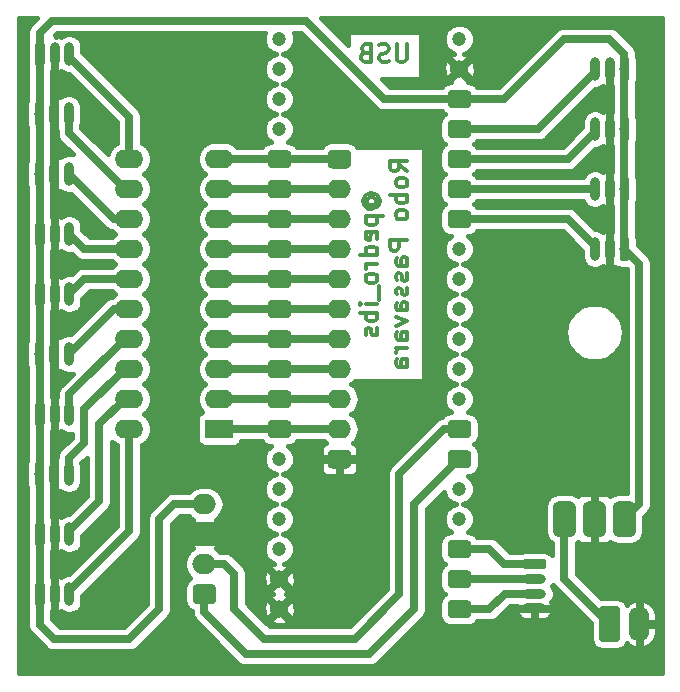
<source format=gbr>
G04 #@! TF.GenerationSoftware,KiCad,Pcbnew,5.0.2*
G04 #@! TF.CreationDate,2019-10-07T10:21:51-03:00*
G04 #@! TF.ProjectId,passavfp,70617373-6176-4667-902e-6b696361645f,rev?*
G04 #@! TF.SameCoordinates,Original*
G04 #@! TF.FileFunction,Copper,L2,Bot*
G04 #@! TF.FilePolarity,Positive*
%FSLAX46Y46*%
G04 Gerber Fmt 4.6, Leading zero omitted, Abs format (unit mm)*
G04 Created by KiCad (PCBNEW 5.0.2) date seg 07 out 2019 10:21:51 -03*
%MOMM*%
%LPD*%
G01*
G04 APERTURE LIST*
G04 #@! TA.AperFunction,NonConductor*
%ADD10C,0.300000*%
G04 #@! TD*
G04 #@! TA.AperFunction,Conductor*
%ADD11C,0.100000*%
G04 #@! TD*
G04 #@! TA.AperFunction,ComponentPad*
%ADD12C,0.800000*%
G04 #@! TD*
G04 #@! TA.AperFunction,ComponentPad*
%ADD13O,0.800000X2.000000*%
G04 #@! TD*
G04 #@! TA.AperFunction,ComponentPad*
%ADD14C,1.200000*%
G04 #@! TD*
G04 #@! TA.AperFunction,ComponentPad*
%ADD15C,1.524000*%
G04 #@! TD*
G04 #@! TA.AperFunction,ComponentPad*
%ADD16C,1.740000*%
G04 #@! TD*
G04 #@! TA.AperFunction,ComponentPad*
%ADD17O,1.740000X3.000000*%
G04 #@! TD*
G04 #@! TA.AperFunction,ComponentPad*
%ADD18C,1.700000*%
G04 #@! TD*
G04 #@! TA.AperFunction,ComponentPad*
%ADD19O,2.000000X1.700000*%
G04 #@! TD*
G04 #@! TA.AperFunction,ComponentPad*
%ADD20O,2.000000X0.800000*%
G04 #@! TD*
G04 #@! TA.AperFunction,ComponentPad*
%ADD21R,2.400000X1.600000*%
G04 #@! TD*
G04 #@! TA.AperFunction,ComponentPad*
%ADD22O,2.400000X1.600000*%
G04 #@! TD*
G04 #@! TA.AperFunction,ComponentPad*
%ADD23C,1.600000*%
G04 #@! TD*
G04 #@! TA.AperFunction,ComponentPad*
%ADD24O,2.000000X1.600000*%
G04 #@! TD*
G04 #@! TA.AperFunction,ComponentPad*
%ADD25C,1.905000*%
G04 #@! TD*
G04 #@! TA.AperFunction,Conductor*
%ADD26C,0.700000*%
G04 #@! TD*
G04 #@! TA.AperFunction,Conductor*
%ADD27C,2.000000*%
G04 #@! TD*
G04 #@! TA.AperFunction,Conductor*
%ADD28C,0.400000*%
G04 #@! TD*
G04 APERTURE END LIST*
D10*
X121739285Y-80454285D02*
X121667857Y-80382857D01*
X121596428Y-80240000D01*
X121596428Y-80097142D01*
X121667857Y-79954285D01*
X121739285Y-79882857D01*
X121882142Y-79811428D01*
X122025000Y-79811428D01*
X122167857Y-79882857D01*
X122239285Y-79954285D01*
X122310714Y-80097142D01*
X122310714Y-80240000D01*
X122239285Y-80382857D01*
X122167857Y-80454285D01*
X121596428Y-80454285D02*
X122167857Y-80454285D01*
X122239285Y-80525714D01*
X122239285Y-80597142D01*
X122167857Y-80740000D01*
X122025000Y-80811428D01*
X121667857Y-80811428D01*
X121453571Y-80668571D01*
X121310714Y-80454285D01*
X121239285Y-80168571D01*
X121310714Y-79882857D01*
X121453571Y-79668571D01*
X121667857Y-79525714D01*
X121953571Y-79454285D01*
X122239285Y-79525714D01*
X122453571Y-79668571D01*
X122596428Y-79882857D01*
X122667857Y-80168571D01*
X122596428Y-80454285D01*
X122453571Y-80668571D01*
X121453571Y-81454285D02*
X122953571Y-81454285D01*
X121525000Y-81454285D02*
X121453571Y-81597142D01*
X121453571Y-81882857D01*
X121525000Y-82025714D01*
X121596428Y-82097142D01*
X121739285Y-82168571D01*
X122167857Y-82168571D01*
X122310714Y-82097142D01*
X122382142Y-82025714D01*
X122453571Y-81882857D01*
X122453571Y-81597142D01*
X122382142Y-81454285D01*
X122382142Y-83382857D02*
X122453571Y-83240000D01*
X122453571Y-82954285D01*
X122382142Y-82811428D01*
X122239285Y-82740000D01*
X121667857Y-82740000D01*
X121525000Y-82811428D01*
X121453571Y-82954285D01*
X121453571Y-83240000D01*
X121525000Y-83382857D01*
X121667857Y-83454285D01*
X121810714Y-83454285D01*
X121953571Y-82740000D01*
X122453571Y-84740000D02*
X120953571Y-84740000D01*
X122382142Y-84740000D02*
X122453571Y-84597142D01*
X122453571Y-84311428D01*
X122382142Y-84168571D01*
X122310714Y-84097142D01*
X122167857Y-84025714D01*
X121739285Y-84025714D01*
X121596428Y-84097142D01*
X121525000Y-84168571D01*
X121453571Y-84311428D01*
X121453571Y-84597142D01*
X121525000Y-84740000D01*
X122453571Y-85454285D02*
X121453571Y-85454285D01*
X121739285Y-85454285D02*
X121596428Y-85525714D01*
X121525000Y-85597142D01*
X121453571Y-85740000D01*
X121453571Y-85882857D01*
X122453571Y-86597142D02*
X122382142Y-86454285D01*
X122310714Y-86382857D01*
X122167857Y-86311428D01*
X121739285Y-86311428D01*
X121596428Y-86382857D01*
X121525000Y-86454285D01*
X121453571Y-86597142D01*
X121453571Y-86811428D01*
X121525000Y-86954285D01*
X121596428Y-87025714D01*
X121739285Y-87097142D01*
X122167857Y-87097142D01*
X122310714Y-87025714D01*
X122382142Y-86954285D01*
X122453571Y-86811428D01*
X122453571Y-86597142D01*
X122596428Y-87382857D02*
X122596428Y-88525714D01*
X122453571Y-88882857D02*
X121453571Y-88882857D01*
X120953571Y-88882857D02*
X121025000Y-88811428D01*
X121096428Y-88882857D01*
X121025000Y-88954285D01*
X120953571Y-88882857D01*
X121096428Y-88882857D01*
X122453571Y-89597142D02*
X120953571Y-89597142D01*
X121525000Y-89597142D02*
X121453571Y-89740000D01*
X121453571Y-90025714D01*
X121525000Y-90168571D01*
X121596428Y-90240000D01*
X121739285Y-90311428D01*
X122167857Y-90311428D01*
X122310714Y-90240000D01*
X122382142Y-90168571D01*
X122453571Y-90025714D01*
X122453571Y-89740000D01*
X122382142Y-89597142D01*
X122382142Y-90882857D02*
X122453571Y-91025714D01*
X122453571Y-91311428D01*
X122382142Y-91454285D01*
X122239285Y-91525714D01*
X122167857Y-91525714D01*
X122025000Y-91454285D01*
X121953571Y-91311428D01*
X121953571Y-91097142D01*
X121882142Y-90954285D01*
X121739285Y-90882857D01*
X121667857Y-90882857D01*
X121525000Y-90954285D01*
X121453571Y-91097142D01*
X121453571Y-91311428D01*
X121525000Y-91454285D01*
X125003571Y-77632857D02*
X124289285Y-77132857D01*
X125003571Y-76775714D02*
X123503571Y-76775714D01*
X123503571Y-77347142D01*
X123575000Y-77490000D01*
X123646428Y-77561428D01*
X123789285Y-77632857D01*
X124003571Y-77632857D01*
X124146428Y-77561428D01*
X124217857Y-77490000D01*
X124289285Y-77347142D01*
X124289285Y-76775714D01*
X125003571Y-78490000D02*
X124932142Y-78347142D01*
X124860714Y-78275714D01*
X124717857Y-78204285D01*
X124289285Y-78204285D01*
X124146428Y-78275714D01*
X124075000Y-78347142D01*
X124003571Y-78490000D01*
X124003571Y-78704285D01*
X124075000Y-78847142D01*
X124146428Y-78918571D01*
X124289285Y-78990000D01*
X124717857Y-78990000D01*
X124860714Y-78918571D01*
X124932142Y-78847142D01*
X125003571Y-78704285D01*
X125003571Y-78490000D01*
X125003571Y-79632857D02*
X123503571Y-79632857D01*
X124075000Y-79632857D02*
X124003571Y-79775714D01*
X124003571Y-80061428D01*
X124075000Y-80204285D01*
X124146428Y-80275714D01*
X124289285Y-80347142D01*
X124717857Y-80347142D01*
X124860714Y-80275714D01*
X124932142Y-80204285D01*
X125003571Y-80061428D01*
X125003571Y-79775714D01*
X124932142Y-79632857D01*
X125003571Y-81204285D02*
X124932142Y-81061428D01*
X124860714Y-80989999D01*
X124717857Y-80918571D01*
X124289285Y-80918571D01*
X124146428Y-80989999D01*
X124075000Y-81061428D01*
X124003571Y-81204285D01*
X124003571Y-81418571D01*
X124075000Y-81561428D01*
X124146428Y-81632857D01*
X124289285Y-81704285D01*
X124717857Y-81704285D01*
X124860714Y-81632857D01*
X124932142Y-81561428D01*
X125003571Y-81418571D01*
X125003571Y-81204285D01*
X125003571Y-83489999D02*
X123503571Y-83489999D01*
X123503571Y-84061428D01*
X123575000Y-84204285D01*
X123646428Y-84275714D01*
X123789285Y-84347142D01*
X124003571Y-84347142D01*
X124146428Y-84275714D01*
X124217857Y-84204285D01*
X124289285Y-84061428D01*
X124289285Y-83489999D01*
X125003571Y-85632857D02*
X124217857Y-85632857D01*
X124075000Y-85561428D01*
X124003571Y-85418571D01*
X124003571Y-85132857D01*
X124075000Y-84989999D01*
X124932142Y-85632857D02*
X125003571Y-85489999D01*
X125003571Y-85132857D01*
X124932142Y-84989999D01*
X124789285Y-84918571D01*
X124646428Y-84918571D01*
X124503571Y-84989999D01*
X124432142Y-85132857D01*
X124432142Y-85489999D01*
X124360714Y-85632857D01*
X124932142Y-86275714D02*
X125003571Y-86418571D01*
X125003571Y-86704285D01*
X124932142Y-86847142D01*
X124789285Y-86918571D01*
X124717857Y-86918571D01*
X124575000Y-86847142D01*
X124503571Y-86704285D01*
X124503571Y-86489999D01*
X124432142Y-86347142D01*
X124289285Y-86275714D01*
X124217857Y-86275714D01*
X124075000Y-86347142D01*
X124003571Y-86489999D01*
X124003571Y-86704285D01*
X124075000Y-86847142D01*
X124932142Y-87489999D02*
X125003571Y-87632857D01*
X125003571Y-87918571D01*
X124932142Y-88061428D01*
X124789285Y-88132857D01*
X124717857Y-88132857D01*
X124575000Y-88061428D01*
X124503571Y-87918571D01*
X124503571Y-87704285D01*
X124432142Y-87561428D01*
X124289285Y-87489999D01*
X124217857Y-87489999D01*
X124075000Y-87561428D01*
X124003571Y-87704285D01*
X124003571Y-87918571D01*
X124075000Y-88061428D01*
X125003571Y-89418571D02*
X124217857Y-89418571D01*
X124075000Y-89347142D01*
X124003571Y-89204285D01*
X124003571Y-88918571D01*
X124075000Y-88775714D01*
X124932142Y-89418571D02*
X125003571Y-89275714D01*
X125003571Y-88918571D01*
X124932142Y-88775714D01*
X124789285Y-88704285D01*
X124646428Y-88704285D01*
X124503571Y-88775714D01*
X124432142Y-88918571D01*
X124432142Y-89275714D01*
X124360714Y-89418571D01*
X124003571Y-89989999D02*
X125003571Y-90347142D01*
X124003571Y-90704285D01*
X125003571Y-91918571D02*
X124217857Y-91918571D01*
X124075000Y-91847142D01*
X124003571Y-91704285D01*
X124003571Y-91418571D01*
X124075000Y-91275714D01*
X124932142Y-91918571D02*
X125003571Y-91775714D01*
X125003571Y-91418571D01*
X124932142Y-91275714D01*
X124789285Y-91204285D01*
X124646428Y-91204285D01*
X124503571Y-91275714D01*
X124432142Y-91418571D01*
X124432142Y-91775714D01*
X124360714Y-91918571D01*
X125003571Y-92632857D02*
X124003571Y-92632857D01*
X124289285Y-92632857D02*
X124146428Y-92704285D01*
X124075000Y-92775714D01*
X124003571Y-92918571D01*
X124003571Y-93061428D01*
X125003571Y-94204285D02*
X124217857Y-94204285D01*
X124075000Y-94132857D01*
X124003571Y-93989999D01*
X124003571Y-93704285D01*
X124075000Y-93561428D01*
X124932142Y-94204285D02*
X125003571Y-94061428D01*
X125003571Y-93704285D01*
X124932142Y-93561428D01*
X124789285Y-93489999D01*
X124646428Y-93489999D01*
X124503571Y-93561428D01*
X124432142Y-93704285D01*
X124432142Y-94061428D01*
X124360714Y-94204285D01*
X124942857Y-66888571D02*
X124942857Y-68102857D01*
X124871428Y-68245714D01*
X124800000Y-68317142D01*
X124657142Y-68388571D01*
X124371428Y-68388571D01*
X124228571Y-68317142D01*
X124157142Y-68245714D01*
X124085714Y-68102857D01*
X124085714Y-66888571D01*
X123442857Y-68317142D02*
X123228571Y-68388571D01*
X122871428Y-68388571D01*
X122728571Y-68317142D01*
X122657142Y-68245714D01*
X122585714Y-68102857D01*
X122585714Y-67960000D01*
X122657142Y-67817142D01*
X122728571Y-67745714D01*
X122871428Y-67674285D01*
X123157142Y-67602857D01*
X123300000Y-67531428D01*
X123371428Y-67460000D01*
X123442857Y-67317142D01*
X123442857Y-67174285D01*
X123371428Y-67031428D01*
X123300000Y-66960000D01*
X123157142Y-66888571D01*
X122800000Y-66888571D01*
X122585714Y-66960000D01*
X121442857Y-67602857D02*
X121228571Y-67674285D01*
X121157142Y-67745714D01*
X121085714Y-67888571D01*
X121085714Y-68102857D01*
X121157142Y-68245714D01*
X121228571Y-68317142D01*
X121371428Y-68388571D01*
X121942857Y-68388571D01*
X121942857Y-66888571D01*
X121442857Y-66888571D01*
X121300000Y-66960000D01*
X121228571Y-67031428D01*
X121157142Y-67174285D01*
X121157142Y-67317142D01*
X121228571Y-67460000D01*
X121300000Y-67531428D01*
X121442857Y-67602857D01*
X121942857Y-67602857D01*
D11*
G04 #@! TO.N,+5V*
G04 #@! TO.C,J5*
G36*
X143589603Y-67980963D02*
X143609018Y-67983843D01*
X143628057Y-67988612D01*
X143646537Y-67995224D01*
X143664279Y-68003616D01*
X143681114Y-68013706D01*
X143696879Y-68025398D01*
X143711421Y-68038579D01*
X143724602Y-68053121D01*
X143736294Y-68068886D01*
X143746384Y-68085721D01*
X143754776Y-68103463D01*
X143761388Y-68121943D01*
X143766157Y-68140982D01*
X143769037Y-68160397D01*
X143770000Y-68180000D01*
X143770000Y-69780000D01*
X143769037Y-69799603D01*
X143766157Y-69819018D01*
X143761388Y-69838057D01*
X143754776Y-69856537D01*
X143746384Y-69874279D01*
X143736294Y-69891114D01*
X143724602Y-69906879D01*
X143711421Y-69921421D01*
X143696879Y-69934602D01*
X143681114Y-69946294D01*
X143664279Y-69956384D01*
X143646537Y-69964776D01*
X143628057Y-69971388D01*
X143609018Y-69976157D01*
X143589603Y-69979037D01*
X143570000Y-69980000D01*
X143170000Y-69980000D01*
X143150397Y-69979037D01*
X143130982Y-69976157D01*
X143111943Y-69971388D01*
X143093463Y-69964776D01*
X143075721Y-69956384D01*
X143058886Y-69946294D01*
X143043121Y-69934602D01*
X143028579Y-69921421D01*
X143015398Y-69906879D01*
X143003706Y-69891114D01*
X142993616Y-69874279D01*
X142985224Y-69856537D01*
X142978612Y-69838057D01*
X142973843Y-69819018D01*
X142970963Y-69799603D01*
X142970000Y-69780000D01*
X142970000Y-68180000D01*
X142970963Y-68160397D01*
X142973843Y-68140982D01*
X142978612Y-68121943D01*
X142985224Y-68103463D01*
X142993616Y-68085721D01*
X143003706Y-68068886D01*
X143015398Y-68053121D01*
X143028579Y-68038579D01*
X143043121Y-68025398D01*
X143058886Y-68013706D01*
X143075721Y-68003616D01*
X143093463Y-67995224D01*
X143111943Y-67988612D01*
X143130982Y-67983843D01*
X143150397Y-67980963D01*
X143170000Y-67980000D01*
X143570000Y-67980000D01*
X143589603Y-67980963D01*
X143589603Y-67980963D01*
G37*
D12*
G04 #@! TD*
G04 #@! TO.P,J5,1*
G04 #@! TO.N,+5V*
X143370000Y-68980000D03*
D13*
G04 #@! TO.P,J5,2*
G04 #@! TO.N,Earth*
X142120000Y-68980000D03*
G04 #@! TO.P,J5,3*
G04 #@! TO.N,/PWM_CH4*
X140870000Y-68980000D03*
G04 #@! TD*
D14*
G04 #@! TO.P,U2,1*
G04 #@! TO.N,Net-(U2-Pad1)*
X114160000Y-66440000D03*
G04 #@! TO.P,U2,2*
G04 #@! TO.N,Net-(U2-Pad2)*
X114160000Y-68980000D03*
G04 #@! TO.P,U2,3*
G04 #@! TO.N,Net-(U2-Pad3)*
X114160000Y-71520000D03*
G04 #@! TO.P,U2,4*
G04 #@! TO.N,Net-(U2-Pad4)*
X114160000Y-74060000D03*
D11*
G04 #@! TD*
G04 #@! TO.N,/AIN0*
G04 #@! TO.C,U2*
G36*
X114816345Y-75839835D02*
X114853329Y-75845321D01*
X114889598Y-75854406D01*
X114924802Y-75867002D01*
X114958602Y-75882988D01*
X114990672Y-75902210D01*
X115020704Y-75924483D01*
X115048408Y-75949592D01*
X115073517Y-75977296D01*
X115095790Y-76007328D01*
X115115012Y-76039398D01*
X115130998Y-76073198D01*
X115143594Y-76108402D01*
X115152679Y-76144671D01*
X115158165Y-76181655D01*
X115160000Y-76219000D01*
X115160000Y-76981000D01*
X115158165Y-77018345D01*
X115152679Y-77055329D01*
X115143594Y-77091598D01*
X115130998Y-77126802D01*
X115115012Y-77160602D01*
X115095790Y-77192672D01*
X115073517Y-77222704D01*
X115048408Y-77250408D01*
X115020704Y-77275517D01*
X114990672Y-77297790D01*
X114958602Y-77317012D01*
X114924802Y-77332998D01*
X114889598Y-77345594D01*
X114853329Y-77354679D01*
X114816345Y-77360165D01*
X114779000Y-77362000D01*
X113541000Y-77362000D01*
X113503655Y-77360165D01*
X113466671Y-77354679D01*
X113430402Y-77345594D01*
X113395198Y-77332998D01*
X113361398Y-77317012D01*
X113329328Y-77297790D01*
X113299296Y-77275517D01*
X113271592Y-77250408D01*
X113246483Y-77222704D01*
X113224210Y-77192672D01*
X113204988Y-77160602D01*
X113189002Y-77126802D01*
X113176406Y-77091598D01*
X113167321Y-77055329D01*
X113161835Y-77018345D01*
X113160000Y-76981000D01*
X113160000Y-76219000D01*
X113161835Y-76181655D01*
X113167321Y-76144671D01*
X113176406Y-76108402D01*
X113189002Y-76073198D01*
X113204988Y-76039398D01*
X113224210Y-76007328D01*
X113246483Y-75977296D01*
X113271592Y-75949592D01*
X113299296Y-75924483D01*
X113329328Y-75902210D01*
X113361398Y-75882988D01*
X113395198Y-75867002D01*
X113430402Y-75854406D01*
X113466671Y-75845321D01*
X113503655Y-75839835D01*
X113541000Y-75838000D01*
X114779000Y-75838000D01*
X114816345Y-75839835D01*
X114816345Y-75839835D01*
G37*
D15*
G04 #@! TO.P,U2,5*
G04 #@! TO.N,/AIN0*
X114160000Y-76600000D03*
D11*
G04 #@! TD*
G04 #@! TO.N,/AIN1*
G04 #@! TO.C,U2*
G36*
X114816345Y-78379835D02*
X114853329Y-78385321D01*
X114889598Y-78394406D01*
X114924802Y-78407002D01*
X114958602Y-78422988D01*
X114990672Y-78442210D01*
X115020704Y-78464483D01*
X115048408Y-78489592D01*
X115073517Y-78517296D01*
X115095790Y-78547328D01*
X115115012Y-78579398D01*
X115130998Y-78613198D01*
X115143594Y-78648402D01*
X115152679Y-78684671D01*
X115158165Y-78721655D01*
X115160000Y-78759000D01*
X115160000Y-79521000D01*
X115158165Y-79558345D01*
X115152679Y-79595329D01*
X115143594Y-79631598D01*
X115130998Y-79666802D01*
X115115012Y-79700602D01*
X115095790Y-79732672D01*
X115073517Y-79762704D01*
X115048408Y-79790408D01*
X115020704Y-79815517D01*
X114990672Y-79837790D01*
X114958602Y-79857012D01*
X114924802Y-79872998D01*
X114889598Y-79885594D01*
X114853329Y-79894679D01*
X114816345Y-79900165D01*
X114779000Y-79902000D01*
X113541000Y-79902000D01*
X113503655Y-79900165D01*
X113466671Y-79894679D01*
X113430402Y-79885594D01*
X113395198Y-79872998D01*
X113361398Y-79857012D01*
X113329328Y-79837790D01*
X113299296Y-79815517D01*
X113271592Y-79790408D01*
X113246483Y-79762704D01*
X113224210Y-79732672D01*
X113204988Y-79700602D01*
X113189002Y-79666802D01*
X113176406Y-79631598D01*
X113167321Y-79595329D01*
X113161835Y-79558345D01*
X113160000Y-79521000D01*
X113160000Y-78759000D01*
X113161835Y-78721655D01*
X113167321Y-78684671D01*
X113176406Y-78648402D01*
X113189002Y-78613198D01*
X113204988Y-78579398D01*
X113224210Y-78547328D01*
X113246483Y-78517296D01*
X113271592Y-78489592D01*
X113299296Y-78464483D01*
X113329328Y-78442210D01*
X113361398Y-78422988D01*
X113395198Y-78407002D01*
X113430402Y-78394406D01*
X113466671Y-78385321D01*
X113503655Y-78379835D01*
X113541000Y-78378000D01*
X114779000Y-78378000D01*
X114816345Y-78379835D01*
X114816345Y-78379835D01*
G37*
D15*
G04 #@! TO.P,U2,6*
G04 #@! TO.N,/AIN1*
X114160000Y-79140000D03*
D11*
G04 #@! TD*
G04 #@! TO.N,/AIN2*
G04 #@! TO.C,U2*
G36*
X114816345Y-80919835D02*
X114853329Y-80925321D01*
X114889598Y-80934406D01*
X114924802Y-80947002D01*
X114958602Y-80962988D01*
X114990672Y-80982210D01*
X115020704Y-81004483D01*
X115048408Y-81029592D01*
X115073517Y-81057296D01*
X115095790Y-81087328D01*
X115115012Y-81119398D01*
X115130998Y-81153198D01*
X115143594Y-81188402D01*
X115152679Y-81224671D01*
X115158165Y-81261655D01*
X115160000Y-81299000D01*
X115160000Y-82061000D01*
X115158165Y-82098345D01*
X115152679Y-82135329D01*
X115143594Y-82171598D01*
X115130998Y-82206802D01*
X115115012Y-82240602D01*
X115095790Y-82272672D01*
X115073517Y-82302704D01*
X115048408Y-82330408D01*
X115020704Y-82355517D01*
X114990672Y-82377790D01*
X114958602Y-82397012D01*
X114924802Y-82412998D01*
X114889598Y-82425594D01*
X114853329Y-82434679D01*
X114816345Y-82440165D01*
X114779000Y-82442000D01*
X113541000Y-82442000D01*
X113503655Y-82440165D01*
X113466671Y-82434679D01*
X113430402Y-82425594D01*
X113395198Y-82412998D01*
X113361398Y-82397012D01*
X113329328Y-82377790D01*
X113299296Y-82355517D01*
X113271592Y-82330408D01*
X113246483Y-82302704D01*
X113224210Y-82272672D01*
X113204988Y-82240602D01*
X113189002Y-82206802D01*
X113176406Y-82171598D01*
X113167321Y-82135329D01*
X113161835Y-82098345D01*
X113160000Y-82061000D01*
X113160000Y-81299000D01*
X113161835Y-81261655D01*
X113167321Y-81224671D01*
X113176406Y-81188402D01*
X113189002Y-81153198D01*
X113204988Y-81119398D01*
X113224210Y-81087328D01*
X113246483Y-81057296D01*
X113271592Y-81029592D01*
X113299296Y-81004483D01*
X113329328Y-80982210D01*
X113361398Y-80962988D01*
X113395198Y-80947002D01*
X113430402Y-80934406D01*
X113466671Y-80925321D01*
X113503655Y-80919835D01*
X113541000Y-80918000D01*
X114779000Y-80918000D01*
X114816345Y-80919835D01*
X114816345Y-80919835D01*
G37*
D15*
G04 #@! TO.P,U2,7*
G04 #@! TO.N,/AIN2*
X114160000Y-81680000D03*
D11*
G04 #@! TD*
G04 #@! TO.N,/AIN3*
G04 #@! TO.C,U2*
G36*
X114816345Y-83459835D02*
X114853329Y-83465321D01*
X114889598Y-83474406D01*
X114924802Y-83487002D01*
X114958602Y-83502988D01*
X114990672Y-83522210D01*
X115020704Y-83544483D01*
X115048408Y-83569592D01*
X115073517Y-83597296D01*
X115095790Y-83627328D01*
X115115012Y-83659398D01*
X115130998Y-83693198D01*
X115143594Y-83728402D01*
X115152679Y-83764671D01*
X115158165Y-83801655D01*
X115160000Y-83839000D01*
X115160000Y-84601000D01*
X115158165Y-84638345D01*
X115152679Y-84675329D01*
X115143594Y-84711598D01*
X115130998Y-84746802D01*
X115115012Y-84780602D01*
X115095790Y-84812672D01*
X115073517Y-84842704D01*
X115048408Y-84870408D01*
X115020704Y-84895517D01*
X114990672Y-84917790D01*
X114958602Y-84937012D01*
X114924802Y-84952998D01*
X114889598Y-84965594D01*
X114853329Y-84974679D01*
X114816345Y-84980165D01*
X114779000Y-84982000D01*
X113541000Y-84982000D01*
X113503655Y-84980165D01*
X113466671Y-84974679D01*
X113430402Y-84965594D01*
X113395198Y-84952998D01*
X113361398Y-84937012D01*
X113329328Y-84917790D01*
X113299296Y-84895517D01*
X113271592Y-84870408D01*
X113246483Y-84842704D01*
X113224210Y-84812672D01*
X113204988Y-84780602D01*
X113189002Y-84746802D01*
X113176406Y-84711598D01*
X113167321Y-84675329D01*
X113161835Y-84638345D01*
X113160000Y-84601000D01*
X113160000Y-83839000D01*
X113161835Y-83801655D01*
X113167321Y-83764671D01*
X113176406Y-83728402D01*
X113189002Y-83693198D01*
X113204988Y-83659398D01*
X113224210Y-83627328D01*
X113246483Y-83597296D01*
X113271592Y-83569592D01*
X113299296Y-83544483D01*
X113329328Y-83522210D01*
X113361398Y-83502988D01*
X113395198Y-83487002D01*
X113430402Y-83474406D01*
X113466671Y-83465321D01*
X113503655Y-83459835D01*
X113541000Y-83458000D01*
X114779000Y-83458000D01*
X114816345Y-83459835D01*
X114816345Y-83459835D01*
G37*
D15*
G04 #@! TO.P,U2,8*
G04 #@! TO.N,/AIN3*
X114160000Y-84220000D03*
D11*
G04 #@! TD*
G04 #@! TO.N,/AIN4*
G04 #@! TO.C,U2*
G36*
X114816345Y-85999835D02*
X114853329Y-86005321D01*
X114889598Y-86014406D01*
X114924802Y-86027002D01*
X114958602Y-86042988D01*
X114990672Y-86062210D01*
X115020704Y-86084483D01*
X115048408Y-86109592D01*
X115073517Y-86137296D01*
X115095790Y-86167328D01*
X115115012Y-86199398D01*
X115130998Y-86233198D01*
X115143594Y-86268402D01*
X115152679Y-86304671D01*
X115158165Y-86341655D01*
X115160000Y-86379000D01*
X115160000Y-87141000D01*
X115158165Y-87178345D01*
X115152679Y-87215329D01*
X115143594Y-87251598D01*
X115130998Y-87286802D01*
X115115012Y-87320602D01*
X115095790Y-87352672D01*
X115073517Y-87382704D01*
X115048408Y-87410408D01*
X115020704Y-87435517D01*
X114990672Y-87457790D01*
X114958602Y-87477012D01*
X114924802Y-87492998D01*
X114889598Y-87505594D01*
X114853329Y-87514679D01*
X114816345Y-87520165D01*
X114779000Y-87522000D01*
X113541000Y-87522000D01*
X113503655Y-87520165D01*
X113466671Y-87514679D01*
X113430402Y-87505594D01*
X113395198Y-87492998D01*
X113361398Y-87477012D01*
X113329328Y-87457790D01*
X113299296Y-87435517D01*
X113271592Y-87410408D01*
X113246483Y-87382704D01*
X113224210Y-87352672D01*
X113204988Y-87320602D01*
X113189002Y-87286802D01*
X113176406Y-87251598D01*
X113167321Y-87215329D01*
X113161835Y-87178345D01*
X113160000Y-87141000D01*
X113160000Y-86379000D01*
X113161835Y-86341655D01*
X113167321Y-86304671D01*
X113176406Y-86268402D01*
X113189002Y-86233198D01*
X113204988Y-86199398D01*
X113224210Y-86167328D01*
X113246483Y-86137296D01*
X113271592Y-86109592D01*
X113299296Y-86084483D01*
X113329328Y-86062210D01*
X113361398Y-86042988D01*
X113395198Y-86027002D01*
X113430402Y-86014406D01*
X113466671Y-86005321D01*
X113503655Y-85999835D01*
X113541000Y-85998000D01*
X114779000Y-85998000D01*
X114816345Y-85999835D01*
X114816345Y-85999835D01*
G37*
D15*
G04 #@! TO.P,U2,9*
G04 #@! TO.N,/AIN4*
X114160000Y-86760000D03*
D11*
G04 #@! TD*
G04 #@! TO.N,/AIN5*
G04 #@! TO.C,U2*
G36*
X114816345Y-88539835D02*
X114853329Y-88545321D01*
X114889598Y-88554406D01*
X114924802Y-88567002D01*
X114958602Y-88582988D01*
X114990672Y-88602210D01*
X115020704Y-88624483D01*
X115048408Y-88649592D01*
X115073517Y-88677296D01*
X115095790Y-88707328D01*
X115115012Y-88739398D01*
X115130998Y-88773198D01*
X115143594Y-88808402D01*
X115152679Y-88844671D01*
X115158165Y-88881655D01*
X115160000Y-88919000D01*
X115160000Y-89681000D01*
X115158165Y-89718345D01*
X115152679Y-89755329D01*
X115143594Y-89791598D01*
X115130998Y-89826802D01*
X115115012Y-89860602D01*
X115095790Y-89892672D01*
X115073517Y-89922704D01*
X115048408Y-89950408D01*
X115020704Y-89975517D01*
X114990672Y-89997790D01*
X114958602Y-90017012D01*
X114924802Y-90032998D01*
X114889598Y-90045594D01*
X114853329Y-90054679D01*
X114816345Y-90060165D01*
X114779000Y-90062000D01*
X113541000Y-90062000D01*
X113503655Y-90060165D01*
X113466671Y-90054679D01*
X113430402Y-90045594D01*
X113395198Y-90032998D01*
X113361398Y-90017012D01*
X113329328Y-89997790D01*
X113299296Y-89975517D01*
X113271592Y-89950408D01*
X113246483Y-89922704D01*
X113224210Y-89892672D01*
X113204988Y-89860602D01*
X113189002Y-89826802D01*
X113176406Y-89791598D01*
X113167321Y-89755329D01*
X113161835Y-89718345D01*
X113160000Y-89681000D01*
X113160000Y-88919000D01*
X113161835Y-88881655D01*
X113167321Y-88844671D01*
X113176406Y-88808402D01*
X113189002Y-88773198D01*
X113204988Y-88739398D01*
X113224210Y-88707328D01*
X113246483Y-88677296D01*
X113271592Y-88649592D01*
X113299296Y-88624483D01*
X113329328Y-88602210D01*
X113361398Y-88582988D01*
X113395198Y-88567002D01*
X113430402Y-88554406D01*
X113466671Y-88545321D01*
X113503655Y-88539835D01*
X113541000Y-88538000D01*
X114779000Y-88538000D01*
X114816345Y-88539835D01*
X114816345Y-88539835D01*
G37*
D15*
G04 #@! TO.P,U2,10*
G04 #@! TO.N,/AIN5*
X114160000Y-89300000D03*
D11*
G04 #@! TD*
G04 #@! TO.N,/AIN6*
G04 #@! TO.C,U2*
G36*
X114816345Y-91079835D02*
X114853329Y-91085321D01*
X114889598Y-91094406D01*
X114924802Y-91107002D01*
X114958602Y-91122988D01*
X114990672Y-91142210D01*
X115020704Y-91164483D01*
X115048408Y-91189592D01*
X115073517Y-91217296D01*
X115095790Y-91247328D01*
X115115012Y-91279398D01*
X115130998Y-91313198D01*
X115143594Y-91348402D01*
X115152679Y-91384671D01*
X115158165Y-91421655D01*
X115160000Y-91459000D01*
X115160000Y-92221000D01*
X115158165Y-92258345D01*
X115152679Y-92295329D01*
X115143594Y-92331598D01*
X115130998Y-92366802D01*
X115115012Y-92400602D01*
X115095790Y-92432672D01*
X115073517Y-92462704D01*
X115048408Y-92490408D01*
X115020704Y-92515517D01*
X114990672Y-92537790D01*
X114958602Y-92557012D01*
X114924802Y-92572998D01*
X114889598Y-92585594D01*
X114853329Y-92594679D01*
X114816345Y-92600165D01*
X114779000Y-92602000D01*
X113541000Y-92602000D01*
X113503655Y-92600165D01*
X113466671Y-92594679D01*
X113430402Y-92585594D01*
X113395198Y-92572998D01*
X113361398Y-92557012D01*
X113329328Y-92537790D01*
X113299296Y-92515517D01*
X113271592Y-92490408D01*
X113246483Y-92462704D01*
X113224210Y-92432672D01*
X113204988Y-92400602D01*
X113189002Y-92366802D01*
X113176406Y-92331598D01*
X113167321Y-92295329D01*
X113161835Y-92258345D01*
X113160000Y-92221000D01*
X113160000Y-91459000D01*
X113161835Y-91421655D01*
X113167321Y-91384671D01*
X113176406Y-91348402D01*
X113189002Y-91313198D01*
X113204988Y-91279398D01*
X113224210Y-91247328D01*
X113246483Y-91217296D01*
X113271592Y-91189592D01*
X113299296Y-91164483D01*
X113329328Y-91142210D01*
X113361398Y-91122988D01*
X113395198Y-91107002D01*
X113430402Y-91094406D01*
X113466671Y-91085321D01*
X113503655Y-91079835D01*
X113541000Y-91078000D01*
X114779000Y-91078000D01*
X114816345Y-91079835D01*
X114816345Y-91079835D01*
G37*
D15*
G04 #@! TO.P,U2,11*
G04 #@! TO.N,/AIN6*
X114160000Y-91840000D03*
D11*
G04 #@! TD*
G04 #@! TO.N,/AIN7*
G04 #@! TO.C,U2*
G36*
X114816345Y-93619835D02*
X114853329Y-93625321D01*
X114889598Y-93634406D01*
X114924802Y-93647002D01*
X114958602Y-93662988D01*
X114990672Y-93682210D01*
X115020704Y-93704483D01*
X115048408Y-93729592D01*
X115073517Y-93757296D01*
X115095790Y-93787328D01*
X115115012Y-93819398D01*
X115130998Y-93853198D01*
X115143594Y-93888402D01*
X115152679Y-93924671D01*
X115158165Y-93961655D01*
X115160000Y-93999000D01*
X115160000Y-94761000D01*
X115158165Y-94798345D01*
X115152679Y-94835329D01*
X115143594Y-94871598D01*
X115130998Y-94906802D01*
X115115012Y-94940602D01*
X115095790Y-94972672D01*
X115073517Y-95002704D01*
X115048408Y-95030408D01*
X115020704Y-95055517D01*
X114990672Y-95077790D01*
X114958602Y-95097012D01*
X114924802Y-95112998D01*
X114889598Y-95125594D01*
X114853329Y-95134679D01*
X114816345Y-95140165D01*
X114779000Y-95142000D01*
X113541000Y-95142000D01*
X113503655Y-95140165D01*
X113466671Y-95134679D01*
X113430402Y-95125594D01*
X113395198Y-95112998D01*
X113361398Y-95097012D01*
X113329328Y-95077790D01*
X113299296Y-95055517D01*
X113271592Y-95030408D01*
X113246483Y-95002704D01*
X113224210Y-94972672D01*
X113204988Y-94940602D01*
X113189002Y-94906802D01*
X113176406Y-94871598D01*
X113167321Y-94835329D01*
X113161835Y-94798345D01*
X113160000Y-94761000D01*
X113160000Y-93999000D01*
X113161835Y-93961655D01*
X113167321Y-93924671D01*
X113176406Y-93888402D01*
X113189002Y-93853198D01*
X113204988Y-93819398D01*
X113224210Y-93787328D01*
X113246483Y-93757296D01*
X113271592Y-93729592D01*
X113299296Y-93704483D01*
X113329328Y-93682210D01*
X113361398Y-93662988D01*
X113395198Y-93647002D01*
X113430402Y-93634406D01*
X113466671Y-93625321D01*
X113503655Y-93619835D01*
X113541000Y-93618000D01*
X114779000Y-93618000D01*
X114816345Y-93619835D01*
X114816345Y-93619835D01*
G37*
D15*
G04 #@! TO.P,U2,12*
G04 #@! TO.N,/AIN7*
X114160000Y-94380000D03*
D11*
G04 #@! TD*
G04 #@! TO.N,/AIN8*
G04 #@! TO.C,U2*
G36*
X114816345Y-96159835D02*
X114853329Y-96165321D01*
X114889598Y-96174406D01*
X114924802Y-96187002D01*
X114958602Y-96202988D01*
X114990672Y-96222210D01*
X115020704Y-96244483D01*
X115048408Y-96269592D01*
X115073517Y-96297296D01*
X115095790Y-96327328D01*
X115115012Y-96359398D01*
X115130998Y-96393198D01*
X115143594Y-96428402D01*
X115152679Y-96464671D01*
X115158165Y-96501655D01*
X115160000Y-96539000D01*
X115160000Y-97301000D01*
X115158165Y-97338345D01*
X115152679Y-97375329D01*
X115143594Y-97411598D01*
X115130998Y-97446802D01*
X115115012Y-97480602D01*
X115095790Y-97512672D01*
X115073517Y-97542704D01*
X115048408Y-97570408D01*
X115020704Y-97595517D01*
X114990672Y-97617790D01*
X114958602Y-97637012D01*
X114924802Y-97652998D01*
X114889598Y-97665594D01*
X114853329Y-97674679D01*
X114816345Y-97680165D01*
X114779000Y-97682000D01*
X113541000Y-97682000D01*
X113503655Y-97680165D01*
X113466671Y-97674679D01*
X113430402Y-97665594D01*
X113395198Y-97652998D01*
X113361398Y-97637012D01*
X113329328Y-97617790D01*
X113299296Y-97595517D01*
X113271592Y-97570408D01*
X113246483Y-97542704D01*
X113224210Y-97512672D01*
X113204988Y-97480602D01*
X113189002Y-97446802D01*
X113176406Y-97411598D01*
X113167321Y-97375329D01*
X113161835Y-97338345D01*
X113160000Y-97301000D01*
X113160000Y-96539000D01*
X113161835Y-96501655D01*
X113167321Y-96464671D01*
X113176406Y-96428402D01*
X113189002Y-96393198D01*
X113204988Y-96359398D01*
X113224210Y-96327328D01*
X113246483Y-96297296D01*
X113271592Y-96269592D01*
X113299296Y-96244483D01*
X113329328Y-96222210D01*
X113361398Y-96202988D01*
X113395198Y-96187002D01*
X113430402Y-96174406D01*
X113466671Y-96165321D01*
X113503655Y-96159835D01*
X113541000Y-96158000D01*
X114779000Y-96158000D01*
X114816345Y-96159835D01*
X114816345Y-96159835D01*
G37*
D15*
G04 #@! TO.P,U2,13*
G04 #@! TO.N,/AIN8*
X114160000Y-96920000D03*
D11*
G04 #@! TD*
G04 #@! TO.N,/AIN9*
G04 #@! TO.C,U2*
G36*
X114816345Y-98699835D02*
X114853329Y-98705321D01*
X114889598Y-98714406D01*
X114924802Y-98727002D01*
X114958602Y-98742988D01*
X114990672Y-98762210D01*
X115020704Y-98784483D01*
X115048408Y-98809592D01*
X115073517Y-98837296D01*
X115095790Y-98867328D01*
X115115012Y-98899398D01*
X115130998Y-98933198D01*
X115143594Y-98968402D01*
X115152679Y-99004671D01*
X115158165Y-99041655D01*
X115160000Y-99079000D01*
X115160000Y-99841000D01*
X115158165Y-99878345D01*
X115152679Y-99915329D01*
X115143594Y-99951598D01*
X115130998Y-99986802D01*
X115115012Y-100020602D01*
X115095790Y-100052672D01*
X115073517Y-100082704D01*
X115048408Y-100110408D01*
X115020704Y-100135517D01*
X114990672Y-100157790D01*
X114958602Y-100177012D01*
X114924802Y-100192998D01*
X114889598Y-100205594D01*
X114853329Y-100214679D01*
X114816345Y-100220165D01*
X114779000Y-100222000D01*
X113541000Y-100222000D01*
X113503655Y-100220165D01*
X113466671Y-100214679D01*
X113430402Y-100205594D01*
X113395198Y-100192998D01*
X113361398Y-100177012D01*
X113329328Y-100157790D01*
X113299296Y-100135517D01*
X113271592Y-100110408D01*
X113246483Y-100082704D01*
X113224210Y-100052672D01*
X113204988Y-100020602D01*
X113189002Y-99986802D01*
X113176406Y-99951598D01*
X113167321Y-99915329D01*
X113161835Y-99878345D01*
X113160000Y-99841000D01*
X113160000Y-99079000D01*
X113161835Y-99041655D01*
X113167321Y-99004671D01*
X113176406Y-98968402D01*
X113189002Y-98933198D01*
X113204988Y-98899398D01*
X113224210Y-98867328D01*
X113246483Y-98837296D01*
X113271592Y-98809592D01*
X113299296Y-98784483D01*
X113329328Y-98762210D01*
X113361398Y-98742988D01*
X113395198Y-98727002D01*
X113430402Y-98714406D01*
X113466671Y-98705321D01*
X113503655Y-98699835D01*
X113541000Y-98698000D01*
X114779000Y-98698000D01*
X114816345Y-98699835D01*
X114816345Y-98699835D01*
G37*
D15*
G04 #@! TO.P,U2,14*
G04 #@! TO.N,/AIN9*
X114160000Y-99460000D03*
D14*
G04 #@! TO.P,U2,15*
G04 #@! TO.N,Net-(U2-Pad15)*
X114160000Y-102000000D03*
G04 #@! TO.P,U2,16*
G04 #@! TO.N,Net-(U2-Pad16)*
X114160000Y-104540000D03*
G04 #@! TO.P,U2,17*
G04 #@! TO.N,Net-(U2-Pad17)*
X114160000Y-107080000D03*
G04 #@! TO.P,U2,18*
G04 #@! TO.N,Net-(U2-Pad18)*
X114160000Y-109620000D03*
D15*
G04 #@! TO.P,U2,19*
G04 #@! TO.N,Earth*
X114160000Y-112160000D03*
G04 #@! TO.P,U2,20*
X114160000Y-114700000D03*
D11*
G04 #@! TD*
G04 #@! TO.N,/CH3*
G04 #@! TO.C,U2*
G36*
X130056345Y-113939835D02*
X130093329Y-113945321D01*
X130129598Y-113954406D01*
X130164802Y-113967002D01*
X130198602Y-113982988D01*
X130230672Y-114002210D01*
X130260704Y-114024483D01*
X130288408Y-114049592D01*
X130313517Y-114077296D01*
X130335790Y-114107328D01*
X130355012Y-114139398D01*
X130370998Y-114173198D01*
X130383594Y-114208402D01*
X130392679Y-114244671D01*
X130398165Y-114281655D01*
X130400000Y-114319000D01*
X130400000Y-115081000D01*
X130398165Y-115118345D01*
X130392679Y-115155329D01*
X130383594Y-115191598D01*
X130370998Y-115226802D01*
X130355012Y-115260602D01*
X130335790Y-115292672D01*
X130313517Y-115322704D01*
X130288408Y-115350408D01*
X130260704Y-115375517D01*
X130230672Y-115397790D01*
X130198602Y-115417012D01*
X130164802Y-115432998D01*
X130129598Y-115445594D01*
X130093329Y-115454679D01*
X130056345Y-115460165D01*
X130019000Y-115462000D01*
X128781000Y-115462000D01*
X128743655Y-115460165D01*
X128706671Y-115454679D01*
X128670402Y-115445594D01*
X128635198Y-115432998D01*
X128601398Y-115417012D01*
X128569328Y-115397790D01*
X128539296Y-115375517D01*
X128511592Y-115350408D01*
X128486483Y-115322704D01*
X128464210Y-115292672D01*
X128444988Y-115260602D01*
X128429002Y-115226802D01*
X128416406Y-115191598D01*
X128407321Y-115155329D01*
X128401835Y-115118345D01*
X128400000Y-115081000D01*
X128400000Y-114319000D01*
X128401835Y-114281655D01*
X128407321Y-114244671D01*
X128416406Y-114208402D01*
X128429002Y-114173198D01*
X128444988Y-114139398D01*
X128464210Y-114107328D01*
X128486483Y-114077296D01*
X128511592Y-114049592D01*
X128539296Y-114024483D01*
X128569328Y-114002210D01*
X128601398Y-113982988D01*
X128635198Y-113967002D01*
X128670402Y-113954406D01*
X128706671Y-113945321D01*
X128743655Y-113939835D01*
X128781000Y-113938000D01*
X130019000Y-113938000D01*
X130056345Y-113939835D01*
X130056345Y-113939835D01*
G37*
D15*
G04 #@! TO.P,U2,21*
G04 #@! TO.N,/CH3*
X129400000Y-114700000D03*
D11*
G04 #@! TD*
G04 #@! TO.N,/CH2*
G04 #@! TO.C,U2*
G36*
X130056345Y-111399835D02*
X130093329Y-111405321D01*
X130129598Y-111414406D01*
X130164802Y-111427002D01*
X130198602Y-111442988D01*
X130230672Y-111462210D01*
X130260704Y-111484483D01*
X130288408Y-111509592D01*
X130313517Y-111537296D01*
X130335790Y-111567328D01*
X130355012Y-111599398D01*
X130370998Y-111633198D01*
X130383594Y-111668402D01*
X130392679Y-111704671D01*
X130398165Y-111741655D01*
X130400000Y-111779000D01*
X130400000Y-112541000D01*
X130398165Y-112578345D01*
X130392679Y-112615329D01*
X130383594Y-112651598D01*
X130370998Y-112686802D01*
X130355012Y-112720602D01*
X130335790Y-112752672D01*
X130313517Y-112782704D01*
X130288408Y-112810408D01*
X130260704Y-112835517D01*
X130230672Y-112857790D01*
X130198602Y-112877012D01*
X130164802Y-112892998D01*
X130129598Y-112905594D01*
X130093329Y-112914679D01*
X130056345Y-112920165D01*
X130019000Y-112922000D01*
X128781000Y-112922000D01*
X128743655Y-112920165D01*
X128706671Y-112914679D01*
X128670402Y-112905594D01*
X128635198Y-112892998D01*
X128601398Y-112877012D01*
X128569328Y-112857790D01*
X128539296Y-112835517D01*
X128511592Y-112810408D01*
X128486483Y-112782704D01*
X128464210Y-112752672D01*
X128444988Y-112720602D01*
X128429002Y-112686802D01*
X128416406Y-112651598D01*
X128407321Y-112615329D01*
X128401835Y-112578345D01*
X128400000Y-112541000D01*
X128400000Y-111779000D01*
X128401835Y-111741655D01*
X128407321Y-111704671D01*
X128416406Y-111668402D01*
X128429002Y-111633198D01*
X128444988Y-111599398D01*
X128464210Y-111567328D01*
X128486483Y-111537296D01*
X128511592Y-111509592D01*
X128539296Y-111484483D01*
X128569328Y-111462210D01*
X128601398Y-111442988D01*
X128635198Y-111427002D01*
X128670402Y-111414406D01*
X128706671Y-111405321D01*
X128743655Y-111399835D01*
X128781000Y-111398000D01*
X130019000Y-111398000D01*
X130056345Y-111399835D01*
X130056345Y-111399835D01*
G37*
D15*
G04 #@! TO.P,U2,22*
G04 #@! TO.N,/CH2*
X129400000Y-112160000D03*
D11*
G04 #@! TD*
G04 #@! TO.N,/CH1*
G04 #@! TO.C,U2*
G36*
X130056345Y-108859835D02*
X130093329Y-108865321D01*
X130129598Y-108874406D01*
X130164802Y-108887002D01*
X130198602Y-108902988D01*
X130230672Y-108922210D01*
X130260704Y-108944483D01*
X130288408Y-108969592D01*
X130313517Y-108997296D01*
X130335790Y-109027328D01*
X130355012Y-109059398D01*
X130370998Y-109093198D01*
X130383594Y-109128402D01*
X130392679Y-109164671D01*
X130398165Y-109201655D01*
X130400000Y-109239000D01*
X130400000Y-110001000D01*
X130398165Y-110038345D01*
X130392679Y-110075329D01*
X130383594Y-110111598D01*
X130370998Y-110146802D01*
X130355012Y-110180602D01*
X130335790Y-110212672D01*
X130313517Y-110242704D01*
X130288408Y-110270408D01*
X130260704Y-110295517D01*
X130230672Y-110317790D01*
X130198602Y-110337012D01*
X130164802Y-110352998D01*
X130129598Y-110365594D01*
X130093329Y-110374679D01*
X130056345Y-110380165D01*
X130019000Y-110382000D01*
X128781000Y-110382000D01*
X128743655Y-110380165D01*
X128706671Y-110374679D01*
X128670402Y-110365594D01*
X128635198Y-110352998D01*
X128601398Y-110337012D01*
X128569328Y-110317790D01*
X128539296Y-110295517D01*
X128511592Y-110270408D01*
X128486483Y-110242704D01*
X128464210Y-110212672D01*
X128444988Y-110180602D01*
X128429002Y-110146802D01*
X128416406Y-110111598D01*
X128407321Y-110075329D01*
X128401835Y-110038345D01*
X128400000Y-110001000D01*
X128400000Y-109239000D01*
X128401835Y-109201655D01*
X128407321Y-109164671D01*
X128416406Y-109128402D01*
X128429002Y-109093198D01*
X128444988Y-109059398D01*
X128464210Y-109027328D01*
X128486483Y-108997296D01*
X128511592Y-108969592D01*
X128539296Y-108944483D01*
X128569328Y-108922210D01*
X128601398Y-108902988D01*
X128635198Y-108887002D01*
X128670402Y-108874406D01*
X128706671Y-108865321D01*
X128743655Y-108859835D01*
X128781000Y-108858000D01*
X130019000Y-108858000D01*
X130056345Y-108859835D01*
X130056345Y-108859835D01*
G37*
D15*
G04 #@! TO.P,U2,23*
G04 #@! TO.N,/CH1*
X129400000Y-109620000D03*
D14*
G04 #@! TO.P,U2,24*
G04 #@! TO.N,Net-(U2-Pad24)*
X129400000Y-107080000D03*
G04 #@! TO.P,U2,25*
G04 #@! TO.N,Net-(U2-Pad25)*
X129400000Y-104540000D03*
D11*
G04 #@! TD*
G04 #@! TO.N,/TXD*
G04 #@! TO.C,U2*
G36*
X130056345Y-101239835D02*
X130093329Y-101245321D01*
X130129598Y-101254406D01*
X130164802Y-101267002D01*
X130198602Y-101282988D01*
X130230672Y-101302210D01*
X130260704Y-101324483D01*
X130288408Y-101349592D01*
X130313517Y-101377296D01*
X130335790Y-101407328D01*
X130355012Y-101439398D01*
X130370998Y-101473198D01*
X130383594Y-101508402D01*
X130392679Y-101544671D01*
X130398165Y-101581655D01*
X130400000Y-101619000D01*
X130400000Y-102381000D01*
X130398165Y-102418345D01*
X130392679Y-102455329D01*
X130383594Y-102491598D01*
X130370998Y-102526802D01*
X130355012Y-102560602D01*
X130335790Y-102592672D01*
X130313517Y-102622704D01*
X130288408Y-102650408D01*
X130260704Y-102675517D01*
X130230672Y-102697790D01*
X130198602Y-102717012D01*
X130164802Y-102732998D01*
X130129598Y-102745594D01*
X130093329Y-102754679D01*
X130056345Y-102760165D01*
X130019000Y-102762000D01*
X128781000Y-102762000D01*
X128743655Y-102760165D01*
X128706671Y-102754679D01*
X128670402Y-102745594D01*
X128635198Y-102732998D01*
X128601398Y-102717012D01*
X128569328Y-102697790D01*
X128539296Y-102675517D01*
X128511592Y-102650408D01*
X128486483Y-102622704D01*
X128464210Y-102592672D01*
X128444988Y-102560602D01*
X128429002Y-102526802D01*
X128416406Y-102491598D01*
X128407321Y-102455329D01*
X128401835Y-102418345D01*
X128400000Y-102381000D01*
X128400000Y-101619000D01*
X128401835Y-101581655D01*
X128407321Y-101544671D01*
X128416406Y-101508402D01*
X128429002Y-101473198D01*
X128444988Y-101439398D01*
X128464210Y-101407328D01*
X128486483Y-101377296D01*
X128511592Y-101349592D01*
X128539296Y-101324483D01*
X128569328Y-101302210D01*
X128601398Y-101282988D01*
X128635198Y-101267002D01*
X128670402Y-101254406D01*
X128706671Y-101245321D01*
X128743655Y-101239835D01*
X128781000Y-101238000D01*
X130019000Y-101238000D01*
X130056345Y-101239835D01*
X130056345Y-101239835D01*
G37*
D15*
G04 #@! TO.P,U2,26*
G04 #@! TO.N,/TXD*
X129400000Y-102000000D03*
D11*
G04 #@! TD*
G04 #@! TO.N,/RXD*
G04 #@! TO.C,U2*
G36*
X130056345Y-98699835D02*
X130093329Y-98705321D01*
X130129598Y-98714406D01*
X130164802Y-98727002D01*
X130198602Y-98742988D01*
X130230672Y-98762210D01*
X130260704Y-98784483D01*
X130288408Y-98809592D01*
X130313517Y-98837296D01*
X130335790Y-98867328D01*
X130355012Y-98899398D01*
X130370998Y-98933198D01*
X130383594Y-98968402D01*
X130392679Y-99004671D01*
X130398165Y-99041655D01*
X130400000Y-99079000D01*
X130400000Y-99841000D01*
X130398165Y-99878345D01*
X130392679Y-99915329D01*
X130383594Y-99951598D01*
X130370998Y-99986802D01*
X130355012Y-100020602D01*
X130335790Y-100052672D01*
X130313517Y-100082704D01*
X130288408Y-100110408D01*
X130260704Y-100135517D01*
X130230672Y-100157790D01*
X130198602Y-100177012D01*
X130164802Y-100192998D01*
X130129598Y-100205594D01*
X130093329Y-100214679D01*
X130056345Y-100220165D01*
X130019000Y-100222000D01*
X128781000Y-100222000D01*
X128743655Y-100220165D01*
X128706671Y-100214679D01*
X128670402Y-100205594D01*
X128635198Y-100192998D01*
X128601398Y-100177012D01*
X128569328Y-100157790D01*
X128539296Y-100135517D01*
X128511592Y-100110408D01*
X128486483Y-100082704D01*
X128464210Y-100052672D01*
X128444988Y-100020602D01*
X128429002Y-99986802D01*
X128416406Y-99951598D01*
X128407321Y-99915329D01*
X128401835Y-99878345D01*
X128400000Y-99841000D01*
X128400000Y-99079000D01*
X128401835Y-99041655D01*
X128407321Y-99004671D01*
X128416406Y-98968402D01*
X128429002Y-98933198D01*
X128444988Y-98899398D01*
X128464210Y-98867328D01*
X128486483Y-98837296D01*
X128511592Y-98809592D01*
X128539296Y-98784483D01*
X128569328Y-98762210D01*
X128601398Y-98742988D01*
X128635198Y-98727002D01*
X128670402Y-98714406D01*
X128706671Y-98705321D01*
X128743655Y-98699835D01*
X128781000Y-98698000D01*
X130019000Y-98698000D01*
X130056345Y-98699835D01*
X130056345Y-98699835D01*
G37*
D15*
G04 #@! TO.P,U2,27*
G04 #@! TO.N,/RXD*
X129400000Y-99460000D03*
D14*
G04 #@! TO.P,U2,28*
G04 #@! TO.N,Net-(U2-Pad28)*
X129400000Y-96920000D03*
G04 #@! TO.P,U2,29*
G04 #@! TO.N,Net-(U2-Pad29)*
X129400000Y-94380000D03*
G04 #@! TO.P,U2,30*
G04 #@! TO.N,Net-(U2-Pad30)*
X129400000Y-91840000D03*
G04 #@! TO.P,U2,31*
G04 #@! TO.N,Net-(U2-Pad31)*
X129400000Y-89300000D03*
G04 #@! TO.P,U2,32*
G04 #@! TO.N,Net-(U2-Pad32)*
X129400000Y-86760000D03*
G04 #@! TO.P,U2,33*
G04 #@! TO.N,Net-(U2-Pad33)*
X129400000Y-84220000D03*
D11*
G04 #@! TD*
G04 #@! TO.N,/PWM_CH1*
G04 #@! TO.C,U2*
G36*
X130056345Y-80919835D02*
X130093329Y-80925321D01*
X130129598Y-80934406D01*
X130164802Y-80947002D01*
X130198602Y-80962988D01*
X130230672Y-80982210D01*
X130260704Y-81004483D01*
X130288408Y-81029592D01*
X130313517Y-81057296D01*
X130335790Y-81087328D01*
X130355012Y-81119398D01*
X130370998Y-81153198D01*
X130383594Y-81188402D01*
X130392679Y-81224671D01*
X130398165Y-81261655D01*
X130400000Y-81299000D01*
X130400000Y-82061000D01*
X130398165Y-82098345D01*
X130392679Y-82135329D01*
X130383594Y-82171598D01*
X130370998Y-82206802D01*
X130355012Y-82240602D01*
X130335790Y-82272672D01*
X130313517Y-82302704D01*
X130288408Y-82330408D01*
X130260704Y-82355517D01*
X130230672Y-82377790D01*
X130198602Y-82397012D01*
X130164802Y-82412998D01*
X130129598Y-82425594D01*
X130093329Y-82434679D01*
X130056345Y-82440165D01*
X130019000Y-82442000D01*
X128781000Y-82442000D01*
X128743655Y-82440165D01*
X128706671Y-82434679D01*
X128670402Y-82425594D01*
X128635198Y-82412998D01*
X128601398Y-82397012D01*
X128569328Y-82377790D01*
X128539296Y-82355517D01*
X128511592Y-82330408D01*
X128486483Y-82302704D01*
X128464210Y-82272672D01*
X128444988Y-82240602D01*
X128429002Y-82206802D01*
X128416406Y-82171598D01*
X128407321Y-82135329D01*
X128401835Y-82098345D01*
X128400000Y-82061000D01*
X128400000Y-81299000D01*
X128401835Y-81261655D01*
X128407321Y-81224671D01*
X128416406Y-81188402D01*
X128429002Y-81153198D01*
X128444988Y-81119398D01*
X128464210Y-81087328D01*
X128486483Y-81057296D01*
X128511592Y-81029592D01*
X128539296Y-81004483D01*
X128569328Y-80982210D01*
X128601398Y-80962988D01*
X128635198Y-80947002D01*
X128670402Y-80934406D01*
X128706671Y-80925321D01*
X128743655Y-80919835D01*
X128781000Y-80918000D01*
X130019000Y-80918000D01*
X130056345Y-80919835D01*
X130056345Y-80919835D01*
G37*
D15*
G04 #@! TO.P,U2,34*
G04 #@! TO.N,/PWM_CH1*
X129400000Y-81680000D03*
D11*
G04 #@! TD*
G04 #@! TO.N,/PWM_CH2*
G04 #@! TO.C,U2*
G36*
X130056345Y-78379835D02*
X130093329Y-78385321D01*
X130129598Y-78394406D01*
X130164802Y-78407002D01*
X130198602Y-78422988D01*
X130230672Y-78442210D01*
X130260704Y-78464483D01*
X130288408Y-78489592D01*
X130313517Y-78517296D01*
X130335790Y-78547328D01*
X130355012Y-78579398D01*
X130370998Y-78613198D01*
X130383594Y-78648402D01*
X130392679Y-78684671D01*
X130398165Y-78721655D01*
X130400000Y-78759000D01*
X130400000Y-79521000D01*
X130398165Y-79558345D01*
X130392679Y-79595329D01*
X130383594Y-79631598D01*
X130370998Y-79666802D01*
X130355012Y-79700602D01*
X130335790Y-79732672D01*
X130313517Y-79762704D01*
X130288408Y-79790408D01*
X130260704Y-79815517D01*
X130230672Y-79837790D01*
X130198602Y-79857012D01*
X130164802Y-79872998D01*
X130129598Y-79885594D01*
X130093329Y-79894679D01*
X130056345Y-79900165D01*
X130019000Y-79902000D01*
X128781000Y-79902000D01*
X128743655Y-79900165D01*
X128706671Y-79894679D01*
X128670402Y-79885594D01*
X128635198Y-79872998D01*
X128601398Y-79857012D01*
X128569328Y-79837790D01*
X128539296Y-79815517D01*
X128511592Y-79790408D01*
X128486483Y-79762704D01*
X128464210Y-79732672D01*
X128444988Y-79700602D01*
X128429002Y-79666802D01*
X128416406Y-79631598D01*
X128407321Y-79595329D01*
X128401835Y-79558345D01*
X128400000Y-79521000D01*
X128400000Y-78759000D01*
X128401835Y-78721655D01*
X128407321Y-78684671D01*
X128416406Y-78648402D01*
X128429002Y-78613198D01*
X128444988Y-78579398D01*
X128464210Y-78547328D01*
X128486483Y-78517296D01*
X128511592Y-78489592D01*
X128539296Y-78464483D01*
X128569328Y-78442210D01*
X128601398Y-78422988D01*
X128635198Y-78407002D01*
X128670402Y-78394406D01*
X128706671Y-78385321D01*
X128743655Y-78379835D01*
X128781000Y-78378000D01*
X130019000Y-78378000D01*
X130056345Y-78379835D01*
X130056345Y-78379835D01*
G37*
D15*
G04 #@! TO.P,U2,35*
G04 #@! TO.N,/PWM_CH2*
X129400000Y-79140000D03*
D11*
G04 #@! TD*
G04 #@! TO.N,/PWM_CH3*
G04 #@! TO.C,U2*
G36*
X130056345Y-75839835D02*
X130093329Y-75845321D01*
X130129598Y-75854406D01*
X130164802Y-75867002D01*
X130198602Y-75882988D01*
X130230672Y-75902210D01*
X130260704Y-75924483D01*
X130288408Y-75949592D01*
X130313517Y-75977296D01*
X130335790Y-76007328D01*
X130355012Y-76039398D01*
X130370998Y-76073198D01*
X130383594Y-76108402D01*
X130392679Y-76144671D01*
X130398165Y-76181655D01*
X130400000Y-76219000D01*
X130400000Y-76981000D01*
X130398165Y-77018345D01*
X130392679Y-77055329D01*
X130383594Y-77091598D01*
X130370998Y-77126802D01*
X130355012Y-77160602D01*
X130335790Y-77192672D01*
X130313517Y-77222704D01*
X130288408Y-77250408D01*
X130260704Y-77275517D01*
X130230672Y-77297790D01*
X130198602Y-77317012D01*
X130164802Y-77332998D01*
X130129598Y-77345594D01*
X130093329Y-77354679D01*
X130056345Y-77360165D01*
X130019000Y-77362000D01*
X128781000Y-77362000D01*
X128743655Y-77360165D01*
X128706671Y-77354679D01*
X128670402Y-77345594D01*
X128635198Y-77332998D01*
X128601398Y-77317012D01*
X128569328Y-77297790D01*
X128539296Y-77275517D01*
X128511592Y-77250408D01*
X128486483Y-77222704D01*
X128464210Y-77192672D01*
X128444988Y-77160602D01*
X128429002Y-77126802D01*
X128416406Y-77091598D01*
X128407321Y-77055329D01*
X128401835Y-77018345D01*
X128400000Y-76981000D01*
X128400000Y-76219000D01*
X128401835Y-76181655D01*
X128407321Y-76144671D01*
X128416406Y-76108402D01*
X128429002Y-76073198D01*
X128444988Y-76039398D01*
X128464210Y-76007328D01*
X128486483Y-75977296D01*
X128511592Y-75949592D01*
X128539296Y-75924483D01*
X128569328Y-75902210D01*
X128601398Y-75882988D01*
X128635198Y-75867002D01*
X128670402Y-75854406D01*
X128706671Y-75845321D01*
X128743655Y-75839835D01*
X128781000Y-75838000D01*
X130019000Y-75838000D01*
X130056345Y-75839835D01*
X130056345Y-75839835D01*
G37*
D15*
G04 #@! TO.P,U2,36*
G04 #@! TO.N,/PWM_CH3*
X129400000Y-76600000D03*
D11*
G04 #@! TD*
G04 #@! TO.N,/PWM_CH4*
G04 #@! TO.C,U2*
G36*
X130056345Y-73299835D02*
X130093329Y-73305321D01*
X130129598Y-73314406D01*
X130164802Y-73327002D01*
X130198602Y-73342988D01*
X130230672Y-73362210D01*
X130260704Y-73384483D01*
X130288408Y-73409592D01*
X130313517Y-73437296D01*
X130335790Y-73467328D01*
X130355012Y-73499398D01*
X130370998Y-73533198D01*
X130383594Y-73568402D01*
X130392679Y-73604671D01*
X130398165Y-73641655D01*
X130400000Y-73679000D01*
X130400000Y-74441000D01*
X130398165Y-74478345D01*
X130392679Y-74515329D01*
X130383594Y-74551598D01*
X130370998Y-74586802D01*
X130355012Y-74620602D01*
X130335790Y-74652672D01*
X130313517Y-74682704D01*
X130288408Y-74710408D01*
X130260704Y-74735517D01*
X130230672Y-74757790D01*
X130198602Y-74777012D01*
X130164802Y-74792998D01*
X130129598Y-74805594D01*
X130093329Y-74814679D01*
X130056345Y-74820165D01*
X130019000Y-74822000D01*
X128781000Y-74822000D01*
X128743655Y-74820165D01*
X128706671Y-74814679D01*
X128670402Y-74805594D01*
X128635198Y-74792998D01*
X128601398Y-74777012D01*
X128569328Y-74757790D01*
X128539296Y-74735517D01*
X128511592Y-74710408D01*
X128486483Y-74682704D01*
X128464210Y-74652672D01*
X128444988Y-74620602D01*
X128429002Y-74586802D01*
X128416406Y-74551598D01*
X128407321Y-74515329D01*
X128401835Y-74478345D01*
X128400000Y-74441000D01*
X128400000Y-73679000D01*
X128401835Y-73641655D01*
X128407321Y-73604671D01*
X128416406Y-73568402D01*
X128429002Y-73533198D01*
X128444988Y-73499398D01*
X128464210Y-73467328D01*
X128486483Y-73437296D01*
X128511592Y-73409592D01*
X128539296Y-73384483D01*
X128569328Y-73362210D01*
X128601398Y-73342988D01*
X128635198Y-73327002D01*
X128670402Y-73314406D01*
X128706671Y-73305321D01*
X128743655Y-73299835D01*
X128781000Y-73298000D01*
X130019000Y-73298000D01*
X130056345Y-73299835D01*
X130056345Y-73299835D01*
G37*
D15*
G04 #@! TO.P,U2,37*
G04 #@! TO.N,/PWM_CH4*
X129400000Y-74060000D03*
D11*
G04 #@! TD*
G04 #@! TO.N,+5V*
G04 #@! TO.C,U2*
G36*
X130056345Y-70759835D02*
X130093329Y-70765321D01*
X130129598Y-70774406D01*
X130164802Y-70787002D01*
X130198602Y-70802988D01*
X130230672Y-70822210D01*
X130260704Y-70844483D01*
X130288408Y-70869592D01*
X130313517Y-70897296D01*
X130335790Y-70927328D01*
X130355012Y-70959398D01*
X130370998Y-70993198D01*
X130383594Y-71028402D01*
X130392679Y-71064671D01*
X130398165Y-71101655D01*
X130400000Y-71139000D01*
X130400000Y-71901000D01*
X130398165Y-71938345D01*
X130392679Y-71975329D01*
X130383594Y-72011598D01*
X130370998Y-72046802D01*
X130355012Y-72080602D01*
X130335790Y-72112672D01*
X130313517Y-72142704D01*
X130288408Y-72170408D01*
X130260704Y-72195517D01*
X130230672Y-72217790D01*
X130198602Y-72237012D01*
X130164802Y-72252998D01*
X130129598Y-72265594D01*
X130093329Y-72274679D01*
X130056345Y-72280165D01*
X130019000Y-72282000D01*
X128781000Y-72282000D01*
X128743655Y-72280165D01*
X128706671Y-72274679D01*
X128670402Y-72265594D01*
X128635198Y-72252998D01*
X128601398Y-72237012D01*
X128569328Y-72217790D01*
X128539296Y-72195517D01*
X128511592Y-72170408D01*
X128486483Y-72142704D01*
X128464210Y-72112672D01*
X128444988Y-72080602D01*
X128429002Y-72046802D01*
X128416406Y-72011598D01*
X128407321Y-71975329D01*
X128401835Y-71938345D01*
X128400000Y-71901000D01*
X128400000Y-71139000D01*
X128401835Y-71101655D01*
X128407321Y-71064671D01*
X128416406Y-71028402D01*
X128429002Y-70993198D01*
X128444988Y-70959398D01*
X128464210Y-70927328D01*
X128486483Y-70897296D01*
X128511592Y-70869592D01*
X128539296Y-70844483D01*
X128569328Y-70822210D01*
X128601398Y-70802988D01*
X128635198Y-70787002D01*
X128670402Y-70774406D01*
X128706671Y-70765321D01*
X128743655Y-70759835D01*
X128781000Y-70758000D01*
X130019000Y-70758000D01*
X130056345Y-70759835D01*
X130056345Y-70759835D01*
G37*
D15*
G04 #@! TO.P,U2,38*
G04 #@! TO.N,+5V*
X129400000Y-71520000D03*
G04 #@! TO.P,U2,39*
G04 #@! TO.N,Earth*
X129400000Y-68980000D03*
D14*
G04 #@! TO.P,U2,40*
G04 #@! TO.N,Net-(U2-Pad40)*
X129400000Y-66440000D03*
G04 #@! TD*
D11*
G04 #@! TO.N,/VIM*
G04 #@! TO.C,J1*
G36*
X142743999Y-114471207D02*
X142768322Y-114474814D01*
X142792174Y-114480789D01*
X142815325Y-114489073D01*
X142837553Y-114499586D01*
X142858644Y-114512227D01*
X142878394Y-114526875D01*
X142896613Y-114543387D01*
X142913125Y-114561606D01*
X142927773Y-114581356D01*
X142940414Y-114602447D01*
X142950927Y-114624675D01*
X142959211Y-114647826D01*
X142965186Y-114671678D01*
X142968793Y-114696001D01*
X142970000Y-114720560D01*
X142970000Y-117219440D01*
X142968793Y-117243999D01*
X142965186Y-117268322D01*
X142959211Y-117292174D01*
X142950927Y-117315325D01*
X142940414Y-117337553D01*
X142927773Y-117358644D01*
X142913125Y-117378394D01*
X142896613Y-117396613D01*
X142878394Y-117413125D01*
X142858644Y-117427773D01*
X142837553Y-117440414D01*
X142815325Y-117450927D01*
X142792174Y-117459211D01*
X142768322Y-117465186D01*
X142743999Y-117468793D01*
X142719440Y-117470000D01*
X141480560Y-117470000D01*
X141456001Y-117468793D01*
X141431678Y-117465186D01*
X141407826Y-117459211D01*
X141384675Y-117450927D01*
X141362447Y-117440414D01*
X141341356Y-117427773D01*
X141321606Y-117413125D01*
X141303387Y-117396613D01*
X141286875Y-117378394D01*
X141272227Y-117358644D01*
X141259586Y-117337553D01*
X141249073Y-117315325D01*
X141240789Y-117292174D01*
X141234814Y-117268322D01*
X141231207Y-117243999D01*
X141230000Y-117219440D01*
X141230000Y-114720560D01*
X141231207Y-114696001D01*
X141234814Y-114671678D01*
X141240789Y-114647826D01*
X141249073Y-114624675D01*
X141259586Y-114602447D01*
X141272227Y-114581356D01*
X141286875Y-114561606D01*
X141303387Y-114543387D01*
X141321606Y-114526875D01*
X141341356Y-114512227D01*
X141362447Y-114499586D01*
X141384675Y-114489073D01*
X141407826Y-114480789D01*
X141431678Y-114474814D01*
X141456001Y-114471207D01*
X141480560Y-114470000D01*
X142719440Y-114470000D01*
X142743999Y-114471207D01*
X142743999Y-114471207D01*
G37*
D16*
G04 #@! TD*
G04 #@! TO.P,J1,1*
G04 #@! TO.N,/VIM*
X142100000Y-115970000D03*
D17*
G04 #@! TO.P,J1,2*
G04 #@! TO.N,Earth*
X144640000Y-115970000D03*
G04 #@! TD*
D11*
G04 #@! TO.N,/TXD*
G04 #@! TO.C,J2*
G36*
X108426657Y-112582046D02*
X108467913Y-112588166D01*
X108508371Y-112598300D01*
X108547640Y-112612351D01*
X108585344Y-112630183D01*
X108621117Y-112651625D01*
X108654617Y-112676471D01*
X108685520Y-112704480D01*
X108713529Y-112735383D01*
X108738375Y-112768883D01*
X108759817Y-112804656D01*
X108777649Y-112842360D01*
X108791700Y-112881629D01*
X108801834Y-112922087D01*
X108807954Y-112963343D01*
X108810000Y-113005000D01*
X108810000Y-113855000D01*
X108807954Y-113896657D01*
X108801834Y-113937913D01*
X108791700Y-113978371D01*
X108777649Y-114017640D01*
X108759817Y-114055344D01*
X108738375Y-114091117D01*
X108713529Y-114124617D01*
X108685520Y-114155520D01*
X108654617Y-114183529D01*
X108621117Y-114208375D01*
X108585344Y-114229817D01*
X108547640Y-114247649D01*
X108508371Y-114261700D01*
X108467913Y-114271834D01*
X108426657Y-114277954D01*
X108385000Y-114280000D01*
X107235000Y-114280000D01*
X107193343Y-114277954D01*
X107152087Y-114271834D01*
X107111629Y-114261700D01*
X107072360Y-114247649D01*
X107034656Y-114229817D01*
X106998883Y-114208375D01*
X106965383Y-114183529D01*
X106934480Y-114155520D01*
X106906471Y-114124617D01*
X106881625Y-114091117D01*
X106860183Y-114055344D01*
X106842351Y-114017640D01*
X106828300Y-113978371D01*
X106818166Y-113937913D01*
X106812046Y-113896657D01*
X106810000Y-113855000D01*
X106810000Y-113005000D01*
X106812046Y-112963343D01*
X106818166Y-112922087D01*
X106828300Y-112881629D01*
X106842351Y-112842360D01*
X106860183Y-112804656D01*
X106881625Y-112768883D01*
X106906471Y-112735383D01*
X106934480Y-112704480D01*
X106965383Y-112676471D01*
X106998883Y-112651625D01*
X107034656Y-112630183D01*
X107072360Y-112612351D01*
X107111629Y-112598300D01*
X107152087Y-112588166D01*
X107193343Y-112582046D01*
X107235000Y-112580000D01*
X108385000Y-112580000D01*
X108426657Y-112582046D01*
X108426657Y-112582046D01*
G37*
D18*
G04 #@! TD*
G04 #@! TO.P,J2,1*
G04 #@! TO.N,/TXD*
X107810000Y-113430000D03*
D19*
G04 #@! TO.P,J2,2*
G04 #@! TO.N,/RXD*
X107810000Y-110890000D03*
G04 #@! TO.P,J2,3*
G04 #@! TO.N,Earth*
X107810000Y-108350000D03*
G04 #@! TO.P,J2,4*
G04 #@! TO.N,+5V*
X107810000Y-105810000D03*
G04 #@! TD*
D11*
G04 #@! TO.N,+5V*
G04 #@! TO.C,J3*
G36*
X94099603Y-66710963D02*
X94119018Y-66713843D01*
X94138057Y-66718612D01*
X94156537Y-66725224D01*
X94174279Y-66733616D01*
X94191114Y-66743706D01*
X94206879Y-66755398D01*
X94221421Y-66768579D01*
X94234602Y-66783121D01*
X94246294Y-66798886D01*
X94256384Y-66815721D01*
X94264776Y-66833463D01*
X94271388Y-66851943D01*
X94276157Y-66870982D01*
X94279037Y-66890397D01*
X94280000Y-66910000D01*
X94280000Y-68510000D01*
X94279037Y-68529603D01*
X94276157Y-68549018D01*
X94271388Y-68568057D01*
X94264776Y-68586537D01*
X94256384Y-68604279D01*
X94246294Y-68621114D01*
X94234602Y-68636879D01*
X94221421Y-68651421D01*
X94206879Y-68664602D01*
X94191114Y-68676294D01*
X94174279Y-68686384D01*
X94156537Y-68694776D01*
X94138057Y-68701388D01*
X94119018Y-68706157D01*
X94099603Y-68709037D01*
X94080000Y-68710000D01*
X93680000Y-68710000D01*
X93660397Y-68709037D01*
X93640982Y-68706157D01*
X93621943Y-68701388D01*
X93603463Y-68694776D01*
X93585721Y-68686384D01*
X93568886Y-68676294D01*
X93553121Y-68664602D01*
X93538579Y-68651421D01*
X93525398Y-68636879D01*
X93513706Y-68621114D01*
X93503616Y-68604279D01*
X93495224Y-68586537D01*
X93488612Y-68568057D01*
X93483843Y-68549018D01*
X93480963Y-68529603D01*
X93480000Y-68510000D01*
X93480000Y-66910000D01*
X93480963Y-66890397D01*
X93483843Y-66870982D01*
X93488612Y-66851943D01*
X93495224Y-66833463D01*
X93503616Y-66815721D01*
X93513706Y-66798886D01*
X93525398Y-66783121D01*
X93538579Y-66768579D01*
X93553121Y-66755398D01*
X93568886Y-66743706D01*
X93585721Y-66733616D01*
X93603463Y-66725224D01*
X93621943Y-66718612D01*
X93640982Y-66713843D01*
X93660397Y-66710963D01*
X93680000Y-66710000D01*
X94080000Y-66710000D01*
X94099603Y-66710963D01*
X94099603Y-66710963D01*
G37*
D12*
G04 #@! TD*
G04 #@! TO.P,J3,1*
G04 #@! TO.N,+5V*
X93880000Y-67710000D03*
D13*
G04 #@! TO.P,J3,2*
G04 #@! TO.N,Earth*
X95130000Y-67710000D03*
G04 #@! TO.P,J3,3*
G04 #@! TO.N,/AI0*
X96380000Y-67710000D03*
G04 #@! TD*
D11*
G04 #@! TO.N,/CH1*
G04 #@! TO.C,J4*
G36*
X136569603Y-110490963D02*
X136589018Y-110493843D01*
X136608057Y-110498612D01*
X136626537Y-110505224D01*
X136644279Y-110513616D01*
X136661114Y-110523706D01*
X136676879Y-110535398D01*
X136691421Y-110548579D01*
X136704602Y-110563121D01*
X136716294Y-110578886D01*
X136726384Y-110595721D01*
X136734776Y-110613463D01*
X136741388Y-110631943D01*
X136746157Y-110650982D01*
X136749037Y-110670397D01*
X136750000Y-110690000D01*
X136750000Y-111090000D01*
X136749037Y-111109603D01*
X136746157Y-111129018D01*
X136741388Y-111148057D01*
X136734776Y-111166537D01*
X136726384Y-111184279D01*
X136716294Y-111201114D01*
X136704602Y-111216879D01*
X136691421Y-111231421D01*
X136676879Y-111244602D01*
X136661114Y-111256294D01*
X136644279Y-111266384D01*
X136626537Y-111274776D01*
X136608057Y-111281388D01*
X136589018Y-111286157D01*
X136569603Y-111289037D01*
X136550000Y-111290000D01*
X134950000Y-111290000D01*
X134930397Y-111289037D01*
X134910982Y-111286157D01*
X134891943Y-111281388D01*
X134873463Y-111274776D01*
X134855721Y-111266384D01*
X134838886Y-111256294D01*
X134823121Y-111244602D01*
X134808579Y-111231421D01*
X134795398Y-111216879D01*
X134783706Y-111201114D01*
X134773616Y-111184279D01*
X134765224Y-111166537D01*
X134758612Y-111148057D01*
X134753843Y-111129018D01*
X134750963Y-111109603D01*
X134750000Y-111090000D01*
X134750000Y-110690000D01*
X134750963Y-110670397D01*
X134753843Y-110650982D01*
X134758612Y-110631943D01*
X134765224Y-110613463D01*
X134773616Y-110595721D01*
X134783706Y-110578886D01*
X134795398Y-110563121D01*
X134808579Y-110548579D01*
X134823121Y-110535398D01*
X134838886Y-110523706D01*
X134855721Y-110513616D01*
X134873463Y-110505224D01*
X134891943Y-110498612D01*
X134910982Y-110493843D01*
X134930397Y-110490963D01*
X134950000Y-110490000D01*
X136550000Y-110490000D01*
X136569603Y-110490963D01*
X136569603Y-110490963D01*
G37*
D12*
G04 #@! TD*
G04 #@! TO.P,J4,1*
G04 #@! TO.N,/CH1*
X135750000Y-110890000D03*
D20*
G04 #@! TO.P,J4,2*
G04 #@! TO.N,/CH2*
X135750000Y-112140000D03*
G04 #@! TO.P,J4,3*
G04 #@! TO.N,/CH3*
X135750000Y-113390000D03*
G04 #@! TO.P,J4,4*
G04 #@! TO.N,Earth*
X135750000Y-114640000D03*
G04 #@! TD*
D13*
G04 #@! TO.P,J6,3*
G04 #@! TO.N,/AI1*
X96340000Y-72790000D03*
G04 #@! TO.P,J6,2*
G04 #@! TO.N,Earth*
X95090000Y-72790000D03*
D11*
G04 #@! TD*
G04 #@! TO.N,+5V*
G04 #@! TO.C,J6*
G36*
X94059603Y-71790963D02*
X94079018Y-71793843D01*
X94098057Y-71798612D01*
X94116537Y-71805224D01*
X94134279Y-71813616D01*
X94151114Y-71823706D01*
X94166879Y-71835398D01*
X94181421Y-71848579D01*
X94194602Y-71863121D01*
X94206294Y-71878886D01*
X94216384Y-71895721D01*
X94224776Y-71913463D01*
X94231388Y-71931943D01*
X94236157Y-71950982D01*
X94239037Y-71970397D01*
X94240000Y-71990000D01*
X94240000Y-73590000D01*
X94239037Y-73609603D01*
X94236157Y-73629018D01*
X94231388Y-73648057D01*
X94224776Y-73666537D01*
X94216384Y-73684279D01*
X94206294Y-73701114D01*
X94194602Y-73716879D01*
X94181421Y-73731421D01*
X94166879Y-73744602D01*
X94151114Y-73756294D01*
X94134279Y-73766384D01*
X94116537Y-73774776D01*
X94098057Y-73781388D01*
X94079018Y-73786157D01*
X94059603Y-73789037D01*
X94040000Y-73790000D01*
X93640000Y-73790000D01*
X93620397Y-73789037D01*
X93600982Y-73786157D01*
X93581943Y-73781388D01*
X93563463Y-73774776D01*
X93545721Y-73766384D01*
X93528886Y-73756294D01*
X93513121Y-73744602D01*
X93498579Y-73731421D01*
X93485398Y-73716879D01*
X93473706Y-73701114D01*
X93463616Y-73684279D01*
X93455224Y-73666537D01*
X93448612Y-73648057D01*
X93443843Y-73629018D01*
X93440963Y-73609603D01*
X93440000Y-73590000D01*
X93440000Y-71990000D01*
X93440963Y-71970397D01*
X93443843Y-71950982D01*
X93448612Y-71931943D01*
X93455224Y-71913463D01*
X93463616Y-71895721D01*
X93473706Y-71878886D01*
X93485398Y-71863121D01*
X93498579Y-71848579D01*
X93513121Y-71835398D01*
X93528886Y-71823706D01*
X93545721Y-71813616D01*
X93563463Y-71805224D01*
X93581943Y-71798612D01*
X93600982Y-71793843D01*
X93620397Y-71790963D01*
X93640000Y-71790000D01*
X94040000Y-71790000D01*
X94059603Y-71790963D01*
X94059603Y-71790963D01*
G37*
D12*
G04 #@! TO.P,J6,1*
G04 #@! TO.N,+5V*
X93840000Y-72790000D03*
G04 #@! TD*
D13*
G04 #@! TO.P,J7,3*
G04 #@! TO.N,/PWM_CH3*
X140870000Y-74060000D03*
G04 #@! TO.P,J7,2*
G04 #@! TO.N,Earth*
X142120000Y-74060000D03*
D11*
G04 #@! TD*
G04 #@! TO.N,+5V*
G04 #@! TO.C,J7*
G36*
X143589603Y-73060963D02*
X143609018Y-73063843D01*
X143628057Y-73068612D01*
X143646537Y-73075224D01*
X143664279Y-73083616D01*
X143681114Y-73093706D01*
X143696879Y-73105398D01*
X143711421Y-73118579D01*
X143724602Y-73133121D01*
X143736294Y-73148886D01*
X143746384Y-73165721D01*
X143754776Y-73183463D01*
X143761388Y-73201943D01*
X143766157Y-73220982D01*
X143769037Y-73240397D01*
X143770000Y-73260000D01*
X143770000Y-74860000D01*
X143769037Y-74879603D01*
X143766157Y-74899018D01*
X143761388Y-74918057D01*
X143754776Y-74936537D01*
X143746384Y-74954279D01*
X143736294Y-74971114D01*
X143724602Y-74986879D01*
X143711421Y-75001421D01*
X143696879Y-75014602D01*
X143681114Y-75026294D01*
X143664279Y-75036384D01*
X143646537Y-75044776D01*
X143628057Y-75051388D01*
X143609018Y-75056157D01*
X143589603Y-75059037D01*
X143570000Y-75060000D01*
X143170000Y-75060000D01*
X143150397Y-75059037D01*
X143130982Y-75056157D01*
X143111943Y-75051388D01*
X143093463Y-75044776D01*
X143075721Y-75036384D01*
X143058886Y-75026294D01*
X143043121Y-75014602D01*
X143028579Y-75001421D01*
X143015398Y-74986879D01*
X143003706Y-74971114D01*
X142993616Y-74954279D01*
X142985224Y-74936537D01*
X142978612Y-74918057D01*
X142973843Y-74899018D01*
X142970963Y-74879603D01*
X142970000Y-74860000D01*
X142970000Y-73260000D01*
X142970963Y-73240397D01*
X142973843Y-73220982D01*
X142978612Y-73201943D01*
X142985224Y-73183463D01*
X142993616Y-73165721D01*
X143003706Y-73148886D01*
X143015398Y-73133121D01*
X143028579Y-73118579D01*
X143043121Y-73105398D01*
X143058886Y-73093706D01*
X143075721Y-73083616D01*
X143093463Y-73075224D01*
X143111943Y-73068612D01*
X143130982Y-73063843D01*
X143150397Y-73060963D01*
X143170000Y-73060000D01*
X143570000Y-73060000D01*
X143589603Y-73060963D01*
X143589603Y-73060963D01*
G37*
D12*
G04 #@! TO.P,J7,1*
G04 #@! TO.N,+5V*
X143370000Y-74060000D03*
G04 #@! TD*
D11*
G04 #@! TO.N,+5V*
G04 #@! TO.C,J8*
G36*
X94059603Y-76870963D02*
X94079018Y-76873843D01*
X94098057Y-76878612D01*
X94116537Y-76885224D01*
X94134279Y-76893616D01*
X94151114Y-76903706D01*
X94166879Y-76915398D01*
X94181421Y-76928579D01*
X94194602Y-76943121D01*
X94206294Y-76958886D01*
X94216384Y-76975721D01*
X94224776Y-76993463D01*
X94231388Y-77011943D01*
X94236157Y-77030982D01*
X94239037Y-77050397D01*
X94240000Y-77070000D01*
X94240000Y-78670000D01*
X94239037Y-78689603D01*
X94236157Y-78709018D01*
X94231388Y-78728057D01*
X94224776Y-78746537D01*
X94216384Y-78764279D01*
X94206294Y-78781114D01*
X94194602Y-78796879D01*
X94181421Y-78811421D01*
X94166879Y-78824602D01*
X94151114Y-78836294D01*
X94134279Y-78846384D01*
X94116537Y-78854776D01*
X94098057Y-78861388D01*
X94079018Y-78866157D01*
X94059603Y-78869037D01*
X94040000Y-78870000D01*
X93640000Y-78870000D01*
X93620397Y-78869037D01*
X93600982Y-78866157D01*
X93581943Y-78861388D01*
X93563463Y-78854776D01*
X93545721Y-78846384D01*
X93528886Y-78836294D01*
X93513121Y-78824602D01*
X93498579Y-78811421D01*
X93485398Y-78796879D01*
X93473706Y-78781114D01*
X93463616Y-78764279D01*
X93455224Y-78746537D01*
X93448612Y-78728057D01*
X93443843Y-78709018D01*
X93440963Y-78689603D01*
X93440000Y-78670000D01*
X93440000Y-77070000D01*
X93440963Y-77050397D01*
X93443843Y-77030982D01*
X93448612Y-77011943D01*
X93455224Y-76993463D01*
X93463616Y-76975721D01*
X93473706Y-76958886D01*
X93485398Y-76943121D01*
X93498579Y-76928579D01*
X93513121Y-76915398D01*
X93528886Y-76903706D01*
X93545721Y-76893616D01*
X93563463Y-76885224D01*
X93581943Y-76878612D01*
X93600982Y-76873843D01*
X93620397Y-76870963D01*
X93640000Y-76870000D01*
X94040000Y-76870000D01*
X94059603Y-76870963D01*
X94059603Y-76870963D01*
G37*
D12*
G04 #@! TD*
G04 #@! TO.P,J8,1*
G04 #@! TO.N,+5V*
X93840000Y-77870000D03*
D13*
G04 #@! TO.P,J8,2*
G04 #@! TO.N,Earth*
X95090000Y-77870000D03*
G04 #@! TO.P,J8,3*
G04 #@! TO.N,/AI2*
X96340000Y-77870000D03*
G04 #@! TD*
D11*
G04 #@! TO.N,+5V*
G04 #@! TO.C,J9*
G36*
X143589603Y-78140963D02*
X143609018Y-78143843D01*
X143628057Y-78148612D01*
X143646537Y-78155224D01*
X143664279Y-78163616D01*
X143681114Y-78173706D01*
X143696879Y-78185398D01*
X143711421Y-78198579D01*
X143724602Y-78213121D01*
X143736294Y-78228886D01*
X143746384Y-78245721D01*
X143754776Y-78263463D01*
X143761388Y-78281943D01*
X143766157Y-78300982D01*
X143769037Y-78320397D01*
X143770000Y-78340000D01*
X143770000Y-79940000D01*
X143769037Y-79959603D01*
X143766157Y-79979018D01*
X143761388Y-79998057D01*
X143754776Y-80016537D01*
X143746384Y-80034279D01*
X143736294Y-80051114D01*
X143724602Y-80066879D01*
X143711421Y-80081421D01*
X143696879Y-80094602D01*
X143681114Y-80106294D01*
X143664279Y-80116384D01*
X143646537Y-80124776D01*
X143628057Y-80131388D01*
X143609018Y-80136157D01*
X143589603Y-80139037D01*
X143570000Y-80140000D01*
X143170000Y-80140000D01*
X143150397Y-80139037D01*
X143130982Y-80136157D01*
X143111943Y-80131388D01*
X143093463Y-80124776D01*
X143075721Y-80116384D01*
X143058886Y-80106294D01*
X143043121Y-80094602D01*
X143028579Y-80081421D01*
X143015398Y-80066879D01*
X143003706Y-80051114D01*
X142993616Y-80034279D01*
X142985224Y-80016537D01*
X142978612Y-79998057D01*
X142973843Y-79979018D01*
X142970963Y-79959603D01*
X142970000Y-79940000D01*
X142970000Y-78340000D01*
X142970963Y-78320397D01*
X142973843Y-78300982D01*
X142978612Y-78281943D01*
X142985224Y-78263463D01*
X142993616Y-78245721D01*
X143003706Y-78228886D01*
X143015398Y-78213121D01*
X143028579Y-78198579D01*
X143043121Y-78185398D01*
X143058886Y-78173706D01*
X143075721Y-78163616D01*
X143093463Y-78155224D01*
X143111943Y-78148612D01*
X143130982Y-78143843D01*
X143150397Y-78140963D01*
X143170000Y-78140000D01*
X143570000Y-78140000D01*
X143589603Y-78140963D01*
X143589603Y-78140963D01*
G37*
D12*
G04 #@! TD*
G04 #@! TO.P,J9,1*
G04 #@! TO.N,+5V*
X143370000Y-79140000D03*
D13*
G04 #@! TO.P,J9,2*
G04 #@! TO.N,Earth*
X142120000Y-79140000D03*
G04 #@! TO.P,J9,3*
G04 #@! TO.N,/PWM_CH2*
X140870000Y-79140000D03*
G04 #@! TD*
G04 #@! TO.P,J10,3*
G04 #@! TO.N,/AI3*
X96380000Y-82950000D03*
G04 #@! TO.P,J10,2*
G04 #@! TO.N,Earth*
X95130000Y-82950000D03*
D11*
G04 #@! TD*
G04 #@! TO.N,+5V*
G04 #@! TO.C,J10*
G36*
X94099603Y-81950963D02*
X94119018Y-81953843D01*
X94138057Y-81958612D01*
X94156537Y-81965224D01*
X94174279Y-81973616D01*
X94191114Y-81983706D01*
X94206879Y-81995398D01*
X94221421Y-82008579D01*
X94234602Y-82023121D01*
X94246294Y-82038886D01*
X94256384Y-82055721D01*
X94264776Y-82073463D01*
X94271388Y-82091943D01*
X94276157Y-82110982D01*
X94279037Y-82130397D01*
X94280000Y-82150000D01*
X94280000Y-83750000D01*
X94279037Y-83769603D01*
X94276157Y-83789018D01*
X94271388Y-83808057D01*
X94264776Y-83826537D01*
X94256384Y-83844279D01*
X94246294Y-83861114D01*
X94234602Y-83876879D01*
X94221421Y-83891421D01*
X94206879Y-83904602D01*
X94191114Y-83916294D01*
X94174279Y-83926384D01*
X94156537Y-83934776D01*
X94138057Y-83941388D01*
X94119018Y-83946157D01*
X94099603Y-83949037D01*
X94080000Y-83950000D01*
X93680000Y-83950000D01*
X93660397Y-83949037D01*
X93640982Y-83946157D01*
X93621943Y-83941388D01*
X93603463Y-83934776D01*
X93585721Y-83926384D01*
X93568886Y-83916294D01*
X93553121Y-83904602D01*
X93538579Y-83891421D01*
X93525398Y-83876879D01*
X93513706Y-83861114D01*
X93503616Y-83844279D01*
X93495224Y-83826537D01*
X93488612Y-83808057D01*
X93483843Y-83789018D01*
X93480963Y-83769603D01*
X93480000Y-83750000D01*
X93480000Y-82150000D01*
X93480963Y-82130397D01*
X93483843Y-82110982D01*
X93488612Y-82091943D01*
X93495224Y-82073463D01*
X93503616Y-82055721D01*
X93513706Y-82038886D01*
X93525398Y-82023121D01*
X93538579Y-82008579D01*
X93553121Y-81995398D01*
X93568886Y-81983706D01*
X93585721Y-81973616D01*
X93603463Y-81965224D01*
X93621943Y-81958612D01*
X93640982Y-81953843D01*
X93660397Y-81950963D01*
X93680000Y-81950000D01*
X94080000Y-81950000D01*
X94099603Y-81950963D01*
X94099603Y-81950963D01*
G37*
D12*
G04 #@! TO.P,J10,1*
G04 #@! TO.N,+5V*
X93880000Y-82950000D03*
G04 #@! TD*
D13*
G04 #@! TO.P,J11,3*
G04 #@! TO.N,/PWM_CH1*
X140870000Y-84220000D03*
G04 #@! TO.P,J11,2*
G04 #@! TO.N,Earth*
X142120000Y-84220000D03*
D11*
G04 #@! TD*
G04 #@! TO.N,+5V*
G04 #@! TO.C,J11*
G36*
X143589603Y-83220963D02*
X143609018Y-83223843D01*
X143628057Y-83228612D01*
X143646537Y-83235224D01*
X143664279Y-83243616D01*
X143681114Y-83253706D01*
X143696879Y-83265398D01*
X143711421Y-83278579D01*
X143724602Y-83293121D01*
X143736294Y-83308886D01*
X143746384Y-83325721D01*
X143754776Y-83343463D01*
X143761388Y-83361943D01*
X143766157Y-83380982D01*
X143769037Y-83400397D01*
X143770000Y-83420000D01*
X143770000Y-85020000D01*
X143769037Y-85039603D01*
X143766157Y-85059018D01*
X143761388Y-85078057D01*
X143754776Y-85096537D01*
X143746384Y-85114279D01*
X143736294Y-85131114D01*
X143724602Y-85146879D01*
X143711421Y-85161421D01*
X143696879Y-85174602D01*
X143681114Y-85186294D01*
X143664279Y-85196384D01*
X143646537Y-85204776D01*
X143628057Y-85211388D01*
X143609018Y-85216157D01*
X143589603Y-85219037D01*
X143570000Y-85220000D01*
X143170000Y-85220000D01*
X143150397Y-85219037D01*
X143130982Y-85216157D01*
X143111943Y-85211388D01*
X143093463Y-85204776D01*
X143075721Y-85196384D01*
X143058886Y-85186294D01*
X143043121Y-85174602D01*
X143028579Y-85161421D01*
X143015398Y-85146879D01*
X143003706Y-85131114D01*
X142993616Y-85114279D01*
X142985224Y-85096537D01*
X142978612Y-85078057D01*
X142973843Y-85059018D01*
X142970963Y-85039603D01*
X142970000Y-85020000D01*
X142970000Y-83420000D01*
X142970963Y-83400397D01*
X142973843Y-83380982D01*
X142978612Y-83361943D01*
X142985224Y-83343463D01*
X142993616Y-83325721D01*
X143003706Y-83308886D01*
X143015398Y-83293121D01*
X143028579Y-83278579D01*
X143043121Y-83265398D01*
X143058886Y-83253706D01*
X143075721Y-83243616D01*
X143093463Y-83235224D01*
X143111943Y-83228612D01*
X143130982Y-83223843D01*
X143150397Y-83220963D01*
X143170000Y-83220000D01*
X143570000Y-83220000D01*
X143589603Y-83220963D01*
X143589603Y-83220963D01*
G37*
D12*
G04 #@! TO.P,J11,1*
G04 #@! TO.N,+5V*
X143370000Y-84220000D03*
G04 #@! TD*
D11*
G04 #@! TO.N,+5V*
G04 #@! TO.C,J12*
G36*
X94099603Y-87030963D02*
X94119018Y-87033843D01*
X94138057Y-87038612D01*
X94156537Y-87045224D01*
X94174279Y-87053616D01*
X94191114Y-87063706D01*
X94206879Y-87075398D01*
X94221421Y-87088579D01*
X94234602Y-87103121D01*
X94246294Y-87118886D01*
X94256384Y-87135721D01*
X94264776Y-87153463D01*
X94271388Y-87171943D01*
X94276157Y-87190982D01*
X94279037Y-87210397D01*
X94280000Y-87230000D01*
X94280000Y-88830000D01*
X94279037Y-88849603D01*
X94276157Y-88869018D01*
X94271388Y-88888057D01*
X94264776Y-88906537D01*
X94256384Y-88924279D01*
X94246294Y-88941114D01*
X94234602Y-88956879D01*
X94221421Y-88971421D01*
X94206879Y-88984602D01*
X94191114Y-88996294D01*
X94174279Y-89006384D01*
X94156537Y-89014776D01*
X94138057Y-89021388D01*
X94119018Y-89026157D01*
X94099603Y-89029037D01*
X94080000Y-89030000D01*
X93680000Y-89030000D01*
X93660397Y-89029037D01*
X93640982Y-89026157D01*
X93621943Y-89021388D01*
X93603463Y-89014776D01*
X93585721Y-89006384D01*
X93568886Y-88996294D01*
X93553121Y-88984602D01*
X93538579Y-88971421D01*
X93525398Y-88956879D01*
X93513706Y-88941114D01*
X93503616Y-88924279D01*
X93495224Y-88906537D01*
X93488612Y-88888057D01*
X93483843Y-88869018D01*
X93480963Y-88849603D01*
X93480000Y-88830000D01*
X93480000Y-87230000D01*
X93480963Y-87210397D01*
X93483843Y-87190982D01*
X93488612Y-87171943D01*
X93495224Y-87153463D01*
X93503616Y-87135721D01*
X93513706Y-87118886D01*
X93525398Y-87103121D01*
X93538579Y-87088579D01*
X93553121Y-87075398D01*
X93568886Y-87063706D01*
X93585721Y-87053616D01*
X93603463Y-87045224D01*
X93621943Y-87038612D01*
X93640982Y-87033843D01*
X93660397Y-87030963D01*
X93680000Y-87030000D01*
X94080000Y-87030000D01*
X94099603Y-87030963D01*
X94099603Y-87030963D01*
G37*
D12*
G04 #@! TD*
G04 #@! TO.P,J12,1*
G04 #@! TO.N,+5V*
X93880000Y-88030000D03*
D13*
G04 #@! TO.P,J12,2*
G04 #@! TO.N,Earth*
X95130000Y-88030000D03*
G04 #@! TO.P,J12,3*
G04 #@! TO.N,/AI4*
X96380000Y-88030000D03*
G04 #@! TD*
G04 #@! TO.P,J13,3*
G04 #@! TO.N,/AI5*
X96340000Y-93110000D03*
G04 #@! TO.P,J13,2*
G04 #@! TO.N,Earth*
X95090000Y-93110000D03*
D11*
G04 #@! TD*
G04 #@! TO.N,+5V*
G04 #@! TO.C,J13*
G36*
X94059603Y-92110963D02*
X94079018Y-92113843D01*
X94098057Y-92118612D01*
X94116537Y-92125224D01*
X94134279Y-92133616D01*
X94151114Y-92143706D01*
X94166879Y-92155398D01*
X94181421Y-92168579D01*
X94194602Y-92183121D01*
X94206294Y-92198886D01*
X94216384Y-92215721D01*
X94224776Y-92233463D01*
X94231388Y-92251943D01*
X94236157Y-92270982D01*
X94239037Y-92290397D01*
X94240000Y-92310000D01*
X94240000Y-93910000D01*
X94239037Y-93929603D01*
X94236157Y-93949018D01*
X94231388Y-93968057D01*
X94224776Y-93986537D01*
X94216384Y-94004279D01*
X94206294Y-94021114D01*
X94194602Y-94036879D01*
X94181421Y-94051421D01*
X94166879Y-94064602D01*
X94151114Y-94076294D01*
X94134279Y-94086384D01*
X94116537Y-94094776D01*
X94098057Y-94101388D01*
X94079018Y-94106157D01*
X94059603Y-94109037D01*
X94040000Y-94110000D01*
X93640000Y-94110000D01*
X93620397Y-94109037D01*
X93600982Y-94106157D01*
X93581943Y-94101388D01*
X93563463Y-94094776D01*
X93545721Y-94086384D01*
X93528886Y-94076294D01*
X93513121Y-94064602D01*
X93498579Y-94051421D01*
X93485398Y-94036879D01*
X93473706Y-94021114D01*
X93463616Y-94004279D01*
X93455224Y-93986537D01*
X93448612Y-93968057D01*
X93443843Y-93949018D01*
X93440963Y-93929603D01*
X93440000Y-93910000D01*
X93440000Y-92310000D01*
X93440963Y-92290397D01*
X93443843Y-92270982D01*
X93448612Y-92251943D01*
X93455224Y-92233463D01*
X93463616Y-92215721D01*
X93473706Y-92198886D01*
X93485398Y-92183121D01*
X93498579Y-92168579D01*
X93513121Y-92155398D01*
X93528886Y-92143706D01*
X93545721Y-92133616D01*
X93563463Y-92125224D01*
X93581943Y-92118612D01*
X93600982Y-92113843D01*
X93620397Y-92110963D01*
X93640000Y-92110000D01*
X94040000Y-92110000D01*
X94059603Y-92110963D01*
X94059603Y-92110963D01*
G37*
D12*
G04 #@! TO.P,J13,1*
G04 #@! TO.N,+5V*
X93840000Y-93110000D03*
G04 #@! TD*
D11*
G04 #@! TO.N,+5V*
G04 #@! TO.C,J14*
G36*
X94099603Y-97190963D02*
X94119018Y-97193843D01*
X94138057Y-97198612D01*
X94156537Y-97205224D01*
X94174279Y-97213616D01*
X94191114Y-97223706D01*
X94206879Y-97235398D01*
X94221421Y-97248579D01*
X94234602Y-97263121D01*
X94246294Y-97278886D01*
X94256384Y-97295721D01*
X94264776Y-97313463D01*
X94271388Y-97331943D01*
X94276157Y-97350982D01*
X94279037Y-97370397D01*
X94280000Y-97390000D01*
X94280000Y-98990000D01*
X94279037Y-99009603D01*
X94276157Y-99029018D01*
X94271388Y-99048057D01*
X94264776Y-99066537D01*
X94256384Y-99084279D01*
X94246294Y-99101114D01*
X94234602Y-99116879D01*
X94221421Y-99131421D01*
X94206879Y-99144602D01*
X94191114Y-99156294D01*
X94174279Y-99166384D01*
X94156537Y-99174776D01*
X94138057Y-99181388D01*
X94119018Y-99186157D01*
X94099603Y-99189037D01*
X94080000Y-99190000D01*
X93680000Y-99190000D01*
X93660397Y-99189037D01*
X93640982Y-99186157D01*
X93621943Y-99181388D01*
X93603463Y-99174776D01*
X93585721Y-99166384D01*
X93568886Y-99156294D01*
X93553121Y-99144602D01*
X93538579Y-99131421D01*
X93525398Y-99116879D01*
X93513706Y-99101114D01*
X93503616Y-99084279D01*
X93495224Y-99066537D01*
X93488612Y-99048057D01*
X93483843Y-99029018D01*
X93480963Y-99009603D01*
X93480000Y-98990000D01*
X93480000Y-97390000D01*
X93480963Y-97370397D01*
X93483843Y-97350982D01*
X93488612Y-97331943D01*
X93495224Y-97313463D01*
X93503616Y-97295721D01*
X93513706Y-97278886D01*
X93525398Y-97263121D01*
X93538579Y-97248579D01*
X93553121Y-97235398D01*
X93568886Y-97223706D01*
X93585721Y-97213616D01*
X93603463Y-97205224D01*
X93621943Y-97198612D01*
X93640982Y-97193843D01*
X93660397Y-97190963D01*
X93680000Y-97190000D01*
X94080000Y-97190000D01*
X94099603Y-97190963D01*
X94099603Y-97190963D01*
G37*
D12*
G04 #@! TD*
G04 #@! TO.P,J14,1*
G04 #@! TO.N,+5V*
X93880000Y-98190000D03*
D13*
G04 #@! TO.P,J14,2*
G04 #@! TO.N,Earth*
X95130000Y-98190000D03*
G04 #@! TO.P,J14,3*
G04 #@! TO.N,/AI6*
X96380000Y-98190000D03*
G04 #@! TD*
G04 #@! TO.P,J15,3*
G04 #@! TO.N,/AI7*
X96340000Y-103270000D03*
G04 #@! TO.P,J15,2*
G04 #@! TO.N,Earth*
X95090000Y-103270000D03*
D11*
G04 #@! TD*
G04 #@! TO.N,+5V*
G04 #@! TO.C,J15*
G36*
X94059603Y-102270963D02*
X94079018Y-102273843D01*
X94098057Y-102278612D01*
X94116537Y-102285224D01*
X94134279Y-102293616D01*
X94151114Y-102303706D01*
X94166879Y-102315398D01*
X94181421Y-102328579D01*
X94194602Y-102343121D01*
X94206294Y-102358886D01*
X94216384Y-102375721D01*
X94224776Y-102393463D01*
X94231388Y-102411943D01*
X94236157Y-102430982D01*
X94239037Y-102450397D01*
X94240000Y-102470000D01*
X94240000Y-104070000D01*
X94239037Y-104089603D01*
X94236157Y-104109018D01*
X94231388Y-104128057D01*
X94224776Y-104146537D01*
X94216384Y-104164279D01*
X94206294Y-104181114D01*
X94194602Y-104196879D01*
X94181421Y-104211421D01*
X94166879Y-104224602D01*
X94151114Y-104236294D01*
X94134279Y-104246384D01*
X94116537Y-104254776D01*
X94098057Y-104261388D01*
X94079018Y-104266157D01*
X94059603Y-104269037D01*
X94040000Y-104270000D01*
X93640000Y-104270000D01*
X93620397Y-104269037D01*
X93600982Y-104266157D01*
X93581943Y-104261388D01*
X93563463Y-104254776D01*
X93545721Y-104246384D01*
X93528886Y-104236294D01*
X93513121Y-104224602D01*
X93498579Y-104211421D01*
X93485398Y-104196879D01*
X93473706Y-104181114D01*
X93463616Y-104164279D01*
X93455224Y-104146537D01*
X93448612Y-104128057D01*
X93443843Y-104109018D01*
X93440963Y-104089603D01*
X93440000Y-104070000D01*
X93440000Y-102470000D01*
X93440963Y-102450397D01*
X93443843Y-102430982D01*
X93448612Y-102411943D01*
X93455224Y-102393463D01*
X93463616Y-102375721D01*
X93473706Y-102358886D01*
X93485398Y-102343121D01*
X93498579Y-102328579D01*
X93513121Y-102315398D01*
X93528886Y-102303706D01*
X93545721Y-102293616D01*
X93563463Y-102285224D01*
X93581943Y-102278612D01*
X93600982Y-102273843D01*
X93620397Y-102270963D01*
X93640000Y-102270000D01*
X94040000Y-102270000D01*
X94059603Y-102270963D01*
X94059603Y-102270963D01*
G37*
D12*
G04 #@! TO.P,J15,1*
G04 #@! TO.N,+5V*
X93840000Y-103270000D03*
G04 #@! TD*
D11*
G04 #@! TO.N,+5V*
G04 #@! TO.C,J16*
G36*
X94099603Y-107350963D02*
X94119018Y-107353843D01*
X94138057Y-107358612D01*
X94156537Y-107365224D01*
X94174279Y-107373616D01*
X94191114Y-107383706D01*
X94206879Y-107395398D01*
X94221421Y-107408579D01*
X94234602Y-107423121D01*
X94246294Y-107438886D01*
X94256384Y-107455721D01*
X94264776Y-107473463D01*
X94271388Y-107491943D01*
X94276157Y-107510982D01*
X94279037Y-107530397D01*
X94280000Y-107550000D01*
X94280000Y-109150000D01*
X94279037Y-109169603D01*
X94276157Y-109189018D01*
X94271388Y-109208057D01*
X94264776Y-109226537D01*
X94256384Y-109244279D01*
X94246294Y-109261114D01*
X94234602Y-109276879D01*
X94221421Y-109291421D01*
X94206879Y-109304602D01*
X94191114Y-109316294D01*
X94174279Y-109326384D01*
X94156537Y-109334776D01*
X94138057Y-109341388D01*
X94119018Y-109346157D01*
X94099603Y-109349037D01*
X94080000Y-109350000D01*
X93680000Y-109350000D01*
X93660397Y-109349037D01*
X93640982Y-109346157D01*
X93621943Y-109341388D01*
X93603463Y-109334776D01*
X93585721Y-109326384D01*
X93568886Y-109316294D01*
X93553121Y-109304602D01*
X93538579Y-109291421D01*
X93525398Y-109276879D01*
X93513706Y-109261114D01*
X93503616Y-109244279D01*
X93495224Y-109226537D01*
X93488612Y-109208057D01*
X93483843Y-109189018D01*
X93480963Y-109169603D01*
X93480000Y-109150000D01*
X93480000Y-107550000D01*
X93480963Y-107530397D01*
X93483843Y-107510982D01*
X93488612Y-107491943D01*
X93495224Y-107473463D01*
X93503616Y-107455721D01*
X93513706Y-107438886D01*
X93525398Y-107423121D01*
X93538579Y-107408579D01*
X93553121Y-107395398D01*
X93568886Y-107383706D01*
X93585721Y-107373616D01*
X93603463Y-107365224D01*
X93621943Y-107358612D01*
X93640982Y-107353843D01*
X93660397Y-107350963D01*
X93680000Y-107350000D01*
X94080000Y-107350000D01*
X94099603Y-107350963D01*
X94099603Y-107350963D01*
G37*
D12*
G04 #@! TD*
G04 #@! TO.P,J16,1*
G04 #@! TO.N,+5V*
X93880000Y-108350000D03*
D13*
G04 #@! TO.P,J16,2*
G04 #@! TO.N,Earth*
X95130000Y-108350000D03*
G04 #@! TO.P,J16,3*
G04 #@! TO.N,/AI8*
X96380000Y-108350000D03*
G04 #@! TD*
G04 #@! TO.P,J17,3*
G04 #@! TO.N,/AI9*
X96380000Y-113430000D03*
G04 #@! TO.P,J17,2*
G04 #@! TO.N,Earth*
X95130000Y-113430000D03*
D11*
G04 #@! TD*
G04 #@! TO.N,+5V*
G04 #@! TO.C,J17*
G36*
X94099603Y-112430963D02*
X94119018Y-112433843D01*
X94138057Y-112438612D01*
X94156537Y-112445224D01*
X94174279Y-112453616D01*
X94191114Y-112463706D01*
X94206879Y-112475398D01*
X94221421Y-112488579D01*
X94234602Y-112503121D01*
X94246294Y-112518886D01*
X94256384Y-112535721D01*
X94264776Y-112553463D01*
X94271388Y-112571943D01*
X94276157Y-112590982D01*
X94279037Y-112610397D01*
X94280000Y-112630000D01*
X94280000Y-114230000D01*
X94279037Y-114249603D01*
X94276157Y-114269018D01*
X94271388Y-114288057D01*
X94264776Y-114306537D01*
X94256384Y-114324279D01*
X94246294Y-114341114D01*
X94234602Y-114356879D01*
X94221421Y-114371421D01*
X94206879Y-114384602D01*
X94191114Y-114396294D01*
X94174279Y-114406384D01*
X94156537Y-114414776D01*
X94138057Y-114421388D01*
X94119018Y-114426157D01*
X94099603Y-114429037D01*
X94080000Y-114430000D01*
X93680000Y-114430000D01*
X93660397Y-114429037D01*
X93640982Y-114426157D01*
X93621943Y-114421388D01*
X93603463Y-114414776D01*
X93585721Y-114406384D01*
X93568886Y-114396294D01*
X93553121Y-114384602D01*
X93538579Y-114371421D01*
X93525398Y-114356879D01*
X93513706Y-114341114D01*
X93503616Y-114324279D01*
X93495224Y-114306537D01*
X93488612Y-114288057D01*
X93483843Y-114269018D01*
X93480963Y-114249603D01*
X93480000Y-114230000D01*
X93480000Y-112630000D01*
X93480963Y-112610397D01*
X93483843Y-112590982D01*
X93488612Y-112571943D01*
X93495224Y-112553463D01*
X93503616Y-112535721D01*
X93513706Y-112518886D01*
X93525398Y-112503121D01*
X93538579Y-112488579D01*
X93553121Y-112475398D01*
X93568886Y-112463706D01*
X93585721Y-112453616D01*
X93603463Y-112445224D01*
X93621943Y-112438612D01*
X93640982Y-112433843D01*
X93660397Y-112430963D01*
X93680000Y-112430000D01*
X94080000Y-112430000D01*
X94099603Y-112430963D01*
X94099603Y-112430963D01*
G37*
D12*
G04 #@! TO.P,J17,1*
G04 #@! TO.N,+5V*
X93880000Y-113430000D03*
G04 #@! TD*
D21*
G04 #@! TO.P,RN1,1*
G04 #@! TO.N,/AIN9*
X109080000Y-99460000D03*
D22*
G04 #@! TO.P,RN1,11*
G04 #@! TO.N,/AI0*
X101460000Y-76600000D03*
G04 #@! TO.P,RN1,2*
G04 #@! TO.N,/AIN8*
X109080000Y-96920000D03*
G04 #@! TO.P,RN1,12*
G04 #@! TO.N,/AI1*
X101460000Y-79140000D03*
G04 #@! TO.P,RN1,3*
G04 #@! TO.N,/AIN7*
X109080000Y-94380000D03*
G04 #@! TO.P,RN1,13*
G04 #@! TO.N,/AI2*
X101460000Y-81680000D03*
G04 #@! TO.P,RN1,4*
G04 #@! TO.N,/AIN6*
X109080000Y-91840000D03*
G04 #@! TO.P,RN1,14*
G04 #@! TO.N,/AI3*
X101460000Y-84220000D03*
G04 #@! TO.P,RN1,5*
G04 #@! TO.N,/AIN5*
X109080000Y-89300000D03*
G04 #@! TO.P,RN1,15*
G04 #@! TO.N,/AI4*
X101460000Y-86760000D03*
G04 #@! TO.P,RN1,6*
G04 #@! TO.N,/AIN4*
X109080000Y-86760000D03*
G04 #@! TO.P,RN1,16*
G04 #@! TO.N,/AI5*
X101460000Y-89300000D03*
G04 #@! TO.P,RN1,7*
G04 #@! TO.N,/AIN3*
X109080000Y-84220000D03*
G04 #@! TO.P,RN1,17*
G04 #@! TO.N,/AI6*
X101460000Y-91840000D03*
G04 #@! TO.P,RN1,8*
G04 #@! TO.N,/AIN2*
X109080000Y-81680000D03*
G04 #@! TO.P,RN1,18*
G04 #@! TO.N,/AI7*
X101460000Y-94380000D03*
G04 #@! TO.P,RN1,9*
G04 #@! TO.N,/AIN1*
X109080000Y-79140000D03*
G04 #@! TO.P,RN1,19*
G04 #@! TO.N,/AI8*
X101460000Y-96920000D03*
G04 #@! TO.P,RN1,10*
G04 #@! TO.N,/AIN0*
X109080000Y-76600000D03*
G04 #@! TO.P,RN1,20*
G04 #@! TO.N,/AI9*
X101460000Y-99460000D03*
G04 #@! TD*
D11*
G04 #@! TO.N,Earth*
G04 #@! TO.C,RN2*
G36*
X119879207Y-101201926D02*
X119918036Y-101207686D01*
X119956114Y-101217224D01*
X119993073Y-101230448D01*
X120028559Y-101247231D01*
X120062228Y-101267412D01*
X120093757Y-101290796D01*
X120122843Y-101317157D01*
X120149204Y-101346243D01*
X120172588Y-101377772D01*
X120192769Y-101411441D01*
X120209552Y-101446927D01*
X120222776Y-101483886D01*
X120232314Y-101521964D01*
X120238074Y-101560793D01*
X120240000Y-101600000D01*
X120240000Y-102400000D01*
X120238074Y-102439207D01*
X120232314Y-102478036D01*
X120222776Y-102516114D01*
X120209552Y-102553073D01*
X120192769Y-102588559D01*
X120172588Y-102622228D01*
X120149204Y-102653757D01*
X120122843Y-102682843D01*
X120093757Y-102709204D01*
X120062228Y-102732588D01*
X120028559Y-102752769D01*
X119993073Y-102769552D01*
X119956114Y-102782776D01*
X119918036Y-102792314D01*
X119879207Y-102798074D01*
X119840000Y-102800000D01*
X118640000Y-102800000D01*
X118600793Y-102798074D01*
X118561964Y-102792314D01*
X118523886Y-102782776D01*
X118486927Y-102769552D01*
X118451441Y-102752769D01*
X118417772Y-102732588D01*
X118386243Y-102709204D01*
X118357157Y-102682843D01*
X118330796Y-102653757D01*
X118307412Y-102622228D01*
X118287231Y-102588559D01*
X118270448Y-102553073D01*
X118257224Y-102516114D01*
X118247686Y-102478036D01*
X118241926Y-102439207D01*
X118240000Y-102400000D01*
X118240000Y-101600000D01*
X118241926Y-101560793D01*
X118247686Y-101521964D01*
X118257224Y-101483886D01*
X118270448Y-101446927D01*
X118287231Y-101411441D01*
X118307412Y-101377772D01*
X118330796Y-101346243D01*
X118357157Y-101317157D01*
X118386243Y-101290796D01*
X118417772Y-101267412D01*
X118451441Y-101247231D01*
X118486927Y-101230448D01*
X118523886Y-101217224D01*
X118561964Y-101207686D01*
X118600793Y-101201926D01*
X118640000Y-101200000D01*
X119840000Y-101200000D01*
X119879207Y-101201926D01*
X119879207Y-101201926D01*
G37*
D23*
G04 #@! TD*
G04 #@! TO.P,RN2,1*
G04 #@! TO.N,Earth*
X119240000Y-102000000D03*
D24*
G04 #@! TO.P,RN2,2*
G04 #@! TO.N,/AIN9*
X119240000Y-99460000D03*
G04 #@! TO.P,RN2,3*
G04 #@! TO.N,/AIN8*
X119240000Y-96920000D03*
G04 #@! TO.P,RN2,4*
G04 #@! TO.N,/AIN7*
X119240000Y-94380000D03*
G04 #@! TO.P,RN2,5*
G04 #@! TO.N,/AIN6*
X119240000Y-91840000D03*
G04 #@! TO.P,RN2,6*
G04 #@! TO.N,/AIN5*
X119240000Y-89300000D03*
G04 #@! TO.P,RN2,7*
G04 #@! TO.N,/AIN4*
X119240000Y-86760000D03*
G04 #@! TO.P,RN2,8*
G04 #@! TO.N,/AIN3*
X119240000Y-84220000D03*
G04 #@! TO.P,RN2,9*
G04 #@! TO.N,/AIN2*
X119240000Y-81680000D03*
G04 #@! TO.P,RN2,10*
G04 #@! TO.N,/AIN1*
X119240000Y-79140000D03*
D11*
G04 #@! TD*
G04 #@! TO.N,/AIN0*
G04 #@! TO.C,RN2*
G36*
X119879207Y-75801926D02*
X119918036Y-75807686D01*
X119956114Y-75817224D01*
X119993073Y-75830448D01*
X120028559Y-75847231D01*
X120062228Y-75867412D01*
X120093757Y-75890796D01*
X120122843Y-75917157D01*
X120149204Y-75946243D01*
X120172588Y-75977772D01*
X120192769Y-76011441D01*
X120209552Y-76046927D01*
X120222776Y-76083886D01*
X120232314Y-76121964D01*
X120238074Y-76160793D01*
X120240000Y-76200000D01*
X120240000Y-77000000D01*
X120238074Y-77039207D01*
X120232314Y-77078036D01*
X120222776Y-77116114D01*
X120209552Y-77153073D01*
X120192769Y-77188559D01*
X120172588Y-77222228D01*
X120149204Y-77253757D01*
X120122843Y-77282843D01*
X120093757Y-77309204D01*
X120062228Y-77332588D01*
X120028559Y-77352769D01*
X119993073Y-77369552D01*
X119956114Y-77382776D01*
X119918036Y-77392314D01*
X119879207Y-77398074D01*
X119840000Y-77400000D01*
X118640000Y-77400000D01*
X118600793Y-77398074D01*
X118561964Y-77392314D01*
X118523886Y-77382776D01*
X118486927Y-77369552D01*
X118451441Y-77352769D01*
X118417772Y-77332588D01*
X118386243Y-77309204D01*
X118357157Y-77282843D01*
X118330796Y-77253757D01*
X118307412Y-77222228D01*
X118287231Y-77188559D01*
X118270448Y-77153073D01*
X118257224Y-77116114D01*
X118247686Y-77078036D01*
X118241926Y-77039207D01*
X118240000Y-77000000D01*
X118240000Y-76200000D01*
X118241926Y-76160793D01*
X118247686Y-76121964D01*
X118257224Y-76083886D01*
X118270448Y-76046927D01*
X118287231Y-76011441D01*
X118307412Y-75977772D01*
X118330796Y-75946243D01*
X118357157Y-75917157D01*
X118386243Y-75890796D01*
X118417772Y-75867412D01*
X118451441Y-75847231D01*
X118486927Y-75830448D01*
X118523886Y-75817224D01*
X118561964Y-75807686D01*
X118600793Y-75801926D01*
X118640000Y-75800000D01*
X119840000Y-75800000D01*
X119879207Y-75801926D01*
X119879207Y-75801926D01*
G37*
D23*
G04 #@! TO.P,RN2,11*
G04 #@! TO.N,/AIN0*
X119240000Y-76600000D03*
G04 #@! TD*
D11*
G04 #@! TO.N,/VIM*
G04 #@! TO.C,U1*
G36*
X138812931Y-105582293D02*
X138859162Y-105589151D01*
X138904498Y-105600507D01*
X138948503Y-105616252D01*
X138990753Y-105636235D01*
X139030840Y-105660263D01*
X139068380Y-105688104D01*
X139103010Y-105719490D01*
X139134396Y-105754120D01*
X139162237Y-105791660D01*
X139186265Y-105831747D01*
X139206248Y-105873997D01*
X139221993Y-105918002D01*
X139233349Y-105963338D01*
X139240207Y-106009569D01*
X139242500Y-106056250D01*
X139242500Y-108103750D01*
X139240207Y-108150431D01*
X139233349Y-108196662D01*
X139221993Y-108241998D01*
X139206248Y-108286003D01*
X139186265Y-108328253D01*
X139162237Y-108368340D01*
X139134396Y-108405880D01*
X139103010Y-108440510D01*
X139068380Y-108471896D01*
X139030840Y-108499737D01*
X138990753Y-108523765D01*
X138948503Y-108543748D01*
X138904498Y-108559493D01*
X138859162Y-108570849D01*
X138812931Y-108577707D01*
X138766250Y-108580000D01*
X137813750Y-108580000D01*
X137767069Y-108577707D01*
X137720838Y-108570849D01*
X137675502Y-108559493D01*
X137631497Y-108543748D01*
X137589247Y-108523765D01*
X137549160Y-108499737D01*
X137511620Y-108471896D01*
X137476990Y-108440510D01*
X137445604Y-108405880D01*
X137417763Y-108368340D01*
X137393735Y-108328253D01*
X137373752Y-108286003D01*
X137358007Y-108241998D01*
X137346651Y-108196662D01*
X137339793Y-108150431D01*
X137337500Y-108103750D01*
X137337500Y-106056250D01*
X137339793Y-106009569D01*
X137346651Y-105963338D01*
X137358007Y-105918002D01*
X137373752Y-105873997D01*
X137393735Y-105831747D01*
X137417763Y-105791660D01*
X137445604Y-105754120D01*
X137476990Y-105719490D01*
X137511620Y-105688104D01*
X137549160Y-105660263D01*
X137589247Y-105636235D01*
X137631497Y-105616252D01*
X137675502Y-105600507D01*
X137720838Y-105589151D01*
X137767069Y-105582293D01*
X137813750Y-105580000D01*
X138766250Y-105580000D01*
X138812931Y-105582293D01*
X138812931Y-105582293D01*
G37*
D25*
G04 #@! TD*
G04 #@! TO.P,U1,1*
G04 #@! TO.N,/VIM*
X138290000Y-107080000D03*
D11*
G04 #@! TO.N,Earth*
G04 #@! TO.C,U1*
G36*
X141352931Y-105582293D02*
X141399162Y-105589151D01*
X141444498Y-105600507D01*
X141488503Y-105616252D01*
X141530753Y-105636235D01*
X141570840Y-105660263D01*
X141608380Y-105688104D01*
X141643010Y-105719490D01*
X141674396Y-105754120D01*
X141702237Y-105791660D01*
X141726265Y-105831747D01*
X141746248Y-105873997D01*
X141761993Y-105918002D01*
X141773349Y-105963338D01*
X141780207Y-106009569D01*
X141782500Y-106056250D01*
X141782500Y-108103750D01*
X141780207Y-108150431D01*
X141773349Y-108196662D01*
X141761993Y-108241998D01*
X141746248Y-108286003D01*
X141726265Y-108328253D01*
X141702237Y-108368340D01*
X141674396Y-108405880D01*
X141643010Y-108440510D01*
X141608380Y-108471896D01*
X141570840Y-108499737D01*
X141530753Y-108523765D01*
X141488503Y-108543748D01*
X141444498Y-108559493D01*
X141399162Y-108570849D01*
X141352931Y-108577707D01*
X141306250Y-108580000D01*
X140353750Y-108580000D01*
X140307069Y-108577707D01*
X140260838Y-108570849D01*
X140215502Y-108559493D01*
X140171497Y-108543748D01*
X140129247Y-108523765D01*
X140089160Y-108499737D01*
X140051620Y-108471896D01*
X140016990Y-108440510D01*
X139985604Y-108405880D01*
X139957763Y-108368340D01*
X139933735Y-108328253D01*
X139913752Y-108286003D01*
X139898007Y-108241998D01*
X139886651Y-108196662D01*
X139879793Y-108150431D01*
X139877500Y-108103750D01*
X139877500Y-106056250D01*
X139879793Y-106009569D01*
X139886651Y-105963338D01*
X139898007Y-105918002D01*
X139913752Y-105873997D01*
X139933735Y-105831747D01*
X139957763Y-105791660D01*
X139985604Y-105754120D01*
X140016990Y-105719490D01*
X140051620Y-105688104D01*
X140089160Y-105660263D01*
X140129247Y-105636235D01*
X140171497Y-105616252D01*
X140215502Y-105600507D01*
X140260838Y-105589151D01*
X140307069Y-105582293D01*
X140353750Y-105580000D01*
X141306250Y-105580000D01*
X141352931Y-105582293D01*
X141352931Y-105582293D01*
G37*
D25*
G04 #@! TD*
G04 #@! TO.P,U1,2*
G04 #@! TO.N,Earth*
X140830000Y-107080000D03*
D11*
G04 #@! TO.N,+5V*
G04 #@! TO.C,U1*
G36*
X143892931Y-105582293D02*
X143939162Y-105589151D01*
X143984498Y-105600507D01*
X144028503Y-105616252D01*
X144070753Y-105636235D01*
X144110840Y-105660263D01*
X144148380Y-105688104D01*
X144183010Y-105719490D01*
X144214396Y-105754120D01*
X144242237Y-105791660D01*
X144266265Y-105831747D01*
X144286248Y-105873997D01*
X144301993Y-105918002D01*
X144313349Y-105963338D01*
X144320207Y-106009569D01*
X144322500Y-106056250D01*
X144322500Y-108103750D01*
X144320207Y-108150431D01*
X144313349Y-108196662D01*
X144301993Y-108241998D01*
X144286248Y-108286003D01*
X144266265Y-108328253D01*
X144242237Y-108368340D01*
X144214396Y-108405880D01*
X144183010Y-108440510D01*
X144148380Y-108471896D01*
X144110840Y-108499737D01*
X144070753Y-108523765D01*
X144028503Y-108543748D01*
X143984498Y-108559493D01*
X143939162Y-108570849D01*
X143892931Y-108577707D01*
X143846250Y-108580000D01*
X142893750Y-108580000D01*
X142847069Y-108577707D01*
X142800838Y-108570849D01*
X142755502Y-108559493D01*
X142711497Y-108543748D01*
X142669247Y-108523765D01*
X142629160Y-108499737D01*
X142591620Y-108471896D01*
X142556990Y-108440510D01*
X142525604Y-108405880D01*
X142497763Y-108368340D01*
X142473735Y-108328253D01*
X142453752Y-108286003D01*
X142438007Y-108241998D01*
X142426651Y-108196662D01*
X142419793Y-108150431D01*
X142417500Y-108103750D01*
X142417500Y-106056250D01*
X142419793Y-106009569D01*
X142426651Y-105963338D01*
X142438007Y-105918002D01*
X142453752Y-105873997D01*
X142473735Y-105831747D01*
X142497763Y-105791660D01*
X142525604Y-105754120D01*
X142556990Y-105719490D01*
X142591620Y-105688104D01*
X142629160Y-105660263D01*
X142669247Y-105636235D01*
X142711497Y-105616252D01*
X142755502Y-105600507D01*
X142800838Y-105589151D01*
X142847069Y-105582293D01*
X142893750Y-105580000D01*
X143846250Y-105580000D01*
X143892931Y-105582293D01*
X143892931Y-105582293D01*
G37*
D25*
G04 #@! TD*
G04 #@! TO.P,U1,3*
G04 #@! TO.N,+5V*
X143370000Y-107080000D03*
D26*
G04 #@! TO.N,/VIM*
X138290000Y-107080000D02*
X138290000Y-112160000D01*
X138290000Y-112160000D02*
X142100000Y-115970000D01*
G04 #@! TO.N,Earth*
X95130000Y-108350000D02*
X95130000Y-113430000D01*
X95130000Y-108350000D02*
X95130000Y-67710000D01*
X95130000Y-113773517D02*
X95110000Y-113793517D01*
X95130000Y-113430000D02*
X95130000Y-113773517D01*
X142120000Y-84220000D02*
X142120000Y-68980000D01*
D27*
X107810000Y-108350000D02*
X106540000Y-108350000D01*
X106540000Y-108350000D02*
X109080000Y-108350000D01*
D26*
G04 #@! TO.N,/TXD*
X111340000Y-118510000D02*
X107810000Y-114980000D01*
X107810000Y-114980000D02*
X107810000Y-113430000D01*
X125590000Y-105810000D02*
X125590000Y-114700000D01*
X129400000Y-102000000D02*
X125590000Y-105810000D01*
X125590000Y-114700000D02*
X121780000Y-118510000D01*
X121780000Y-118510000D02*
X111340000Y-118510000D01*
G04 #@! TO.N,/RXD*
X128130000Y-99460000D02*
X129400000Y-99460000D01*
X124320000Y-113430000D02*
X124320000Y-103270000D01*
X120552001Y-117197999D02*
X124320000Y-113430000D01*
X112890000Y-117197999D02*
X120552001Y-117197999D01*
X107810000Y-110890000D02*
X109510000Y-110890000D01*
X110350000Y-114657999D02*
X112890000Y-117197999D01*
X124320000Y-103270000D02*
X128130000Y-99460000D01*
X109510000Y-110890000D02*
X110350000Y-111730000D01*
X110350000Y-111730000D02*
X110350000Y-114657999D01*
G04 #@! TO.N,+5V*
X93880000Y-67710000D02*
X93880000Y-113430000D01*
X93880000Y-114180000D02*
X93880000Y-113430000D01*
X93880000Y-116012806D02*
X93880000Y-114180000D01*
X95107194Y-117240000D02*
X93880000Y-116012806D01*
X101460000Y-117240000D02*
X95107194Y-117240000D01*
X93880000Y-66400000D02*
X93880000Y-67710000D01*
X93880000Y-67710000D02*
X93880000Y-65920000D01*
X93880000Y-65920000D02*
X94900000Y-64900000D01*
X129400000Y-71520000D02*
X133210000Y-71520000D01*
X133210000Y-71520000D02*
X138290000Y-66440000D01*
X138290000Y-66440000D02*
X142100000Y-66440000D01*
X143370000Y-67710000D02*
X143370000Y-68980000D01*
X142100000Y-66440000D02*
X143370000Y-67710000D01*
X107810000Y-105810000D02*
X105270000Y-105810000D01*
X104000000Y-107080000D02*
X104000000Y-114700000D01*
X105270000Y-105810000D02*
X104000000Y-107080000D01*
X104000000Y-114700000D02*
X101460000Y-117240000D01*
X144640000Y-85490000D02*
X143370000Y-84220000D01*
X144640000Y-105810000D02*
X144640000Y-85490000D01*
X143370000Y-107080000D02*
X144640000Y-105810000D01*
X143370000Y-84220000D02*
X143370000Y-74060000D01*
X143370000Y-74060000D02*
X143370000Y-68980000D01*
X116430000Y-64900000D02*
X123050000Y-71520000D01*
X112890000Y-64900000D02*
X116430000Y-64900000D01*
X94900000Y-64900000D02*
X112890000Y-64900000D01*
X129400000Y-71520000D02*
X123050000Y-71520000D01*
G04 #@! TO.N,/AI0*
X101460000Y-75100000D02*
X101460000Y-76600000D01*
X101460000Y-73040000D02*
X101460000Y-75100000D01*
X96380000Y-67960000D02*
X101460000Y-73040000D01*
X96380000Y-67710000D02*
X96380000Y-67960000D01*
G04 #@! TO.N,/CH1*
X135750000Y-110890000D02*
X133210000Y-110890000D01*
X133210000Y-110890000D02*
X131940000Y-109620000D01*
X129400000Y-109620000D02*
X131940000Y-109620000D01*
G04 #@! TO.N,/CH2*
X135730000Y-112160000D02*
X135750000Y-112140000D01*
X129400000Y-112160000D02*
X135730000Y-112160000D01*
G04 #@! TO.N,/CH3*
X135750000Y-113390000D02*
X133250000Y-113390000D01*
X133250000Y-113390000D02*
X131940000Y-114700000D01*
X129400000Y-114700000D02*
X131940000Y-114700000D01*
G04 #@! TO.N,/PWM_CH4*
X140870000Y-69230000D02*
X140870000Y-68980000D01*
X136040000Y-74060000D02*
X140870000Y-69230000D01*
X129400000Y-74060000D02*
X136040000Y-74060000D01*
G04 #@! TO.N,/AI1*
X101060000Y-79140000D02*
X101460000Y-79140000D01*
X96340000Y-74420000D02*
X101060000Y-79140000D01*
X96340000Y-72790000D02*
X96340000Y-74420000D01*
G04 #@! TO.N,/PWM_CH3*
X140870000Y-74310000D02*
X140870000Y-74060000D01*
X138580000Y-76600000D02*
X140870000Y-74310000D01*
X129400000Y-76600000D02*
X138580000Y-76600000D01*
G04 #@! TO.N,/AI2*
X100150000Y-81680000D02*
X96340000Y-77870000D01*
X101460000Y-81680000D02*
X100150000Y-81680000D01*
G04 #@! TO.N,/PWM_CH2*
X129400000Y-79140000D02*
X140870000Y-79140000D01*
G04 #@! TO.N,/AI3*
X97650000Y-84220000D02*
X96380000Y-82950000D01*
X101460000Y-84220000D02*
X97650000Y-84220000D01*
G04 #@! TO.N,/PWM_CH1*
X138580000Y-81680000D02*
X140870000Y-83970000D01*
X140870000Y-83970000D02*
X140870000Y-84220000D01*
X129400000Y-81680000D02*
X138580000Y-81680000D01*
G04 #@! TO.N,/AI4*
X96380000Y-88030000D02*
X97650000Y-86760000D01*
X97650000Y-86760000D02*
X101460000Y-86760000D01*
G04 #@! TO.N,/AI5*
X100150000Y-89300000D02*
X96340000Y-93110000D01*
X101460000Y-89300000D02*
X100150000Y-89300000D01*
G04 #@! TO.N,/AI6*
X101060000Y-91840000D02*
X101460000Y-91840000D01*
X96380000Y-96520000D02*
X101060000Y-91840000D01*
X96380000Y-98190000D02*
X96380000Y-96520000D01*
G04 #@! TO.N,/AI7*
X101060000Y-94380000D02*
X97650000Y-97790000D01*
X101460000Y-94380000D02*
X101060000Y-94380000D01*
X96340000Y-101920000D02*
X96340000Y-103270000D01*
X97650000Y-100610000D02*
X96340000Y-101920000D01*
X97650000Y-97790000D02*
X97650000Y-100610000D01*
G04 #@! TO.N,/AI8*
X96380000Y-108100000D02*
X98920000Y-105560000D01*
X96380000Y-108350000D02*
X96380000Y-108100000D01*
X101060000Y-96920000D02*
X101460000Y-96920000D01*
X98920000Y-99060000D02*
X101060000Y-96920000D01*
X98920000Y-105560000D02*
X98920000Y-99060000D01*
G04 #@! TO.N,/AI9*
X101460000Y-108100000D02*
X101460000Y-99460000D01*
X96380000Y-113180000D02*
X101460000Y-108100000D01*
X96380000Y-113430000D02*
X96380000Y-113180000D01*
G04 #@! TO.N,/AIN0*
X109080000Y-76600000D02*
X119240000Y-76600000D01*
G04 #@! TO.N,/AIN1*
X119240000Y-79140000D02*
X109080000Y-79140000D01*
G04 #@! TO.N,/AIN2*
X109080000Y-81680000D02*
X119240000Y-81680000D01*
G04 #@! TO.N,/AIN3*
X119240000Y-84220000D02*
X109080000Y-84220000D01*
G04 #@! TO.N,/AIN4*
X109080000Y-86760000D02*
X119240000Y-86760000D01*
G04 #@! TO.N,/AIN5*
X119240000Y-89300000D02*
X109080000Y-89300000D01*
G04 #@! TO.N,/AIN6*
X119240000Y-91840000D02*
X109080000Y-91840000D01*
G04 #@! TO.N,/AIN7*
X109080000Y-94380000D02*
X119240000Y-94380000D01*
G04 #@! TO.N,/AIN8*
X119240000Y-96920000D02*
X109080000Y-96920000D01*
G04 #@! TO.N,/AIN9*
X109080000Y-99460000D02*
X119240000Y-99460000D01*
G04 #@! TD*
D28*
G04 #@! TO.N,Earth*
G36*
X93210659Y-65104417D02*
X93122994Y-65162993D01*
X93064418Y-65250658D01*
X93064414Y-65250662D01*
X92930605Y-65450923D01*
X92890923Y-65510311D01*
X92830000Y-65816587D01*
X92830000Y-65816592D01*
X92809431Y-65920000D01*
X92830000Y-66023408D01*
X92830000Y-66589692D01*
X92766287Y-66910000D01*
X92766287Y-68510000D01*
X92830000Y-68830308D01*
X92830000Y-71589211D01*
X92795839Y-71640337D01*
X92726287Y-71990000D01*
X92726287Y-73590000D01*
X92795839Y-73939663D01*
X92830000Y-73990789D01*
X92830000Y-76669211D01*
X92795839Y-76720337D01*
X92726287Y-77070000D01*
X92726287Y-78670000D01*
X92795839Y-79019663D01*
X92830000Y-79070789D01*
X92830000Y-81829690D01*
X92766287Y-82150000D01*
X92766287Y-83750000D01*
X92830000Y-84070310D01*
X92830000Y-86909690D01*
X92766287Y-87230000D01*
X92766287Y-88830000D01*
X92830000Y-89150311D01*
X92830001Y-91909211D01*
X92795839Y-91960337D01*
X92726287Y-92310000D01*
X92726287Y-93910000D01*
X92795839Y-94259663D01*
X92830001Y-94310789D01*
X92830001Y-97069689D01*
X92766287Y-97390000D01*
X92766287Y-98990000D01*
X92830001Y-99310312D01*
X92830001Y-102069210D01*
X92795839Y-102120337D01*
X92726287Y-102470000D01*
X92726287Y-104070000D01*
X92795839Y-104419663D01*
X92830001Y-104470790D01*
X92830001Y-107229687D01*
X92766287Y-107550000D01*
X92766287Y-109150000D01*
X92830001Y-109470313D01*
X92830001Y-112309687D01*
X92766287Y-112630000D01*
X92766287Y-114230000D01*
X92830001Y-114550312D01*
X92830000Y-115909398D01*
X92809431Y-116012806D01*
X92830000Y-116116214D01*
X92830000Y-116116218D01*
X92890922Y-116422494D01*
X93122993Y-116769813D01*
X93210661Y-116828391D01*
X94291609Y-117909339D01*
X94350187Y-117997007D01*
X94437855Y-118055585D01*
X94697503Y-118229077D01*
X94697504Y-118229077D01*
X94697505Y-118229078D01*
X95003781Y-118290000D01*
X95003785Y-118290000D01*
X95107193Y-118310569D01*
X95210601Y-118290000D01*
X101356592Y-118290000D01*
X101460000Y-118310569D01*
X101563408Y-118290000D01*
X101563413Y-118290000D01*
X101869689Y-118229078D01*
X102217007Y-117997007D01*
X102275585Y-117909339D01*
X104669339Y-115515585D01*
X104757007Y-115457007D01*
X104935416Y-115190000D01*
X104989077Y-115109691D01*
X104989077Y-115109690D01*
X104989078Y-115109689D01*
X105050000Y-114803413D01*
X105050000Y-114803409D01*
X105070569Y-114700001D01*
X105050000Y-114596593D01*
X105050000Y-107514924D01*
X105704924Y-106860000D01*
X106497418Y-106860000D01*
X106542512Y-106927488D01*
X106868300Y-107145172D01*
X106486925Y-107497712D01*
X106259000Y-107976234D01*
X106368683Y-108200000D01*
X107660000Y-108200000D01*
X107660000Y-108180000D01*
X107960000Y-108180000D01*
X107960000Y-108200000D01*
X109251317Y-108200000D01*
X109361000Y-107976234D01*
X109133075Y-107497712D01*
X108751700Y-107145172D01*
X109077488Y-106927488D01*
X109420068Y-106414780D01*
X109540366Y-105810000D01*
X109420068Y-105205220D01*
X109077488Y-104692512D01*
X108564780Y-104349932D01*
X108112660Y-104260000D01*
X107507340Y-104260000D01*
X107055220Y-104349932D01*
X106542512Y-104692512D01*
X106497418Y-104760000D01*
X105373407Y-104760000D01*
X105269999Y-104739431D01*
X105166591Y-104760000D01*
X105166587Y-104760000D01*
X104860311Y-104820922D01*
X104860310Y-104820923D01*
X104860309Y-104820923D01*
X104732718Y-104906177D01*
X104512993Y-105052993D01*
X104454415Y-105140661D01*
X103330661Y-106264415D01*
X103242993Y-106322993D01*
X103184415Y-106410661D01*
X103184414Y-106410662D01*
X103138526Y-106479339D01*
X103010922Y-106670312D01*
X102950000Y-106976588D01*
X102950000Y-106976592D01*
X102929431Y-107080000D01*
X102950000Y-107183408D01*
X102950001Y-114265075D01*
X101025076Y-116190000D01*
X95542118Y-116190000D01*
X94930000Y-115577882D01*
X94930000Y-114904741D01*
X94980000Y-114866660D01*
X94980000Y-114298940D01*
X94993713Y-114230000D01*
X94993713Y-112630000D01*
X94980000Y-112561060D01*
X94980000Y-111993340D01*
X94930000Y-111955259D01*
X94930000Y-109824741D01*
X94980000Y-109786660D01*
X94980000Y-109218940D01*
X94993713Y-109150000D01*
X94993713Y-107550000D01*
X94980000Y-107481060D01*
X94980000Y-106913340D01*
X94930000Y-106875259D01*
X94930000Y-104714276D01*
X94940000Y-104706660D01*
X94940000Y-104138940D01*
X94953713Y-104070000D01*
X94953713Y-102470000D01*
X94940000Y-102401060D01*
X94940000Y-101833340D01*
X94930000Y-101825724D01*
X94930000Y-99664741D01*
X94980000Y-99626660D01*
X94980000Y-99058940D01*
X94993713Y-98990000D01*
X94993713Y-97390000D01*
X94980000Y-97321060D01*
X94980000Y-96753340D01*
X94930000Y-96715259D01*
X94930000Y-94554276D01*
X94940000Y-94546660D01*
X94940000Y-93978940D01*
X94953713Y-93910000D01*
X94953713Y-92310000D01*
X94940000Y-92241060D01*
X94940000Y-91673340D01*
X94930000Y-91665724D01*
X94930000Y-89504741D01*
X94980000Y-89466660D01*
X94980000Y-88898940D01*
X94993713Y-88830000D01*
X94993713Y-87230000D01*
X94980000Y-87161060D01*
X94980000Y-86593340D01*
X94930000Y-86555259D01*
X94930000Y-84424741D01*
X94980000Y-84386660D01*
X94980000Y-83818940D01*
X94993713Y-83750000D01*
X94993713Y-82150000D01*
X94980000Y-82081060D01*
X94980000Y-81513340D01*
X94930000Y-81475259D01*
X94930000Y-79314276D01*
X94940000Y-79306660D01*
X94940000Y-78738940D01*
X94953713Y-78670000D01*
X94953713Y-77070000D01*
X94940000Y-77001060D01*
X94940000Y-76433340D01*
X94930000Y-76425724D01*
X94930000Y-74234276D01*
X94940000Y-74226660D01*
X94940000Y-73658940D01*
X94953713Y-73590000D01*
X94953713Y-71990000D01*
X94940000Y-71921060D01*
X94940000Y-71353340D01*
X94930000Y-71345724D01*
X94930000Y-69184741D01*
X94980000Y-69146660D01*
X94980000Y-68578940D01*
X94993713Y-68510000D01*
X94993713Y-67540000D01*
X95280000Y-67540000D01*
X95280000Y-69146660D01*
X95432818Y-69263048D01*
X95664065Y-69154586D01*
X95950802Y-69346177D01*
X96363305Y-69428229D01*
X100410000Y-73474925D01*
X100410001Y-74996583D01*
X100410000Y-74996588D01*
X100410000Y-75230283D01*
X99978561Y-75518561D01*
X99647032Y-76014729D01*
X99609307Y-76204383D01*
X97390000Y-73985076D01*
X97390000Y-73749706D01*
X97440000Y-73498339D01*
X97440000Y-72081661D01*
X97376177Y-71760801D01*
X97133056Y-71396944D01*
X96769198Y-71153823D01*
X96340000Y-71068450D01*
X95910801Y-71153823D01*
X95624064Y-71345414D01*
X95392818Y-71236952D01*
X95240000Y-71353340D01*
X95240000Y-74226660D01*
X95290000Y-74264741D01*
X95290000Y-74316592D01*
X95269431Y-74420000D01*
X95290000Y-74523408D01*
X95290000Y-74523413D01*
X95338720Y-74768339D01*
X95350923Y-74829689D01*
X95524414Y-75089338D01*
X95524418Y-75089342D01*
X95582994Y-75177007D01*
X95670659Y-75235583D01*
X96643994Y-76208918D01*
X96340000Y-76148450D01*
X95910801Y-76233823D01*
X95624064Y-76425414D01*
X95392818Y-76316952D01*
X95240000Y-76433340D01*
X95240000Y-79306660D01*
X95392818Y-79423048D01*
X95624065Y-79314586D01*
X95910802Y-79506177D01*
X96340000Y-79591550D01*
X96537367Y-79552291D01*
X99334414Y-82349338D01*
X99392993Y-82437007D01*
X99480661Y-82495585D01*
X99480662Y-82495586D01*
X99547598Y-82540311D01*
X99740311Y-82669078D01*
X99943907Y-82709576D01*
X99978561Y-82761439D01*
X100260762Y-82950000D01*
X99978561Y-83138561D01*
X99957554Y-83170000D01*
X98084924Y-83170000D01*
X97480000Y-82565076D01*
X97480000Y-82241661D01*
X97416177Y-81920801D01*
X97173056Y-81556944D01*
X96809198Y-81313823D01*
X96380000Y-81228450D01*
X95950801Y-81313823D01*
X95664064Y-81505414D01*
X95432818Y-81396952D01*
X95280000Y-81513340D01*
X95280000Y-84386660D01*
X95432818Y-84503048D01*
X95664065Y-84394586D01*
X95950802Y-84586177D01*
X96380000Y-84671550D01*
X96577367Y-84632291D01*
X96834414Y-84889338D01*
X96892993Y-84977007D01*
X96980661Y-85035585D01*
X97240309Y-85209077D01*
X97240310Y-85209077D01*
X97240311Y-85209078D01*
X97546587Y-85270000D01*
X97546591Y-85270000D01*
X97649999Y-85290569D01*
X97753407Y-85270000D01*
X99957554Y-85270000D01*
X99978561Y-85301439D01*
X100260762Y-85490000D01*
X99978561Y-85678561D01*
X99957554Y-85710000D01*
X97753407Y-85710000D01*
X97649999Y-85689431D01*
X97546591Y-85710000D01*
X97546587Y-85710000D01*
X97240311Y-85770922D01*
X97240310Y-85770923D01*
X97240309Y-85770923D01*
X97237129Y-85773048D01*
X96892993Y-86002993D01*
X96834415Y-86090661D01*
X96577367Y-86347709D01*
X96380000Y-86308450D01*
X95950801Y-86393823D01*
X95664064Y-86585414D01*
X95432818Y-86476952D01*
X95280000Y-86593340D01*
X95280000Y-89466660D01*
X95432818Y-89583048D01*
X95664065Y-89474586D01*
X95950802Y-89666177D01*
X96380000Y-89751550D01*
X96809199Y-89666177D01*
X97173056Y-89423056D01*
X97416177Y-89059199D01*
X97480000Y-88738339D01*
X97480000Y-88414924D01*
X98084924Y-87810000D01*
X99957554Y-87810000D01*
X99978561Y-87841439D01*
X100260762Y-88030000D01*
X99978561Y-88218561D01*
X99943907Y-88270424D01*
X99740311Y-88310922D01*
X99392993Y-88542993D01*
X99334415Y-88630661D01*
X96537367Y-91427709D01*
X96340000Y-91388450D01*
X95910801Y-91473823D01*
X95624064Y-91665414D01*
X95392818Y-91556952D01*
X95240000Y-91673340D01*
X95240000Y-94546660D01*
X95392818Y-94663048D01*
X95624065Y-94554586D01*
X95910802Y-94746177D01*
X96340000Y-94831550D01*
X96643994Y-94771082D01*
X95710659Y-95704417D01*
X95622994Y-95762993D01*
X95564418Y-95850658D01*
X95564414Y-95850662D01*
X95394863Y-96104414D01*
X95390923Y-96110311D01*
X95330000Y-96416587D01*
X95330000Y-96416592D01*
X95309431Y-96520000D01*
X95330000Y-96623408D01*
X95330000Y-96715259D01*
X95280000Y-96753340D01*
X95280000Y-99626660D01*
X95432818Y-99743048D01*
X95664065Y-99634586D01*
X95950802Y-99826177D01*
X96380000Y-99911550D01*
X96600001Y-99867789D01*
X96600001Y-100175075D01*
X95670661Y-101104415D01*
X95582993Y-101162993D01*
X95524415Y-101250661D01*
X95524414Y-101250662D01*
X95446675Y-101367007D01*
X95350922Y-101510312D01*
X95295000Y-101791451D01*
X95240000Y-101833340D01*
X95240000Y-104706660D01*
X95392818Y-104823048D01*
X95624065Y-104714586D01*
X95910802Y-104906177D01*
X96340000Y-104991550D01*
X96769199Y-104906177D01*
X97133056Y-104663056D01*
X97376177Y-104299199D01*
X97440000Y-103978339D01*
X97440000Y-102561661D01*
X97397405Y-102347519D01*
X97870001Y-101874923D01*
X97870000Y-105125076D01*
X96363305Y-106631771D01*
X95950801Y-106713823D01*
X95664064Y-106905414D01*
X95432818Y-106796952D01*
X95280000Y-106913340D01*
X95280000Y-109786660D01*
X95432818Y-109903048D01*
X95664065Y-109794586D01*
X95950802Y-109986177D01*
X96380000Y-110071550D01*
X96809199Y-109986177D01*
X97173056Y-109743056D01*
X97416177Y-109379199D01*
X97480000Y-109058339D01*
X97480000Y-108484924D01*
X99589339Y-106375585D01*
X99677007Y-106317007D01*
X99909078Y-105969689D01*
X99970000Y-105663413D01*
X99970000Y-105663409D01*
X99990569Y-105560001D01*
X99970000Y-105456593D01*
X99970000Y-100528627D01*
X99978561Y-100541439D01*
X100410001Y-100829718D01*
X100410000Y-107665075D01*
X96363305Y-111711771D01*
X95950801Y-111793823D01*
X95664064Y-111985414D01*
X95432818Y-111876952D01*
X95280000Y-111993340D01*
X95280000Y-114866660D01*
X95432818Y-114983048D01*
X95664065Y-114874586D01*
X95950802Y-115066177D01*
X96380000Y-115151550D01*
X96809199Y-115066177D01*
X97173056Y-114823056D01*
X97416177Y-114459199D01*
X97480000Y-114138339D01*
X97480000Y-113564924D01*
X102129342Y-108915583D01*
X102217007Y-108857007D01*
X102275583Y-108769342D01*
X102275586Y-108769339D01*
X102449077Y-108509690D01*
X102449078Y-108509689D01*
X102510000Y-108203413D01*
X102510000Y-108203408D01*
X102530569Y-108100000D01*
X102510000Y-107996592D01*
X102510000Y-100829717D01*
X102941439Y-100541439D01*
X103272968Y-100045271D01*
X103389386Y-99460000D01*
X103272968Y-98874729D01*
X102941439Y-98378561D01*
X102659238Y-98190000D01*
X102941439Y-98001439D01*
X103272968Y-97505271D01*
X103389386Y-96920000D01*
X103272968Y-96334729D01*
X102941439Y-95838561D01*
X102659238Y-95650000D01*
X102941439Y-95461439D01*
X103272968Y-94965271D01*
X103389386Y-94380000D01*
X103272968Y-93794729D01*
X102941439Y-93298561D01*
X102659238Y-93110000D01*
X102941439Y-92921439D01*
X103272968Y-92425271D01*
X103389386Y-91840000D01*
X103272968Y-91254729D01*
X102941439Y-90758561D01*
X102659238Y-90570000D01*
X102941439Y-90381439D01*
X103272968Y-89885271D01*
X103389386Y-89300000D01*
X103272968Y-88714729D01*
X102941439Y-88218561D01*
X102659238Y-88030000D01*
X102941439Y-87841439D01*
X103272968Y-87345271D01*
X103389386Y-86760000D01*
X103272968Y-86174729D01*
X102941439Y-85678561D01*
X102659238Y-85490000D01*
X102941439Y-85301439D01*
X103272968Y-84805271D01*
X103389386Y-84220000D01*
X103272968Y-83634729D01*
X102941439Y-83138561D01*
X102659238Y-82950000D01*
X102941439Y-82761439D01*
X103272968Y-82265271D01*
X103389386Y-81680000D01*
X103272968Y-81094729D01*
X102941439Y-80598561D01*
X102659238Y-80410000D01*
X102941439Y-80221439D01*
X103272968Y-79725271D01*
X103389386Y-79140000D01*
X103272968Y-78554729D01*
X102941439Y-78058561D01*
X102659238Y-77870000D01*
X102941439Y-77681439D01*
X103272968Y-77185271D01*
X103389386Y-76600000D01*
X103272968Y-76014729D01*
X102941439Y-75518561D01*
X102510000Y-75230283D01*
X102510000Y-73143408D01*
X102530569Y-73040000D01*
X102510000Y-72936592D01*
X102510000Y-72936587D01*
X102449078Y-72630311D01*
X102366652Y-72506952D01*
X102275586Y-72370661D01*
X102275583Y-72370658D01*
X102217007Y-72282993D01*
X102129342Y-72224417D01*
X97480000Y-67575076D01*
X97480000Y-67001661D01*
X97416177Y-66680801D01*
X97173056Y-66316944D01*
X96809198Y-66073823D01*
X96380000Y-65988450D01*
X95950801Y-66073823D01*
X95664064Y-66265414D01*
X95432818Y-66156952D01*
X95280002Y-66273338D01*
X95280002Y-66110000D01*
X95174924Y-66110000D01*
X95334924Y-65950000D01*
X112955855Y-65950000D01*
X112860000Y-66181414D01*
X112860000Y-66698586D01*
X113057913Y-67176391D01*
X113423609Y-67542087D01*
X113828987Y-67710000D01*
X113423609Y-67877913D01*
X113057913Y-68243609D01*
X112860000Y-68721414D01*
X112860000Y-69238586D01*
X113057913Y-69716391D01*
X113423609Y-70082087D01*
X113828987Y-70250000D01*
X113423609Y-70417913D01*
X113057913Y-70783609D01*
X112860000Y-71261414D01*
X112860000Y-71778586D01*
X113057913Y-72256391D01*
X113423609Y-72622087D01*
X113828987Y-72790000D01*
X113423609Y-72957913D01*
X113057913Y-73323609D01*
X112860000Y-73801414D01*
X112860000Y-74318586D01*
X113057913Y-74796391D01*
X113411557Y-75150035D01*
X113122071Y-75207617D01*
X112766921Y-75444921D01*
X112696709Y-75550000D01*
X110582446Y-75550000D01*
X110561439Y-75518561D01*
X110065271Y-75187032D01*
X109627733Y-75100000D01*
X108532267Y-75100000D01*
X108094729Y-75187032D01*
X107598561Y-75518561D01*
X107267032Y-76014729D01*
X107150614Y-76600000D01*
X107267032Y-77185271D01*
X107598561Y-77681439D01*
X107880762Y-77870000D01*
X107598561Y-78058561D01*
X107267032Y-78554729D01*
X107150614Y-79140000D01*
X107267032Y-79725271D01*
X107598561Y-80221439D01*
X107880762Y-80410000D01*
X107598561Y-80598561D01*
X107267032Y-81094729D01*
X107150614Y-81680000D01*
X107267032Y-82265271D01*
X107598561Y-82761439D01*
X107880762Y-82950000D01*
X107598561Y-83138561D01*
X107267032Y-83634729D01*
X107150614Y-84220000D01*
X107267032Y-84805271D01*
X107598561Y-85301439D01*
X107880762Y-85490000D01*
X107598561Y-85678561D01*
X107267032Y-86174729D01*
X107150614Y-86760000D01*
X107267032Y-87345271D01*
X107598561Y-87841439D01*
X107880762Y-88030000D01*
X107598561Y-88218561D01*
X107267032Y-88714729D01*
X107150614Y-89300000D01*
X107267032Y-89885271D01*
X107598561Y-90381439D01*
X107880762Y-90570000D01*
X107598561Y-90758561D01*
X107267032Y-91254729D01*
X107150614Y-91840000D01*
X107267032Y-92425271D01*
X107598561Y-92921439D01*
X107880762Y-93110000D01*
X107598561Y-93298561D01*
X107267032Y-93794729D01*
X107150614Y-94380000D01*
X107267032Y-94965271D01*
X107598561Y-95461439D01*
X107880762Y-95650000D01*
X107598561Y-95838561D01*
X107267032Y-96334729D01*
X107150614Y-96920000D01*
X107267032Y-97505271D01*
X107598561Y-98001439D01*
X107602101Y-98003804D01*
X107375329Y-98155329D01*
X107220615Y-98386874D01*
X107166287Y-98660000D01*
X107166287Y-100260000D01*
X107220615Y-100533126D01*
X107375329Y-100764671D01*
X107606874Y-100919385D01*
X107880000Y-100973713D01*
X110280000Y-100973713D01*
X110553126Y-100919385D01*
X110784671Y-100764671D01*
X110939385Y-100533126D01*
X110943985Y-100510000D01*
X112696709Y-100510000D01*
X112766921Y-100615079D01*
X113122071Y-100852383D01*
X113411557Y-100909965D01*
X113057913Y-101263609D01*
X112860000Y-101741414D01*
X112860000Y-102258586D01*
X113057913Y-102736391D01*
X113423609Y-103102087D01*
X113828987Y-103270000D01*
X113423609Y-103437913D01*
X113057913Y-103803609D01*
X112860000Y-104281414D01*
X112860000Y-104798586D01*
X113057913Y-105276391D01*
X113423609Y-105642087D01*
X113828987Y-105810000D01*
X113423609Y-105977913D01*
X113057913Y-106343609D01*
X112860000Y-106821414D01*
X112860000Y-107338586D01*
X113057913Y-107816391D01*
X113423609Y-108182087D01*
X113828987Y-108350000D01*
X113423609Y-108517913D01*
X113057913Y-108883609D01*
X112860000Y-109361414D01*
X112860000Y-109878586D01*
X113057913Y-110356391D01*
X113423609Y-110722087D01*
X113727820Y-110848095D01*
X113469881Y-110954937D01*
X113396631Y-111184499D01*
X114160000Y-111947868D01*
X114923369Y-111184499D01*
X114850119Y-110954937D01*
X114565117Y-110859305D01*
X114896391Y-110722087D01*
X115262087Y-110356391D01*
X115460000Y-109878586D01*
X115460000Y-109361414D01*
X115262087Y-108883609D01*
X114896391Y-108517913D01*
X114491013Y-108350000D01*
X114896391Y-108182087D01*
X115262087Y-107816391D01*
X115460000Y-107338586D01*
X115460000Y-106821414D01*
X115262087Y-106343609D01*
X114896391Y-105977913D01*
X114491013Y-105810000D01*
X114896391Y-105642087D01*
X115262087Y-105276391D01*
X115460000Y-104798586D01*
X115460000Y-104281414D01*
X115262087Y-103803609D01*
X114896391Y-103437913D01*
X114491013Y-103270000D01*
X114896391Y-103102087D01*
X115262087Y-102736391D01*
X115442845Y-102300000D01*
X117640000Y-102300000D01*
X117640000Y-102919347D01*
X117731344Y-103139872D01*
X117900127Y-103308655D01*
X118120652Y-103400000D01*
X118940000Y-103400000D01*
X119090000Y-103250000D01*
X119090000Y-102150000D01*
X119390000Y-102150000D01*
X119390000Y-103250000D01*
X119540000Y-103400000D01*
X120359348Y-103400000D01*
X120579873Y-103308655D01*
X120748656Y-103139872D01*
X120840000Y-102919347D01*
X120840000Y-102300000D01*
X120690000Y-102150000D01*
X119390000Y-102150000D01*
X119090000Y-102150000D01*
X117790000Y-102150000D01*
X117640000Y-102300000D01*
X115442845Y-102300000D01*
X115460000Y-102258586D01*
X115460000Y-101741414D01*
X115262087Y-101263609D01*
X114908443Y-100909965D01*
X115197929Y-100852383D01*
X115553079Y-100615079D01*
X115623291Y-100510000D01*
X117937554Y-100510000D01*
X117958561Y-100541439D01*
X118074694Y-100619037D01*
X117900127Y-100691345D01*
X117731344Y-100860128D01*
X117640000Y-101080653D01*
X117640000Y-101700000D01*
X117790000Y-101850000D01*
X119090000Y-101850000D01*
X119090000Y-101830000D01*
X119390000Y-101830000D01*
X119390000Y-101850000D01*
X120690000Y-101850000D01*
X120840000Y-101700000D01*
X120840000Y-101080653D01*
X120748656Y-100860128D01*
X120579873Y-100691345D01*
X120405306Y-100619037D01*
X120521439Y-100541439D01*
X120852968Y-100045271D01*
X120969386Y-99460000D01*
X120852968Y-98874729D01*
X120521439Y-98378561D01*
X120239238Y-98190000D01*
X120521439Y-98001439D01*
X120852968Y-97505271D01*
X120969386Y-96920000D01*
X120852968Y-96334729D01*
X120521439Y-95838561D01*
X120239238Y-95650000D01*
X120521439Y-95461439D01*
X120554855Y-95411428D01*
X126420000Y-95411428D01*
X126420000Y-75568571D01*
X120731807Y-75568571D01*
X120627514Y-75412486D01*
X120266200Y-75171063D01*
X119840000Y-75086287D01*
X118640000Y-75086287D01*
X118213800Y-75171063D01*
X117852486Y-75412486D01*
X117760602Y-75550000D01*
X115623291Y-75550000D01*
X115553079Y-75444921D01*
X115197929Y-75207617D01*
X114908443Y-75150035D01*
X115262087Y-74796391D01*
X115460000Y-74318586D01*
X115460000Y-73801414D01*
X115262087Y-73323609D01*
X114896391Y-72957913D01*
X114491013Y-72790000D01*
X114896391Y-72622087D01*
X115262087Y-72256391D01*
X115460000Y-71778586D01*
X115460000Y-71261414D01*
X115262087Y-70783609D01*
X114896391Y-70417913D01*
X114491013Y-70250000D01*
X114896391Y-70082087D01*
X115262087Y-69716391D01*
X115460000Y-69238586D01*
X115460000Y-68721414D01*
X115262087Y-68243609D01*
X114896391Y-67877913D01*
X114491013Y-67710000D01*
X114896391Y-67542087D01*
X115262087Y-67176391D01*
X115460000Y-66698586D01*
X115460000Y-66181414D01*
X115364145Y-65950000D01*
X115995076Y-65950000D01*
X122234415Y-72189339D01*
X122292993Y-72277007D01*
X122380661Y-72335585D01*
X122380662Y-72335586D01*
X122500769Y-72415839D01*
X122640311Y-72509078D01*
X122946587Y-72570000D01*
X122946592Y-72570000D01*
X123050000Y-72590569D01*
X123153408Y-72570000D01*
X127936709Y-72570000D01*
X128006921Y-72675079D01*
X128178912Y-72790000D01*
X128006921Y-72904921D01*
X127769617Y-73260071D01*
X127686287Y-73679000D01*
X127686287Y-74441000D01*
X127769617Y-74859929D01*
X128006921Y-75215079D01*
X128178912Y-75330000D01*
X128006921Y-75444921D01*
X127769617Y-75800071D01*
X127686287Y-76219000D01*
X127686287Y-76981000D01*
X127769617Y-77399929D01*
X128006921Y-77755079D01*
X128178912Y-77870000D01*
X128006921Y-77984921D01*
X127769617Y-78340071D01*
X127686287Y-78759000D01*
X127686287Y-79521000D01*
X127769617Y-79939929D01*
X128006921Y-80295079D01*
X128178912Y-80410000D01*
X128006921Y-80524921D01*
X127769617Y-80880071D01*
X127686287Y-81299000D01*
X127686287Y-82061000D01*
X127769617Y-82479929D01*
X128006921Y-82835079D01*
X128362071Y-83072383D01*
X128651557Y-83129965D01*
X128297913Y-83483609D01*
X128100000Y-83961414D01*
X128100000Y-84478586D01*
X128297913Y-84956391D01*
X128663609Y-85322087D01*
X129068987Y-85490000D01*
X128663609Y-85657913D01*
X128297913Y-86023609D01*
X128100000Y-86501414D01*
X128100000Y-87018586D01*
X128297913Y-87496391D01*
X128663609Y-87862087D01*
X129068987Y-88030000D01*
X128663609Y-88197913D01*
X128297913Y-88563609D01*
X128100000Y-89041414D01*
X128100000Y-89558586D01*
X128297913Y-90036391D01*
X128663609Y-90402087D01*
X129068987Y-90570000D01*
X128663609Y-90737913D01*
X128297913Y-91103609D01*
X128100000Y-91581414D01*
X128100000Y-92098586D01*
X128297913Y-92576391D01*
X128663609Y-92942087D01*
X129068987Y-93110000D01*
X128663609Y-93277913D01*
X128297913Y-93643609D01*
X128100000Y-94121414D01*
X128100000Y-94638586D01*
X128297913Y-95116391D01*
X128663609Y-95482087D01*
X129068987Y-95650000D01*
X128663609Y-95817913D01*
X128297913Y-96183609D01*
X128100000Y-96661414D01*
X128100000Y-97178586D01*
X128297913Y-97656391D01*
X128651557Y-98010035D01*
X128362071Y-98067617D01*
X128006921Y-98304921D01*
X127922933Y-98430618D01*
X127720311Y-98470922D01*
X127720309Y-98470923D01*
X127720310Y-98470923D01*
X127518773Y-98605586D01*
X127372993Y-98702993D01*
X127314415Y-98790661D01*
X123650659Y-102454417D01*
X123562994Y-102512993D01*
X123504418Y-102600658D01*
X123504414Y-102600662D01*
X123330923Y-102860311D01*
X123249431Y-103270000D01*
X123270001Y-103373413D01*
X123270000Y-112995076D01*
X120117077Y-116147999D01*
X113324924Y-116147999D01*
X112852426Y-115675501D01*
X113396631Y-115675501D01*
X113469881Y-115905063D01*
X113983570Y-116077431D01*
X114524120Y-116040096D01*
X114850119Y-115905063D01*
X114923369Y-115675501D01*
X114160000Y-114912132D01*
X113396631Y-115675501D01*
X112852426Y-115675501D01*
X111700495Y-114523570D01*
X112782569Y-114523570D01*
X112819904Y-115064120D01*
X112954937Y-115390119D01*
X113184499Y-115463369D01*
X113947868Y-114700000D01*
X114372132Y-114700000D01*
X115135501Y-115463369D01*
X115365063Y-115390119D01*
X115537431Y-114876430D01*
X115500096Y-114335880D01*
X115365063Y-114009881D01*
X115135501Y-113936631D01*
X114372132Y-114700000D01*
X113947868Y-114700000D01*
X113184499Y-113936631D01*
X112954937Y-114009881D01*
X112782569Y-114523570D01*
X111700495Y-114523570D01*
X111400000Y-114223075D01*
X111400000Y-113135501D01*
X113396631Y-113135501D01*
X113469881Y-113365063D01*
X113643101Y-113423187D01*
X113469881Y-113494937D01*
X113396631Y-113724499D01*
X114160000Y-114487868D01*
X114923369Y-113724499D01*
X114850119Y-113494937D01*
X114676899Y-113436813D01*
X114850119Y-113365063D01*
X114923369Y-113135501D01*
X114160000Y-112372132D01*
X113396631Y-113135501D01*
X111400000Y-113135501D01*
X111400000Y-111983570D01*
X112782569Y-111983570D01*
X112819904Y-112524120D01*
X112954937Y-112850119D01*
X113184499Y-112923369D01*
X113947868Y-112160000D01*
X114372132Y-112160000D01*
X115135501Y-112923369D01*
X115365063Y-112850119D01*
X115537431Y-112336430D01*
X115500096Y-111795880D01*
X115365063Y-111469881D01*
X115135501Y-111396631D01*
X114372132Y-112160000D01*
X113947868Y-112160000D01*
X113184499Y-111396631D01*
X112954937Y-111469881D01*
X112782569Y-111983570D01*
X111400000Y-111983570D01*
X111400000Y-111833407D01*
X111420569Y-111729999D01*
X111400000Y-111626591D01*
X111400000Y-111626587D01*
X111339078Y-111320311D01*
X111107007Y-110972993D01*
X111019339Y-110914415D01*
X110325585Y-110220661D01*
X110267007Y-110132993D01*
X110175052Y-110071550D01*
X110069466Y-110001000D01*
X109919689Y-109900922D01*
X109613413Y-109840000D01*
X109613408Y-109840000D01*
X109510000Y-109819431D01*
X109406592Y-109840000D01*
X109122582Y-109840000D01*
X109077488Y-109772512D01*
X108751700Y-109554828D01*
X109133075Y-109202288D01*
X109361000Y-108723766D01*
X109251317Y-108500000D01*
X107960000Y-108500000D01*
X107960000Y-108520000D01*
X107660000Y-108520000D01*
X107660000Y-108500000D01*
X106368683Y-108500000D01*
X106259000Y-108723766D01*
X106486925Y-109202288D01*
X106868300Y-109554828D01*
X106542512Y-109772512D01*
X106199932Y-110285220D01*
X106079634Y-110890000D01*
X106199932Y-111494780D01*
X106542512Y-112007488D01*
X106630074Y-112065995D01*
X106429808Y-112199808D01*
X106182966Y-112569233D01*
X106096287Y-113005000D01*
X106096287Y-113855000D01*
X106182966Y-114290767D01*
X106429808Y-114660192D01*
X106759258Y-114880323D01*
X106739431Y-114980000D01*
X106760000Y-115083408D01*
X106760000Y-115083412D01*
X106820922Y-115389688D01*
X106820923Y-115389689D01*
X106992904Y-115647077D01*
X107052993Y-115737007D01*
X107140661Y-115795585D01*
X110524415Y-119179339D01*
X110582993Y-119267007D01*
X110930311Y-119499078D01*
X111236587Y-119560000D01*
X111236592Y-119560000D01*
X111340000Y-119580569D01*
X111443408Y-119560000D01*
X121676592Y-119560000D01*
X121780000Y-119580569D01*
X121883408Y-119560000D01*
X121883413Y-119560000D01*
X122189689Y-119499078D01*
X122537007Y-119267007D01*
X122595585Y-119179339D01*
X126259339Y-115515585D01*
X126347007Y-115457007D01*
X126579078Y-115109689D01*
X126640000Y-114803413D01*
X126640000Y-114803408D01*
X126660569Y-114700000D01*
X126640000Y-114596592D01*
X126640000Y-106244924D01*
X128100000Y-104784924D01*
X128100000Y-104798586D01*
X128297913Y-105276391D01*
X128663609Y-105642087D01*
X129068987Y-105810000D01*
X128663609Y-105977913D01*
X128297913Y-106343609D01*
X128100000Y-106821414D01*
X128100000Y-107338586D01*
X128297913Y-107816391D01*
X128651557Y-108170035D01*
X128362071Y-108227617D01*
X128006921Y-108464921D01*
X127769617Y-108820071D01*
X127686287Y-109239000D01*
X127686287Y-110001000D01*
X127769617Y-110419929D01*
X128006921Y-110775079D01*
X128178912Y-110890000D01*
X128006921Y-111004921D01*
X127769617Y-111360071D01*
X127686287Y-111779000D01*
X127686287Y-112541000D01*
X127769617Y-112959929D01*
X128006921Y-113315079D01*
X128178912Y-113430000D01*
X128006921Y-113544921D01*
X127769617Y-113900071D01*
X127686287Y-114319000D01*
X127686287Y-115081000D01*
X127769617Y-115499929D01*
X128006921Y-115855079D01*
X128362071Y-116092383D01*
X128781000Y-116175713D01*
X130019000Y-116175713D01*
X130437929Y-116092383D01*
X130793079Y-115855079D01*
X130863291Y-115750000D01*
X131836592Y-115750000D01*
X131940000Y-115770569D01*
X132043408Y-115750000D01*
X132043413Y-115750000D01*
X132349689Y-115689078D01*
X132697007Y-115457007D01*
X132755586Y-115369338D01*
X133182106Y-114942818D01*
X134196952Y-114942818D01*
X134336828Y-115241041D01*
X134628735Y-115506477D01*
X135000000Y-115640000D01*
X135600000Y-115640000D01*
X135600000Y-114790000D01*
X135900000Y-114790000D01*
X135900000Y-115640000D01*
X136500000Y-115640000D01*
X136871265Y-115506477D01*
X137163172Y-115241041D01*
X137303048Y-114942818D01*
X137186660Y-114790000D01*
X135900000Y-114790000D01*
X135600000Y-114790000D01*
X134313340Y-114790000D01*
X134196952Y-114942818D01*
X133182106Y-114942818D01*
X133684924Y-114440000D01*
X134275259Y-114440000D01*
X134313340Y-114490000D01*
X137186660Y-114490000D01*
X137303048Y-114337182D01*
X137194586Y-114105936D01*
X137386177Y-113819199D01*
X137471550Y-113390000D01*
X137386177Y-112960801D01*
X137255347Y-112765000D01*
X137343386Y-112633240D01*
X137474414Y-112829338D01*
X137474418Y-112829342D01*
X137532994Y-112917007D01*
X137620659Y-112975583D01*
X140516287Y-115871211D01*
X140516287Y-117219440D01*
X140589688Y-117588451D01*
X140798716Y-117901284D01*
X141111549Y-118110312D01*
X141480560Y-118183713D01*
X142719440Y-118183713D01*
X143088451Y-118110312D01*
X143401284Y-117901284D01*
X143595330Y-117610873D01*
X143706620Y-117745513D01*
X144216038Y-118015505D01*
X144263088Y-118020858D01*
X144490000Y-117911450D01*
X144490000Y-116120000D01*
X144790000Y-116120000D01*
X144790000Y-117911450D01*
X145016912Y-118020858D01*
X145063962Y-118015505D01*
X145573380Y-117745513D01*
X145940700Y-117301127D01*
X146110000Y-116750000D01*
X146110000Y-116120000D01*
X144790000Y-116120000D01*
X144490000Y-116120000D01*
X144470000Y-116120000D01*
X144470000Y-115820000D01*
X144490000Y-115820000D01*
X144490000Y-114028550D01*
X144790000Y-114028550D01*
X144790000Y-115820000D01*
X146110000Y-115820000D01*
X146110000Y-115190000D01*
X145940700Y-114638873D01*
X145573380Y-114194487D01*
X145063962Y-113924495D01*
X145016912Y-113919142D01*
X144790000Y-114028550D01*
X144490000Y-114028550D01*
X144263088Y-113919142D01*
X144216038Y-113924495D01*
X143706620Y-114194487D01*
X143595330Y-114329127D01*
X143401284Y-114038716D01*
X143088451Y-113829688D01*
X142719440Y-113756287D01*
X141480560Y-113756287D01*
X141389353Y-113774429D01*
X139340000Y-111725076D01*
X139340000Y-109124039D01*
X139479680Y-109030708D01*
X139537628Y-109088656D01*
X139758153Y-109180000D01*
X140530000Y-109180000D01*
X140680000Y-109030000D01*
X140680000Y-107230000D01*
X140660000Y-107230000D01*
X140660000Y-106930000D01*
X140680000Y-106930000D01*
X140680000Y-105130000D01*
X140530000Y-104980000D01*
X139758153Y-104980000D01*
X139537628Y-105071344D01*
X139479680Y-105129292D01*
X139221629Y-104956868D01*
X138766250Y-104866287D01*
X137813750Y-104866287D01*
X137358371Y-104956868D01*
X136972319Y-105214819D01*
X136714368Y-105600871D01*
X136623787Y-106056250D01*
X136623787Y-108103750D01*
X136714368Y-108559129D01*
X136972319Y-108945181D01*
X137240000Y-109124040D01*
X137240001Y-110109619D01*
X137196093Y-110043907D01*
X136899663Y-109845839D01*
X136550000Y-109776287D01*
X134950000Y-109776287D01*
X134629692Y-109840000D01*
X133644924Y-109840000D01*
X132755585Y-108950661D01*
X132697007Y-108862993D01*
X132349689Y-108630922D01*
X132043413Y-108570000D01*
X132043408Y-108570000D01*
X131940000Y-108549431D01*
X131836592Y-108570000D01*
X130863291Y-108570000D01*
X130793079Y-108464921D01*
X130437929Y-108227617D01*
X130148443Y-108170035D01*
X130502087Y-107816391D01*
X130700000Y-107338586D01*
X130700000Y-106821414D01*
X130502087Y-106343609D01*
X130136391Y-105977913D01*
X129731013Y-105810000D01*
X130136391Y-105642087D01*
X130502087Y-105276391D01*
X130700000Y-104798586D01*
X130700000Y-104281414D01*
X130502087Y-103803609D01*
X130148443Y-103449965D01*
X130437929Y-103392383D01*
X130793079Y-103155079D01*
X131030383Y-102799929D01*
X131113713Y-102381000D01*
X131113713Y-101619000D01*
X131030383Y-101200071D01*
X130793079Y-100844921D01*
X130621088Y-100730000D01*
X130793079Y-100615079D01*
X131030383Y-100259929D01*
X131113713Y-99841000D01*
X131113713Y-99079000D01*
X131030383Y-98660071D01*
X130793079Y-98304921D01*
X130437929Y-98067617D01*
X130148443Y-98010035D01*
X130502087Y-97656391D01*
X130700000Y-97178586D01*
X130700000Y-96661414D01*
X130502087Y-96183609D01*
X130136391Y-95817913D01*
X129731013Y-95650000D01*
X130136391Y-95482087D01*
X130502087Y-95116391D01*
X130700000Y-94638586D01*
X130700000Y-94121414D01*
X130502087Y-93643609D01*
X130136391Y-93277913D01*
X129731013Y-93110000D01*
X130136391Y-92942087D01*
X130502087Y-92576391D01*
X130700000Y-92098586D01*
X130700000Y-91581414D01*
X130575151Y-91280000D01*
X138332002Y-91280000D01*
X138522151Y-92235942D01*
X139063649Y-93046351D01*
X139874058Y-93587849D01*
X140588698Y-93730000D01*
X141071302Y-93730000D01*
X141785942Y-93587849D01*
X142596351Y-93046351D01*
X143137849Y-92235942D01*
X143327998Y-91280000D01*
X143137849Y-90324058D01*
X142596351Y-89513649D01*
X141785942Y-88972151D01*
X141071302Y-88830000D01*
X140588698Y-88830000D01*
X139874058Y-88972151D01*
X139063649Y-89513649D01*
X138522151Y-90324058D01*
X138332002Y-91280000D01*
X130575151Y-91280000D01*
X130502087Y-91103609D01*
X130136391Y-90737913D01*
X129731013Y-90570000D01*
X130136391Y-90402087D01*
X130502087Y-90036391D01*
X130700000Y-89558586D01*
X130700000Y-89041414D01*
X130502087Y-88563609D01*
X130136391Y-88197913D01*
X129731013Y-88030000D01*
X130136391Y-87862087D01*
X130502087Y-87496391D01*
X130700000Y-87018586D01*
X130700000Y-86501414D01*
X130502087Y-86023609D01*
X130136391Y-85657913D01*
X129731013Y-85490000D01*
X130136391Y-85322087D01*
X130502087Y-84956391D01*
X130700000Y-84478586D01*
X130700000Y-83961414D01*
X130502087Y-83483609D01*
X130148443Y-83129965D01*
X130437929Y-83072383D01*
X130793079Y-82835079D01*
X130863291Y-82730000D01*
X138145076Y-82730000D01*
X139770000Y-84354925D01*
X139770000Y-84928338D01*
X139833823Y-85249198D01*
X140076944Y-85613056D01*
X140440801Y-85856177D01*
X140870000Y-85941550D01*
X141299198Y-85856177D01*
X141585935Y-85664586D01*
X141817182Y-85773048D01*
X141970000Y-85656660D01*
X141970000Y-82783340D01*
X141817182Y-82666952D01*
X141585936Y-82775414D01*
X141299199Y-82583823D01*
X140886696Y-82501771D01*
X139395585Y-81010661D01*
X139337007Y-80922993D01*
X139245052Y-80861550D01*
X139187479Y-80823082D01*
X138989689Y-80690922D01*
X138683413Y-80630000D01*
X138683408Y-80630000D01*
X138580000Y-80609431D01*
X138476592Y-80630000D01*
X130863291Y-80630000D01*
X130793079Y-80524921D01*
X130621088Y-80410000D01*
X130793079Y-80295079D01*
X130863291Y-80190000D01*
X139847722Y-80190000D01*
X140076944Y-80533056D01*
X140440801Y-80776177D01*
X140870000Y-80861550D01*
X141299198Y-80776177D01*
X141585935Y-80584586D01*
X141817182Y-80693048D01*
X141970000Y-80576660D01*
X141970000Y-77703340D01*
X141817182Y-77586952D01*
X141585936Y-77695414D01*
X141299199Y-77503823D01*
X140870000Y-77418450D01*
X140440802Y-77503823D01*
X140076945Y-77746944D01*
X139847723Y-78090000D01*
X130863291Y-78090000D01*
X130793079Y-77984921D01*
X130621088Y-77870000D01*
X130793079Y-77755079D01*
X130863291Y-77650000D01*
X138476592Y-77650000D01*
X138580000Y-77670569D01*
X138683408Y-77650000D01*
X138683413Y-77650000D01*
X138989689Y-77589078D01*
X139187479Y-77456918D01*
X139249338Y-77415586D01*
X139249339Y-77415585D01*
X139337007Y-77357007D01*
X139395585Y-77269339D01*
X140886696Y-75778229D01*
X141299198Y-75696177D01*
X141585935Y-75504586D01*
X141817182Y-75613048D01*
X141970000Y-75496660D01*
X141970000Y-72623340D01*
X141817182Y-72506952D01*
X141585936Y-72615414D01*
X141299199Y-72423823D01*
X140870000Y-72338450D01*
X140440802Y-72423823D01*
X140076945Y-72666944D01*
X139833824Y-73030801D01*
X139770000Y-73351661D01*
X139770000Y-73925075D01*
X138145076Y-75550000D01*
X130863291Y-75550000D01*
X130793079Y-75444921D01*
X130621088Y-75330000D01*
X130793079Y-75215079D01*
X130863291Y-75110000D01*
X135936592Y-75110000D01*
X136040000Y-75130569D01*
X136143408Y-75110000D01*
X136143413Y-75110000D01*
X136449689Y-75049078D01*
X136797007Y-74817007D01*
X136855585Y-74729339D01*
X140886695Y-70698229D01*
X141299198Y-70616177D01*
X141585935Y-70424586D01*
X141817182Y-70533048D01*
X141970000Y-70416660D01*
X141970000Y-68810000D01*
X142256287Y-68810000D01*
X142256287Y-69780000D01*
X142270000Y-69848940D01*
X142270000Y-70416660D01*
X142320001Y-70454741D01*
X142320000Y-72585259D01*
X142270000Y-72623340D01*
X142270000Y-73191060D01*
X142256287Y-73260000D01*
X142256287Y-74860000D01*
X142270000Y-74928940D01*
X142270000Y-75496660D01*
X142320001Y-75534741D01*
X142320001Y-77665259D01*
X142270000Y-77703340D01*
X142270000Y-78271060D01*
X142256287Y-78340000D01*
X142256287Y-79940000D01*
X142270000Y-80008940D01*
X142270000Y-80576660D01*
X142320000Y-80614741D01*
X142320000Y-82745259D01*
X142270000Y-82783340D01*
X142270000Y-83351060D01*
X142256287Y-83420000D01*
X142256287Y-85020000D01*
X142270000Y-85088940D01*
X142270000Y-85656660D01*
X142422818Y-85773048D01*
X142576264Y-85701077D01*
X142820337Y-85864161D01*
X143170000Y-85933713D01*
X143570000Y-85933713D01*
X143590001Y-85929735D01*
X143590000Y-104866287D01*
X142893750Y-104866287D01*
X142438371Y-104956868D01*
X142180320Y-105129292D01*
X142122372Y-105071344D01*
X141901847Y-104980000D01*
X141130000Y-104980000D01*
X140980000Y-105130000D01*
X140980000Y-106930000D01*
X141000000Y-106930000D01*
X141000000Y-107230000D01*
X140980000Y-107230000D01*
X140980000Y-109030000D01*
X141130000Y-109180000D01*
X141901847Y-109180000D01*
X142122372Y-109088656D01*
X142180320Y-109030708D01*
X142438371Y-109203132D01*
X142893750Y-109293713D01*
X143846250Y-109293713D01*
X144301629Y-109203132D01*
X144687681Y-108945181D01*
X144945632Y-108559129D01*
X145036213Y-108103750D01*
X145036213Y-106898711D01*
X145309339Y-106625585D01*
X145397007Y-106567007D01*
X145546277Y-106343609D01*
X145629077Y-106219691D01*
X145629077Y-106219690D01*
X145629078Y-106219689D01*
X145690000Y-105913413D01*
X145690000Y-105913409D01*
X145710569Y-105810001D01*
X145690000Y-105706593D01*
X145690000Y-85593407D01*
X145710569Y-85489999D01*
X145690000Y-85386591D01*
X145690000Y-85386587D01*
X145629078Y-85080311D01*
X145588780Y-85020000D01*
X145455585Y-84820661D01*
X145397007Y-84732993D01*
X145309339Y-84674415D01*
X144483713Y-83848789D01*
X144483713Y-83420000D01*
X144420000Y-83099692D01*
X144420000Y-80260308D01*
X144483713Y-79940000D01*
X144483713Y-78340000D01*
X144420000Y-78019692D01*
X144420000Y-75180308D01*
X144483713Y-74860000D01*
X144483713Y-73260000D01*
X144420000Y-72939692D01*
X144420000Y-70100308D01*
X144483713Y-69780000D01*
X144483713Y-68180000D01*
X144420000Y-67859692D01*
X144420000Y-67813407D01*
X144440569Y-67709999D01*
X144420000Y-67606591D01*
X144420000Y-67606587D01*
X144359078Y-67300311D01*
X144331108Y-67258450D01*
X144185585Y-67040661D01*
X144127007Y-66952993D01*
X144039339Y-66894415D01*
X142915585Y-65770661D01*
X142857007Y-65682993D01*
X142509689Y-65450922D01*
X142203413Y-65390000D01*
X142203408Y-65390000D01*
X142100000Y-65369431D01*
X141996592Y-65390000D01*
X138393408Y-65390000D01*
X138290000Y-65369431D01*
X138186592Y-65390000D01*
X138186587Y-65390000D01*
X137880311Y-65450922D01*
X137880309Y-65450923D01*
X137880310Y-65450923D01*
X137620661Y-65624414D01*
X137620658Y-65624417D01*
X137532993Y-65682993D01*
X137474417Y-65770658D01*
X132775076Y-70470000D01*
X130863291Y-70470000D01*
X130793079Y-70364921D01*
X130437929Y-70127617D01*
X130128113Y-70065991D01*
X130163369Y-69955501D01*
X129400000Y-69192132D01*
X128636631Y-69955501D01*
X128671887Y-70065991D01*
X128362071Y-70127617D01*
X128006921Y-70364921D01*
X127936709Y-70470000D01*
X123484924Y-70470000D01*
X122819924Y-69805000D01*
X126150000Y-69805000D01*
X126150000Y-68803570D01*
X128022569Y-68803570D01*
X128059904Y-69344120D01*
X128194937Y-69670119D01*
X128424499Y-69743369D01*
X129187868Y-68980000D01*
X129612132Y-68980000D01*
X130375501Y-69743369D01*
X130605063Y-69670119D01*
X130777431Y-69156430D01*
X130740096Y-68615880D01*
X130605063Y-68289881D01*
X130375501Y-68216631D01*
X129612132Y-68980000D01*
X129187868Y-68980000D01*
X128424499Y-68216631D01*
X128194937Y-68289881D01*
X128022569Y-68803570D01*
X126150000Y-68803570D01*
X126150000Y-66181414D01*
X128100000Y-66181414D01*
X128100000Y-66698586D01*
X128297913Y-67176391D01*
X128663609Y-67542087D01*
X128967820Y-67668095D01*
X128709881Y-67774937D01*
X128636631Y-68004499D01*
X129400000Y-68767868D01*
X130163369Y-68004499D01*
X130090119Y-67774937D01*
X129805117Y-67679305D01*
X130136391Y-67542087D01*
X130502087Y-67176391D01*
X130700000Y-66698586D01*
X130700000Y-66181414D01*
X130502087Y-65703609D01*
X130136391Y-65337913D01*
X129658586Y-65140000D01*
X129141414Y-65140000D01*
X128663609Y-65337913D01*
X128297913Y-65703609D01*
X128100000Y-66181414D01*
X126150000Y-66181414D01*
X126150000Y-65855000D01*
X119950000Y-65855000D01*
X119950000Y-66935076D01*
X117689924Y-64675000D01*
X146525001Y-64675000D01*
X146525000Y-120125000D01*
X92075000Y-120125000D01*
X92075000Y-64675000D01*
X93640076Y-64675000D01*
X93210659Y-65104417D01*
X93210659Y-65104417D01*
G37*
X93210659Y-65104417D02*
X93122994Y-65162993D01*
X93064418Y-65250658D01*
X93064414Y-65250662D01*
X92930605Y-65450923D01*
X92890923Y-65510311D01*
X92830000Y-65816587D01*
X92830000Y-65816592D01*
X92809431Y-65920000D01*
X92830000Y-66023408D01*
X92830000Y-66589692D01*
X92766287Y-66910000D01*
X92766287Y-68510000D01*
X92830000Y-68830308D01*
X92830000Y-71589211D01*
X92795839Y-71640337D01*
X92726287Y-71990000D01*
X92726287Y-73590000D01*
X92795839Y-73939663D01*
X92830000Y-73990789D01*
X92830000Y-76669211D01*
X92795839Y-76720337D01*
X92726287Y-77070000D01*
X92726287Y-78670000D01*
X92795839Y-79019663D01*
X92830000Y-79070789D01*
X92830000Y-81829690D01*
X92766287Y-82150000D01*
X92766287Y-83750000D01*
X92830000Y-84070310D01*
X92830000Y-86909690D01*
X92766287Y-87230000D01*
X92766287Y-88830000D01*
X92830000Y-89150311D01*
X92830001Y-91909211D01*
X92795839Y-91960337D01*
X92726287Y-92310000D01*
X92726287Y-93910000D01*
X92795839Y-94259663D01*
X92830001Y-94310789D01*
X92830001Y-97069689D01*
X92766287Y-97390000D01*
X92766287Y-98990000D01*
X92830001Y-99310312D01*
X92830001Y-102069210D01*
X92795839Y-102120337D01*
X92726287Y-102470000D01*
X92726287Y-104070000D01*
X92795839Y-104419663D01*
X92830001Y-104470790D01*
X92830001Y-107229687D01*
X92766287Y-107550000D01*
X92766287Y-109150000D01*
X92830001Y-109470313D01*
X92830001Y-112309687D01*
X92766287Y-112630000D01*
X92766287Y-114230000D01*
X92830001Y-114550312D01*
X92830000Y-115909398D01*
X92809431Y-116012806D01*
X92830000Y-116116214D01*
X92830000Y-116116218D01*
X92890922Y-116422494D01*
X93122993Y-116769813D01*
X93210661Y-116828391D01*
X94291609Y-117909339D01*
X94350187Y-117997007D01*
X94437855Y-118055585D01*
X94697503Y-118229077D01*
X94697504Y-118229077D01*
X94697505Y-118229078D01*
X95003781Y-118290000D01*
X95003785Y-118290000D01*
X95107193Y-118310569D01*
X95210601Y-118290000D01*
X101356592Y-118290000D01*
X101460000Y-118310569D01*
X101563408Y-118290000D01*
X101563413Y-118290000D01*
X101869689Y-118229078D01*
X102217007Y-117997007D01*
X102275585Y-117909339D01*
X104669339Y-115515585D01*
X104757007Y-115457007D01*
X104935416Y-115190000D01*
X104989077Y-115109691D01*
X104989077Y-115109690D01*
X104989078Y-115109689D01*
X105050000Y-114803413D01*
X105050000Y-114803409D01*
X105070569Y-114700001D01*
X105050000Y-114596593D01*
X105050000Y-107514924D01*
X105704924Y-106860000D01*
X106497418Y-106860000D01*
X106542512Y-106927488D01*
X106868300Y-107145172D01*
X106486925Y-107497712D01*
X106259000Y-107976234D01*
X106368683Y-108200000D01*
X107660000Y-108200000D01*
X107660000Y-108180000D01*
X107960000Y-108180000D01*
X107960000Y-108200000D01*
X109251317Y-108200000D01*
X109361000Y-107976234D01*
X109133075Y-107497712D01*
X108751700Y-107145172D01*
X109077488Y-106927488D01*
X109420068Y-106414780D01*
X109540366Y-105810000D01*
X109420068Y-105205220D01*
X109077488Y-104692512D01*
X108564780Y-104349932D01*
X108112660Y-104260000D01*
X107507340Y-104260000D01*
X107055220Y-104349932D01*
X106542512Y-104692512D01*
X106497418Y-104760000D01*
X105373407Y-104760000D01*
X105269999Y-104739431D01*
X105166591Y-104760000D01*
X105166587Y-104760000D01*
X104860311Y-104820922D01*
X104860310Y-104820923D01*
X104860309Y-104820923D01*
X104732718Y-104906177D01*
X104512993Y-105052993D01*
X104454415Y-105140661D01*
X103330661Y-106264415D01*
X103242993Y-106322993D01*
X103184415Y-106410661D01*
X103184414Y-106410662D01*
X103138526Y-106479339D01*
X103010922Y-106670312D01*
X102950000Y-106976588D01*
X102950000Y-106976592D01*
X102929431Y-107080000D01*
X102950000Y-107183408D01*
X102950001Y-114265075D01*
X101025076Y-116190000D01*
X95542118Y-116190000D01*
X94930000Y-115577882D01*
X94930000Y-114904741D01*
X94980000Y-114866660D01*
X94980000Y-114298940D01*
X94993713Y-114230000D01*
X94993713Y-112630000D01*
X94980000Y-112561060D01*
X94980000Y-111993340D01*
X94930000Y-111955259D01*
X94930000Y-109824741D01*
X94980000Y-109786660D01*
X94980000Y-109218940D01*
X94993713Y-109150000D01*
X94993713Y-107550000D01*
X94980000Y-107481060D01*
X94980000Y-106913340D01*
X94930000Y-106875259D01*
X94930000Y-104714276D01*
X94940000Y-104706660D01*
X94940000Y-104138940D01*
X94953713Y-104070000D01*
X94953713Y-102470000D01*
X94940000Y-102401060D01*
X94940000Y-101833340D01*
X94930000Y-101825724D01*
X94930000Y-99664741D01*
X94980000Y-99626660D01*
X94980000Y-99058940D01*
X94993713Y-98990000D01*
X94993713Y-97390000D01*
X94980000Y-97321060D01*
X94980000Y-96753340D01*
X94930000Y-96715259D01*
X94930000Y-94554276D01*
X94940000Y-94546660D01*
X94940000Y-93978940D01*
X94953713Y-93910000D01*
X94953713Y-92310000D01*
X94940000Y-92241060D01*
X94940000Y-91673340D01*
X94930000Y-91665724D01*
X94930000Y-89504741D01*
X94980000Y-89466660D01*
X94980000Y-88898940D01*
X94993713Y-88830000D01*
X94993713Y-87230000D01*
X94980000Y-87161060D01*
X94980000Y-86593340D01*
X94930000Y-86555259D01*
X94930000Y-84424741D01*
X94980000Y-84386660D01*
X94980000Y-83818940D01*
X94993713Y-83750000D01*
X94993713Y-82150000D01*
X94980000Y-82081060D01*
X94980000Y-81513340D01*
X94930000Y-81475259D01*
X94930000Y-79314276D01*
X94940000Y-79306660D01*
X94940000Y-78738940D01*
X94953713Y-78670000D01*
X94953713Y-77070000D01*
X94940000Y-77001060D01*
X94940000Y-76433340D01*
X94930000Y-76425724D01*
X94930000Y-74234276D01*
X94940000Y-74226660D01*
X94940000Y-73658940D01*
X94953713Y-73590000D01*
X94953713Y-71990000D01*
X94940000Y-71921060D01*
X94940000Y-71353340D01*
X94930000Y-71345724D01*
X94930000Y-69184741D01*
X94980000Y-69146660D01*
X94980000Y-68578940D01*
X94993713Y-68510000D01*
X94993713Y-67540000D01*
X95280000Y-67540000D01*
X95280000Y-69146660D01*
X95432818Y-69263048D01*
X95664065Y-69154586D01*
X95950802Y-69346177D01*
X96363305Y-69428229D01*
X100410000Y-73474925D01*
X100410001Y-74996583D01*
X100410000Y-74996588D01*
X100410000Y-75230283D01*
X99978561Y-75518561D01*
X99647032Y-76014729D01*
X99609307Y-76204383D01*
X97390000Y-73985076D01*
X97390000Y-73749706D01*
X97440000Y-73498339D01*
X97440000Y-72081661D01*
X97376177Y-71760801D01*
X97133056Y-71396944D01*
X96769198Y-71153823D01*
X96340000Y-71068450D01*
X95910801Y-71153823D01*
X95624064Y-71345414D01*
X95392818Y-71236952D01*
X95240000Y-71353340D01*
X95240000Y-74226660D01*
X95290000Y-74264741D01*
X95290000Y-74316592D01*
X95269431Y-74420000D01*
X95290000Y-74523408D01*
X95290000Y-74523413D01*
X95338720Y-74768339D01*
X95350923Y-74829689D01*
X95524414Y-75089338D01*
X95524418Y-75089342D01*
X95582994Y-75177007D01*
X95670659Y-75235583D01*
X96643994Y-76208918D01*
X96340000Y-76148450D01*
X95910801Y-76233823D01*
X95624064Y-76425414D01*
X95392818Y-76316952D01*
X95240000Y-76433340D01*
X95240000Y-79306660D01*
X95392818Y-79423048D01*
X95624065Y-79314586D01*
X95910802Y-79506177D01*
X96340000Y-79591550D01*
X96537367Y-79552291D01*
X99334414Y-82349338D01*
X99392993Y-82437007D01*
X99480661Y-82495585D01*
X99480662Y-82495586D01*
X99547598Y-82540311D01*
X99740311Y-82669078D01*
X99943907Y-82709576D01*
X99978561Y-82761439D01*
X100260762Y-82950000D01*
X99978561Y-83138561D01*
X99957554Y-83170000D01*
X98084924Y-83170000D01*
X97480000Y-82565076D01*
X97480000Y-82241661D01*
X97416177Y-81920801D01*
X97173056Y-81556944D01*
X96809198Y-81313823D01*
X96380000Y-81228450D01*
X95950801Y-81313823D01*
X95664064Y-81505414D01*
X95432818Y-81396952D01*
X95280000Y-81513340D01*
X95280000Y-84386660D01*
X95432818Y-84503048D01*
X95664065Y-84394586D01*
X95950802Y-84586177D01*
X96380000Y-84671550D01*
X96577367Y-84632291D01*
X96834414Y-84889338D01*
X96892993Y-84977007D01*
X96980661Y-85035585D01*
X97240309Y-85209077D01*
X97240310Y-85209077D01*
X97240311Y-85209078D01*
X97546587Y-85270000D01*
X97546591Y-85270000D01*
X97649999Y-85290569D01*
X97753407Y-85270000D01*
X99957554Y-85270000D01*
X99978561Y-85301439D01*
X100260762Y-85490000D01*
X99978561Y-85678561D01*
X99957554Y-85710000D01*
X97753407Y-85710000D01*
X97649999Y-85689431D01*
X97546591Y-85710000D01*
X97546587Y-85710000D01*
X97240311Y-85770922D01*
X97240310Y-85770923D01*
X97240309Y-85770923D01*
X97237129Y-85773048D01*
X96892993Y-86002993D01*
X96834415Y-86090661D01*
X96577367Y-86347709D01*
X96380000Y-86308450D01*
X95950801Y-86393823D01*
X95664064Y-86585414D01*
X95432818Y-86476952D01*
X95280000Y-86593340D01*
X95280000Y-89466660D01*
X95432818Y-89583048D01*
X95664065Y-89474586D01*
X95950802Y-89666177D01*
X96380000Y-89751550D01*
X96809199Y-89666177D01*
X97173056Y-89423056D01*
X97416177Y-89059199D01*
X97480000Y-88738339D01*
X97480000Y-88414924D01*
X98084924Y-87810000D01*
X99957554Y-87810000D01*
X99978561Y-87841439D01*
X100260762Y-88030000D01*
X99978561Y-88218561D01*
X99943907Y-88270424D01*
X99740311Y-88310922D01*
X99392993Y-88542993D01*
X99334415Y-88630661D01*
X96537367Y-91427709D01*
X96340000Y-91388450D01*
X95910801Y-91473823D01*
X95624064Y-91665414D01*
X95392818Y-91556952D01*
X95240000Y-91673340D01*
X95240000Y-94546660D01*
X95392818Y-94663048D01*
X95624065Y-94554586D01*
X95910802Y-94746177D01*
X96340000Y-94831550D01*
X96643994Y-94771082D01*
X95710659Y-95704417D01*
X95622994Y-95762993D01*
X95564418Y-95850658D01*
X95564414Y-95850662D01*
X95394863Y-96104414D01*
X95390923Y-96110311D01*
X95330000Y-96416587D01*
X95330000Y-96416592D01*
X95309431Y-96520000D01*
X95330000Y-96623408D01*
X95330000Y-96715259D01*
X95280000Y-96753340D01*
X95280000Y-99626660D01*
X95432818Y-99743048D01*
X95664065Y-99634586D01*
X95950802Y-99826177D01*
X96380000Y-99911550D01*
X96600001Y-99867789D01*
X96600001Y-100175075D01*
X95670661Y-101104415D01*
X95582993Y-101162993D01*
X95524415Y-101250661D01*
X95524414Y-101250662D01*
X95446675Y-101367007D01*
X95350922Y-101510312D01*
X95295000Y-101791451D01*
X95240000Y-101833340D01*
X95240000Y-104706660D01*
X95392818Y-104823048D01*
X95624065Y-104714586D01*
X95910802Y-104906177D01*
X96340000Y-104991550D01*
X96769199Y-104906177D01*
X97133056Y-104663056D01*
X97376177Y-104299199D01*
X97440000Y-103978339D01*
X97440000Y-102561661D01*
X97397405Y-102347519D01*
X97870001Y-101874923D01*
X97870000Y-105125076D01*
X96363305Y-106631771D01*
X95950801Y-106713823D01*
X95664064Y-106905414D01*
X95432818Y-106796952D01*
X95280000Y-106913340D01*
X95280000Y-109786660D01*
X95432818Y-109903048D01*
X95664065Y-109794586D01*
X95950802Y-109986177D01*
X96380000Y-110071550D01*
X96809199Y-109986177D01*
X97173056Y-109743056D01*
X97416177Y-109379199D01*
X97480000Y-109058339D01*
X97480000Y-108484924D01*
X99589339Y-106375585D01*
X99677007Y-106317007D01*
X99909078Y-105969689D01*
X99970000Y-105663413D01*
X99970000Y-105663409D01*
X99990569Y-105560001D01*
X99970000Y-105456593D01*
X99970000Y-100528627D01*
X99978561Y-100541439D01*
X100410001Y-100829718D01*
X100410000Y-107665075D01*
X96363305Y-111711771D01*
X95950801Y-111793823D01*
X95664064Y-111985414D01*
X95432818Y-111876952D01*
X95280000Y-111993340D01*
X95280000Y-114866660D01*
X95432818Y-114983048D01*
X95664065Y-114874586D01*
X95950802Y-115066177D01*
X96380000Y-115151550D01*
X96809199Y-115066177D01*
X97173056Y-114823056D01*
X97416177Y-114459199D01*
X97480000Y-114138339D01*
X97480000Y-113564924D01*
X102129342Y-108915583D01*
X102217007Y-108857007D01*
X102275583Y-108769342D01*
X102275586Y-108769339D01*
X102449077Y-108509690D01*
X102449078Y-108509689D01*
X102510000Y-108203413D01*
X102510000Y-108203408D01*
X102530569Y-108100000D01*
X102510000Y-107996592D01*
X102510000Y-100829717D01*
X102941439Y-100541439D01*
X103272968Y-100045271D01*
X103389386Y-99460000D01*
X103272968Y-98874729D01*
X102941439Y-98378561D01*
X102659238Y-98190000D01*
X102941439Y-98001439D01*
X103272968Y-97505271D01*
X103389386Y-96920000D01*
X103272968Y-96334729D01*
X102941439Y-95838561D01*
X102659238Y-95650000D01*
X102941439Y-95461439D01*
X103272968Y-94965271D01*
X103389386Y-94380000D01*
X103272968Y-93794729D01*
X102941439Y-93298561D01*
X102659238Y-93110000D01*
X102941439Y-92921439D01*
X103272968Y-92425271D01*
X103389386Y-91840000D01*
X103272968Y-91254729D01*
X102941439Y-90758561D01*
X102659238Y-90570000D01*
X102941439Y-90381439D01*
X103272968Y-89885271D01*
X103389386Y-89300000D01*
X103272968Y-88714729D01*
X102941439Y-88218561D01*
X102659238Y-88030000D01*
X102941439Y-87841439D01*
X103272968Y-87345271D01*
X103389386Y-86760000D01*
X103272968Y-86174729D01*
X102941439Y-85678561D01*
X102659238Y-85490000D01*
X102941439Y-85301439D01*
X103272968Y-84805271D01*
X103389386Y-84220000D01*
X103272968Y-83634729D01*
X102941439Y-83138561D01*
X102659238Y-82950000D01*
X102941439Y-82761439D01*
X103272968Y-82265271D01*
X103389386Y-81680000D01*
X103272968Y-81094729D01*
X102941439Y-80598561D01*
X102659238Y-80410000D01*
X102941439Y-80221439D01*
X103272968Y-79725271D01*
X103389386Y-79140000D01*
X103272968Y-78554729D01*
X102941439Y-78058561D01*
X102659238Y-77870000D01*
X102941439Y-77681439D01*
X103272968Y-77185271D01*
X103389386Y-76600000D01*
X103272968Y-76014729D01*
X102941439Y-75518561D01*
X102510000Y-75230283D01*
X102510000Y-73143408D01*
X102530569Y-73040000D01*
X102510000Y-72936592D01*
X102510000Y-72936587D01*
X102449078Y-72630311D01*
X102366652Y-72506952D01*
X102275586Y-72370661D01*
X102275583Y-72370658D01*
X102217007Y-72282993D01*
X102129342Y-72224417D01*
X97480000Y-67575076D01*
X97480000Y-67001661D01*
X97416177Y-66680801D01*
X97173056Y-66316944D01*
X96809198Y-66073823D01*
X96380000Y-65988450D01*
X95950801Y-66073823D01*
X95664064Y-66265414D01*
X95432818Y-66156952D01*
X95280002Y-66273338D01*
X95280002Y-66110000D01*
X95174924Y-66110000D01*
X95334924Y-65950000D01*
X112955855Y-65950000D01*
X112860000Y-66181414D01*
X112860000Y-66698586D01*
X113057913Y-67176391D01*
X113423609Y-67542087D01*
X113828987Y-67710000D01*
X113423609Y-67877913D01*
X113057913Y-68243609D01*
X112860000Y-68721414D01*
X112860000Y-69238586D01*
X113057913Y-69716391D01*
X113423609Y-70082087D01*
X113828987Y-70250000D01*
X113423609Y-70417913D01*
X113057913Y-70783609D01*
X112860000Y-71261414D01*
X112860000Y-71778586D01*
X113057913Y-72256391D01*
X113423609Y-72622087D01*
X113828987Y-72790000D01*
X113423609Y-72957913D01*
X113057913Y-73323609D01*
X112860000Y-73801414D01*
X112860000Y-74318586D01*
X113057913Y-74796391D01*
X113411557Y-75150035D01*
X113122071Y-75207617D01*
X112766921Y-75444921D01*
X112696709Y-75550000D01*
X110582446Y-75550000D01*
X110561439Y-75518561D01*
X110065271Y-75187032D01*
X109627733Y-75100000D01*
X108532267Y-75100000D01*
X108094729Y-75187032D01*
X107598561Y-75518561D01*
X107267032Y-76014729D01*
X107150614Y-76600000D01*
X107267032Y-77185271D01*
X107598561Y-77681439D01*
X107880762Y-77870000D01*
X107598561Y-78058561D01*
X107267032Y-78554729D01*
X107150614Y-79140000D01*
X107267032Y-79725271D01*
X107598561Y-80221439D01*
X107880762Y-80410000D01*
X107598561Y-80598561D01*
X107267032Y-81094729D01*
X107150614Y-81680000D01*
X107267032Y-82265271D01*
X107598561Y-82761439D01*
X107880762Y-82950000D01*
X107598561Y-83138561D01*
X107267032Y-83634729D01*
X107150614Y-84220000D01*
X107267032Y-84805271D01*
X107598561Y-85301439D01*
X107880762Y-85490000D01*
X107598561Y-85678561D01*
X107267032Y-86174729D01*
X107150614Y-86760000D01*
X107267032Y-87345271D01*
X107598561Y-87841439D01*
X107880762Y-88030000D01*
X107598561Y-88218561D01*
X107267032Y-88714729D01*
X107150614Y-89300000D01*
X107267032Y-89885271D01*
X107598561Y-90381439D01*
X107880762Y-90570000D01*
X107598561Y-90758561D01*
X107267032Y-91254729D01*
X107150614Y-91840000D01*
X107267032Y-92425271D01*
X107598561Y-92921439D01*
X107880762Y-93110000D01*
X107598561Y-93298561D01*
X107267032Y-93794729D01*
X107150614Y-94380000D01*
X107267032Y-94965271D01*
X107598561Y-95461439D01*
X107880762Y-95650000D01*
X107598561Y-95838561D01*
X107267032Y-96334729D01*
X107150614Y-96920000D01*
X107267032Y-97505271D01*
X107598561Y-98001439D01*
X107602101Y-98003804D01*
X107375329Y-98155329D01*
X107220615Y-98386874D01*
X107166287Y-98660000D01*
X107166287Y-100260000D01*
X107220615Y-100533126D01*
X107375329Y-100764671D01*
X107606874Y-100919385D01*
X107880000Y-100973713D01*
X110280000Y-100973713D01*
X110553126Y-100919385D01*
X110784671Y-100764671D01*
X110939385Y-100533126D01*
X110943985Y-100510000D01*
X112696709Y-100510000D01*
X112766921Y-100615079D01*
X113122071Y-100852383D01*
X113411557Y-100909965D01*
X113057913Y-101263609D01*
X112860000Y-101741414D01*
X112860000Y-102258586D01*
X113057913Y-102736391D01*
X113423609Y-103102087D01*
X113828987Y-103270000D01*
X113423609Y-103437913D01*
X113057913Y-103803609D01*
X112860000Y-104281414D01*
X112860000Y-104798586D01*
X113057913Y-105276391D01*
X113423609Y-105642087D01*
X113828987Y-105810000D01*
X113423609Y-105977913D01*
X113057913Y-106343609D01*
X112860000Y-106821414D01*
X112860000Y-107338586D01*
X113057913Y-107816391D01*
X113423609Y-108182087D01*
X113828987Y-108350000D01*
X113423609Y-108517913D01*
X113057913Y-108883609D01*
X112860000Y-109361414D01*
X112860000Y-109878586D01*
X113057913Y-110356391D01*
X113423609Y-110722087D01*
X113727820Y-110848095D01*
X113469881Y-110954937D01*
X113396631Y-111184499D01*
X114160000Y-111947868D01*
X114923369Y-111184499D01*
X114850119Y-110954937D01*
X114565117Y-110859305D01*
X114896391Y-110722087D01*
X115262087Y-110356391D01*
X115460000Y-109878586D01*
X115460000Y-109361414D01*
X115262087Y-108883609D01*
X114896391Y-108517913D01*
X114491013Y-108350000D01*
X114896391Y-108182087D01*
X115262087Y-107816391D01*
X115460000Y-107338586D01*
X115460000Y-106821414D01*
X115262087Y-106343609D01*
X114896391Y-105977913D01*
X114491013Y-105810000D01*
X114896391Y-105642087D01*
X115262087Y-105276391D01*
X115460000Y-104798586D01*
X115460000Y-104281414D01*
X115262087Y-103803609D01*
X114896391Y-103437913D01*
X114491013Y-103270000D01*
X114896391Y-103102087D01*
X115262087Y-102736391D01*
X115442845Y-102300000D01*
X117640000Y-102300000D01*
X117640000Y-102919347D01*
X117731344Y-103139872D01*
X117900127Y-103308655D01*
X118120652Y-103400000D01*
X118940000Y-103400000D01*
X119090000Y-103250000D01*
X119090000Y-102150000D01*
X119390000Y-102150000D01*
X119390000Y-103250000D01*
X119540000Y-103400000D01*
X120359348Y-103400000D01*
X120579873Y-103308655D01*
X120748656Y-103139872D01*
X120840000Y-102919347D01*
X120840000Y-102300000D01*
X120690000Y-102150000D01*
X119390000Y-102150000D01*
X119090000Y-102150000D01*
X117790000Y-102150000D01*
X117640000Y-102300000D01*
X115442845Y-102300000D01*
X115460000Y-102258586D01*
X115460000Y-101741414D01*
X115262087Y-101263609D01*
X114908443Y-100909965D01*
X115197929Y-100852383D01*
X115553079Y-100615079D01*
X115623291Y-100510000D01*
X117937554Y-100510000D01*
X117958561Y-100541439D01*
X118074694Y-100619037D01*
X117900127Y-100691345D01*
X117731344Y-100860128D01*
X117640000Y-101080653D01*
X117640000Y-101700000D01*
X117790000Y-101850000D01*
X119090000Y-101850000D01*
X119090000Y-101830000D01*
X119390000Y-101830000D01*
X119390000Y-101850000D01*
X120690000Y-101850000D01*
X120840000Y-101700000D01*
X120840000Y-101080653D01*
X120748656Y-100860128D01*
X120579873Y-100691345D01*
X120405306Y-100619037D01*
X120521439Y-100541439D01*
X120852968Y-100045271D01*
X120969386Y-99460000D01*
X120852968Y-98874729D01*
X120521439Y-98378561D01*
X120239238Y-98190000D01*
X120521439Y-98001439D01*
X120852968Y-97505271D01*
X120969386Y-96920000D01*
X120852968Y-96334729D01*
X120521439Y-95838561D01*
X120239238Y-95650000D01*
X120521439Y-95461439D01*
X120554855Y-95411428D01*
X126420000Y-95411428D01*
X126420000Y-75568571D01*
X120731807Y-75568571D01*
X120627514Y-75412486D01*
X120266200Y-75171063D01*
X119840000Y-75086287D01*
X118640000Y-75086287D01*
X118213800Y-75171063D01*
X117852486Y-75412486D01*
X117760602Y-75550000D01*
X115623291Y-75550000D01*
X115553079Y-75444921D01*
X115197929Y-75207617D01*
X114908443Y-75150035D01*
X115262087Y-74796391D01*
X115460000Y-74318586D01*
X115460000Y-73801414D01*
X115262087Y-73323609D01*
X114896391Y-72957913D01*
X114491013Y-72790000D01*
X114896391Y-72622087D01*
X115262087Y-72256391D01*
X115460000Y-71778586D01*
X115460000Y-71261414D01*
X115262087Y-70783609D01*
X114896391Y-70417913D01*
X114491013Y-70250000D01*
X114896391Y-70082087D01*
X115262087Y-69716391D01*
X115460000Y-69238586D01*
X115460000Y-68721414D01*
X115262087Y-68243609D01*
X114896391Y-67877913D01*
X114491013Y-67710000D01*
X114896391Y-67542087D01*
X115262087Y-67176391D01*
X115460000Y-66698586D01*
X115460000Y-66181414D01*
X115364145Y-65950000D01*
X115995076Y-65950000D01*
X122234415Y-72189339D01*
X122292993Y-72277007D01*
X122380661Y-72335585D01*
X122380662Y-72335586D01*
X122500769Y-72415839D01*
X122640311Y-72509078D01*
X122946587Y-72570000D01*
X122946592Y-72570000D01*
X123050000Y-72590569D01*
X123153408Y-72570000D01*
X127936709Y-72570000D01*
X128006921Y-72675079D01*
X128178912Y-72790000D01*
X128006921Y-72904921D01*
X127769617Y-73260071D01*
X127686287Y-73679000D01*
X127686287Y-74441000D01*
X127769617Y-74859929D01*
X128006921Y-75215079D01*
X128178912Y-75330000D01*
X128006921Y-75444921D01*
X127769617Y-75800071D01*
X127686287Y-76219000D01*
X127686287Y-76981000D01*
X127769617Y-77399929D01*
X128006921Y-77755079D01*
X128178912Y-77870000D01*
X128006921Y-77984921D01*
X127769617Y-78340071D01*
X127686287Y-78759000D01*
X127686287Y-79521000D01*
X127769617Y-79939929D01*
X128006921Y-80295079D01*
X128178912Y-80410000D01*
X128006921Y-80524921D01*
X127769617Y-80880071D01*
X127686287Y-81299000D01*
X127686287Y-82061000D01*
X127769617Y-82479929D01*
X128006921Y-82835079D01*
X128362071Y-83072383D01*
X128651557Y-83129965D01*
X128297913Y-83483609D01*
X128100000Y-83961414D01*
X128100000Y-84478586D01*
X128297913Y-84956391D01*
X128663609Y-85322087D01*
X129068987Y-85490000D01*
X128663609Y-85657913D01*
X128297913Y-86023609D01*
X128100000Y-86501414D01*
X128100000Y-87018586D01*
X128297913Y-87496391D01*
X128663609Y-87862087D01*
X129068987Y-88030000D01*
X128663609Y-88197913D01*
X128297913Y-88563609D01*
X128100000Y-89041414D01*
X128100000Y-89558586D01*
X128297913Y-90036391D01*
X128663609Y-90402087D01*
X129068987Y-90570000D01*
X128663609Y-90737913D01*
X128297913Y-91103609D01*
X128100000Y-91581414D01*
X128100000Y-92098586D01*
X128297913Y-92576391D01*
X128663609Y-92942087D01*
X129068987Y-93110000D01*
X128663609Y-93277913D01*
X128297913Y-93643609D01*
X128100000Y-94121414D01*
X128100000Y-94638586D01*
X128297913Y-95116391D01*
X128663609Y-95482087D01*
X129068987Y-95650000D01*
X128663609Y-95817913D01*
X128297913Y-96183609D01*
X128100000Y-96661414D01*
X128100000Y-97178586D01*
X128297913Y-97656391D01*
X128651557Y-98010035D01*
X128362071Y-98067617D01*
X128006921Y-98304921D01*
X127922933Y-98430618D01*
X127720311Y-98470922D01*
X127720309Y-98470923D01*
X127720310Y-98470923D01*
X127518773Y-98605586D01*
X127372993Y-98702993D01*
X127314415Y-98790661D01*
X123650659Y-102454417D01*
X123562994Y-102512993D01*
X123504418Y-102600658D01*
X123504414Y-102600662D01*
X123330923Y-102860311D01*
X123249431Y-103270000D01*
X123270001Y-103373413D01*
X123270000Y-112995076D01*
X120117077Y-116147999D01*
X113324924Y-116147999D01*
X112852426Y-115675501D01*
X113396631Y-115675501D01*
X113469881Y-115905063D01*
X113983570Y-116077431D01*
X114524120Y-116040096D01*
X114850119Y-115905063D01*
X114923369Y-115675501D01*
X114160000Y-114912132D01*
X113396631Y-115675501D01*
X112852426Y-115675501D01*
X111700495Y-114523570D01*
X112782569Y-114523570D01*
X112819904Y-115064120D01*
X112954937Y-115390119D01*
X113184499Y-115463369D01*
X113947868Y-114700000D01*
X114372132Y-114700000D01*
X115135501Y-115463369D01*
X115365063Y-115390119D01*
X115537431Y-114876430D01*
X115500096Y-114335880D01*
X115365063Y-114009881D01*
X115135501Y-113936631D01*
X114372132Y-114700000D01*
X113947868Y-114700000D01*
X113184499Y-113936631D01*
X112954937Y-114009881D01*
X112782569Y-114523570D01*
X111700495Y-114523570D01*
X111400000Y-114223075D01*
X111400000Y-113135501D01*
X113396631Y-113135501D01*
X113469881Y-113365063D01*
X113643101Y-113423187D01*
X113469881Y-113494937D01*
X113396631Y-113724499D01*
X114160000Y-114487868D01*
X114923369Y-113724499D01*
X114850119Y-113494937D01*
X114676899Y-113436813D01*
X114850119Y-113365063D01*
X114923369Y-113135501D01*
X114160000Y-112372132D01*
X113396631Y-113135501D01*
X111400000Y-113135501D01*
X111400000Y-111983570D01*
X112782569Y-111983570D01*
X112819904Y-112524120D01*
X112954937Y-112850119D01*
X113184499Y-112923369D01*
X113947868Y-112160000D01*
X114372132Y-112160000D01*
X115135501Y-112923369D01*
X115365063Y-112850119D01*
X115537431Y-112336430D01*
X115500096Y-111795880D01*
X115365063Y-111469881D01*
X115135501Y-111396631D01*
X114372132Y-112160000D01*
X113947868Y-112160000D01*
X113184499Y-111396631D01*
X112954937Y-111469881D01*
X112782569Y-111983570D01*
X111400000Y-111983570D01*
X111400000Y-111833407D01*
X111420569Y-111729999D01*
X111400000Y-111626591D01*
X111400000Y-111626587D01*
X111339078Y-111320311D01*
X111107007Y-110972993D01*
X111019339Y-110914415D01*
X110325585Y-110220661D01*
X110267007Y-110132993D01*
X110175052Y-110071550D01*
X110069466Y-110001000D01*
X109919689Y-109900922D01*
X109613413Y-109840000D01*
X109613408Y-109840000D01*
X109510000Y-109819431D01*
X109406592Y-109840000D01*
X109122582Y-109840000D01*
X109077488Y-109772512D01*
X108751700Y-109554828D01*
X109133075Y-109202288D01*
X109361000Y-108723766D01*
X109251317Y-108500000D01*
X107960000Y-108500000D01*
X107960000Y-108520000D01*
X107660000Y-108520000D01*
X107660000Y-108500000D01*
X106368683Y-108500000D01*
X106259000Y-108723766D01*
X106486925Y-109202288D01*
X106868300Y-109554828D01*
X106542512Y-109772512D01*
X106199932Y-110285220D01*
X106079634Y-110890000D01*
X106199932Y-111494780D01*
X106542512Y-112007488D01*
X106630074Y-112065995D01*
X106429808Y-112199808D01*
X106182966Y-112569233D01*
X106096287Y-113005000D01*
X106096287Y-113855000D01*
X106182966Y-114290767D01*
X106429808Y-114660192D01*
X106759258Y-114880323D01*
X106739431Y-114980000D01*
X106760000Y-115083408D01*
X106760000Y-115083412D01*
X106820922Y-115389688D01*
X106820923Y-115389689D01*
X106992904Y-115647077D01*
X107052993Y-115737007D01*
X107140661Y-115795585D01*
X110524415Y-119179339D01*
X110582993Y-119267007D01*
X110930311Y-119499078D01*
X111236587Y-119560000D01*
X111236592Y-119560000D01*
X111340000Y-119580569D01*
X111443408Y-119560000D01*
X121676592Y-119560000D01*
X121780000Y-119580569D01*
X121883408Y-119560000D01*
X121883413Y-119560000D01*
X122189689Y-119499078D01*
X122537007Y-119267007D01*
X122595585Y-119179339D01*
X126259339Y-115515585D01*
X126347007Y-115457007D01*
X126579078Y-115109689D01*
X126640000Y-114803413D01*
X126640000Y-114803408D01*
X126660569Y-114700000D01*
X126640000Y-114596592D01*
X126640000Y-106244924D01*
X128100000Y-104784924D01*
X128100000Y-104798586D01*
X128297913Y-105276391D01*
X128663609Y-105642087D01*
X129068987Y-105810000D01*
X128663609Y-105977913D01*
X128297913Y-106343609D01*
X128100000Y-106821414D01*
X128100000Y-107338586D01*
X128297913Y-107816391D01*
X128651557Y-108170035D01*
X128362071Y-108227617D01*
X128006921Y-108464921D01*
X127769617Y-108820071D01*
X127686287Y-109239000D01*
X127686287Y-110001000D01*
X127769617Y-110419929D01*
X128006921Y-110775079D01*
X128178912Y-110890000D01*
X128006921Y-111004921D01*
X127769617Y-111360071D01*
X127686287Y-111779000D01*
X127686287Y-112541000D01*
X127769617Y-112959929D01*
X128006921Y-113315079D01*
X128178912Y-113430000D01*
X128006921Y-113544921D01*
X127769617Y-113900071D01*
X127686287Y-114319000D01*
X127686287Y-115081000D01*
X127769617Y-115499929D01*
X128006921Y-115855079D01*
X128362071Y-116092383D01*
X128781000Y-116175713D01*
X130019000Y-116175713D01*
X130437929Y-116092383D01*
X130793079Y-115855079D01*
X130863291Y-115750000D01*
X131836592Y-115750000D01*
X131940000Y-115770569D01*
X132043408Y-115750000D01*
X132043413Y-115750000D01*
X132349689Y-115689078D01*
X132697007Y-115457007D01*
X132755586Y-115369338D01*
X133182106Y-114942818D01*
X134196952Y-114942818D01*
X134336828Y-115241041D01*
X134628735Y-115506477D01*
X135000000Y-115640000D01*
X135600000Y-115640000D01*
X135600000Y-114790000D01*
X135900000Y-114790000D01*
X135900000Y-115640000D01*
X136500000Y-115640000D01*
X136871265Y-115506477D01*
X137163172Y-115241041D01*
X137303048Y-114942818D01*
X137186660Y-114790000D01*
X135900000Y-114790000D01*
X135600000Y-114790000D01*
X134313340Y-114790000D01*
X134196952Y-114942818D01*
X133182106Y-114942818D01*
X133684924Y-114440000D01*
X134275259Y-114440000D01*
X134313340Y-114490000D01*
X137186660Y-114490000D01*
X137303048Y-114337182D01*
X137194586Y-114105936D01*
X137386177Y-113819199D01*
X137471550Y-113390000D01*
X137386177Y-112960801D01*
X137255347Y-112765000D01*
X137343386Y-112633240D01*
X137474414Y-112829338D01*
X137474418Y-112829342D01*
X137532994Y-112917007D01*
X137620659Y-112975583D01*
X140516287Y-115871211D01*
X140516287Y-117219440D01*
X140589688Y-117588451D01*
X140798716Y-117901284D01*
X141111549Y-118110312D01*
X141480560Y-118183713D01*
X142719440Y-118183713D01*
X143088451Y-118110312D01*
X143401284Y-117901284D01*
X143595330Y-117610873D01*
X143706620Y-117745513D01*
X144216038Y-118015505D01*
X144263088Y-118020858D01*
X144490000Y-117911450D01*
X144490000Y-116120000D01*
X144790000Y-116120000D01*
X144790000Y-117911450D01*
X145016912Y-118020858D01*
X145063962Y-118015505D01*
X145573380Y-117745513D01*
X145940700Y-117301127D01*
X146110000Y-116750000D01*
X146110000Y-116120000D01*
X144790000Y-116120000D01*
X144490000Y-116120000D01*
X144470000Y-116120000D01*
X144470000Y-115820000D01*
X144490000Y-115820000D01*
X144490000Y-114028550D01*
X144790000Y-114028550D01*
X144790000Y-115820000D01*
X146110000Y-115820000D01*
X146110000Y-115190000D01*
X145940700Y-114638873D01*
X145573380Y-114194487D01*
X145063962Y-113924495D01*
X145016912Y-113919142D01*
X144790000Y-114028550D01*
X144490000Y-114028550D01*
X144263088Y-113919142D01*
X144216038Y-113924495D01*
X143706620Y-114194487D01*
X143595330Y-114329127D01*
X143401284Y-114038716D01*
X143088451Y-113829688D01*
X142719440Y-113756287D01*
X141480560Y-113756287D01*
X141389353Y-113774429D01*
X139340000Y-111725076D01*
X139340000Y-109124039D01*
X139479680Y-109030708D01*
X139537628Y-109088656D01*
X139758153Y-109180000D01*
X140530000Y-109180000D01*
X140680000Y-109030000D01*
X140680000Y-107230000D01*
X140660000Y-107230000D01*
X140660000Y-106930000D01*
X140680000Y-106930000D01*
X140680000Y-105130000D01*
X140530000Y-104980000D01*
X139758153Y-104980000D01*
X139537628Y-105071344D01*
X139479680Y-105129292D01*
X139221629Y-104956868D01*
X138766250Y-104866287D01*
X137813750Y-104866287D01*
X137358371Y-104956868D01*
X136972319Y-105214819D01*
X136714368Y-105600871D01*
X136623787Y-106056250D01*
X136623787Y-108103750D01*
X136714368Y-108559129D01*
X136972319Y-108945181D01*
X137240000Y-109124040D01*
X137240001Y-110109619D01*
X137196093Y-110043907D01*
X136899663Y-109845839D01*
X136550000Y-109776287D01*
X134950000Y-109776287D01*
X134629692Y-109840000D01*
X133644924Y-109840000D01*
X132755585Y-108950661D01*
X132697007Y-108862993D01*
X132349689Y-108630922D01*
X132043413Y-108570000D01*
X132043408Y-108570000D01*
X131940000Y-108549431D01*
X131836592Y-108570000D01*
X130863291Y-108570000D01*
X130793079Y-108464921D01*
X130437929Y-108227617D01*
X130148443Y-108170035D01*
X130502087Y-107816391D01*
X130700000Y-107338586D01*
X130700000Y-106821414D01*
X130502087Y-106343609D01*
X130136391Y-105977913D01*
X129731013Y-105810000D01*
X130136391Y-105642087D01*
X130502087Y-105276391D01*
X130700000Y-104798586D01*
X130700000Y-104281414D01*
X130502087Y-103803609D01*
X130148443Y-103449965D01*
X130437929Y-103392383D01*
X130793079Y-103155079D01*
X131030383Y-102799929D01*
X131113713Y-102381000D01*
X131113713Y-101619000D01*
X131030383Y-101200071D01*
X130793079Y-100844921D01*
X130621088Y-100730000D01*
X130793079Y-100615079D01*
X131030383Y-100259929D01*
X131113713Y-99841000D01*
X131113713Y-99079000D01*
X131030383Y-98660071D01*
X130793079Y-98304921D01*
X130437929Y-98067617D01*
X130148443Y-98010035D01*
X130502087Y-97656391D01*
X130700000Y-97178586D01*
X130700000Y-96661414D01*
X130502087Y-96183609D01*
X130136391Y-95817913D01*
X129731013Y-95650000D01*
X130136391Y-95482087D01*
X130502087Y-95116391D01*
X130700000Y-94638586D01*
X130700000Y-94121414D01*
X130502087Y-93643609D01*
X130136391Y-93277913D01*
X129731013Y-93110000D01*
X130136391Y-92942087D01*
X130502087Y-92576391D01*
X130700000Y-92098586D01*
X130700000Y-91581414D01*
X130575151Y-91280000D01*
X138332002Y-91280000D01*
X138522151Y-92235942D01*
X139063649Y-93046351D01*
X139874058Y-93587849D01*
X140588698Y-93730000D01*
X141071302Y-93730000D01*
X141785942Y-93587849D01*
X142596351Y-93046351D01*
X143137849Y-92235942D01*
X143327998Y-91280000D01*
X143137849Y-90324058D01*
X142596351Y-89513649D01*
X141785942Y-88972151D01*
X141071302Y-88830000D01*
X140588698Y-88830000D01*
X139874058Y-88972151D01*
X139063649Y-89513649D01*
X138522151Y-90324058D01*
X138332002Y-91280000D01*
X130575151Y-91280000D01*
X130502087Y-91103609D01*
X130136391Y-90737913D01*
X129731013Y-90570000D01*
X130136391Y-90402087D01*
X130502087Y-90036391D01*
X130700000Y-89558586D01*
X130700000Y-89041414D01*
X130502087Y-88563609D01*
X130136391Y-88197913D01*
X129731013Y-88030000D01*
X130136391Y-87862087D01*
X130502087Y-87496391D01*
X130700000Y-87018586D01*
X130700000Y-86501414D01*
X130502087Y-86023609D01*
X130136391Y-85657913D01*
X129731013Y-85490000D01*
X130136391Y-85322087D01*
X130502087Y-84956391D01*
X130700000Y-84478586D01*
X130700000Y-83961414D01*
X130502087Y-83483609D01*
X130148443Y-83129965D01*
X130437929Y-83072383D01*
X130793079Y-82835079D01*
X130863291Y-82730000D01*
X138145076Y-82730000D01*
X139770000Y-84354925D01*
X139770000Y-84928338D01*
X139833823Y-85249198D01*
X140076944Y-85613056D01*
X140440801Y-85856177D01*
X140870000Y-85941550D01*
X141299198Y-85856177D01*
X141585935Y-85664586D01*
X141817182Y-85773048D01*
X141970000Y-85656660D01*
X141970000Y-82783340D01*
X141817182Y-82666952D01*
X141585936Y-82775414D01*
X141299199Y-82583823D01*
X140886696Y-82501771D01*
X139395585Y-81010661D01*
X139337007Y-80922993D01*
X139245052Y-80861550D01*
X139187479Y-80823082D01*
X138989689Y-80690922D01*
X138683413Y-80630000D01*
X138683408Y-80630000D01*
X138580000Y-80609431D01*
X138476592Y-80630000D01*
X130863291Y-80630000D01*
X130793079Y-80524921D01*
X130621088Y-80410000D01*
X130793079Y-80295079D01*
X130863291Y-80190000D01*
X139847722Y-80190000D01*
X140076944Y-80533056D01*
X140440801Y-80776177D01*
X140870000Y-80861550D01*
X141299198Y-80776177D01*
X141585935Y-80584586D01*
X141817182Y-80693048D01*
X141970000Y-80576660D01*
X141970000Y-77703340D01*
X141817182Y-77586952D01*
X141585936Y-77695414D01*
X141299199Y-77503823D01*
X140870000Y-77418450D01*
X140440802Y-77503823D01*
X140076945Y-77746944D01*
X139847723Y-78090000D01*
X130863291Y-78090000D01*
X130793079Y-77984921D01*
X130621088Y-77870000D01*
X130793079Y-77755079D01*
X130863291Y-77650000D01*
X138476592Y-77650000D01*
X138580000Y-77670569D01*
X138683408Y-77650000D01*
X138683413Y-77650000D01*
X138989689Y-77589078D01*
X139187479Y-77456918D01*
X139249338Y-77415586D01*
X139249339Y-77415585D01*
X139337007Y-77357007D01*
X139395585Y-77269339D01*
X140886696Y-75778229D01*
X141299198Y-75696177D01*
X141585935Y-75504586D01*
X141817182Y-75613048D01*
X141970000Y-75496660D01*
X141970000Y-72623340D01*
X141817182Y-72506952D01*
X141585936Y-72615414D01*
X141299199Y-72423823D01*
X140870000Y-72338450D01*
X140440802Y-72423823D01*
X140076945Y-72666944D01*
X139833824Y-73030801D01*
X139770000Y-73351661D01*
X139770000Y-73925075D01*
X138145076Y-75550000D01*
X130863291Y-75550000D01*
X130793079Y-75444921D01*
X130621088Y-75330000D01*
X130793079Y-75215079D01*
X130863291Y-75110000D01*
X135936592Y-75110000D01*
X136040000Y-75130569D01*
X136143408Y-75110000D01*
X136143413Y-75110000D01*
X136449689Y-75049078D01*
X136797007Y-74817007D01*
X136855585Y-74729339D01*
X140886695Y-70698229D01*
X141299198Y-70616177D01*
X141585935Y-70424586D01*
X141817182Y-70533048D01*
X141970000Y-70416660D01*
X141970000Y-68810000D01*
X142256287Y-68810000D01*
X142256287Y-69780000D01*
X142270000Y-69848940D01*
X142270000Y-70416660D01*
X142320001Y-70454741D01*
X142320000Y-72585259D01*
X142270000Y-72623340D01*
X142270000Y-73191060D01*
X142256287Y-73260000D01*
X142256287Y-74860000D01*
X142270000Y-74928940D01*
X142270000Y-75496660D01*
X142320001Y-75534741D01*
X142320001Y-77665259D01*
X142270000Y-77703340D01*
X142270000Y-78271060D01*
X142256287Y-78340000D01*
X142256287Y-79940000D01*
X142270000Y-80008940D01*
X142270000Y-80576660D01*
X142320000Y-80614741D01*
X142320000Y-82745259D01*
X142270000Y-82783340D01*
X142270000Y-83351060D01*
X142256287Y-83420000D01*
X142256287Y-85020000D01*
X142270000Y-85088940D01*
X142270000Y-85656660D01*
X142422818Y-85773048D01*
X142576264Y-85701077D01*
X142820337Y-85864161D01*
X143170000Y-85933713D01*
X143570000Y-85933713D01*
X143590001Y-85929735D01*
X143590000Y-104866287D01*
X142893750Y-104866287D01*
X142438371Y-104956868D01*
X142180320Y-105129292D01*
X142122372Y-105071344D01*
X141901847Y-104980000D01*
X141130000Y-104980000D01*
X140980000Y-105130000D01*
X140980000Y-106930000D01*
X141000000Y-106930000D01*
X141000000Y-107230000D01*
X140980000Y-107230000D01*
X140980000Y-109030000D01*
X141130000Y-109180000D01*
X141901847Y-109180000D01*
X142122372Y-109088656D01*
X142180320Y-109030708D01*
X142438371Y-109203132D01*
X142893750Y-109293713D01*
X143846250Y-109293713D01*
X144301629Y-109203132D01*
X144687681Y-108945181D01*
X144945632Y-108559129D01*
X145036213Y-108103750D01*
X145036213Y-106898711D01*
X145309339Y-106625585D01*
X145397007Y-106567007D01*
X145546277Y-106343609D01*
X145629077Y-106219691D01*
X145629077Y-106219690D01*
X145629078Y-106219689D01*
X145690000Y-105913413D01*
X145690000Y-105913409D01*
X145710569Y-105810001D01*
X145690000Y-105706593D01*
X145690000Y-85593407D01*
X145710569Y-85489999D01*
X145690000Y-85386591D01*
X145690000Y-85386587D01*
X145629078Y-85080311D01*
X145588780Y-85020000D01*
X145455585Y-84820661D01*
X145397007Y-84732993D01*
X145309339Y-84674415D01*
X144483713Y-83848789D01*
X144483713Y-83420000D01*
X144420000Y-83099692D01*
X144420000Y-80260308D01*
X144483713Y-79940000D01*
X144483713Y-78340000D01*
X144420000Y-78019692D01*
X144420000Y-75180308D01*
X144483713Y-74860000D01*
X144483713Y-73260000D01*
X144420000Y-72939692D01*
X144420000Y-70100308D01*
X144483713Y-69780000D01*
X144483713Y-68180000D01*
X144420000Y-67859692D01*
X144420000Y-67813407D01*
X144440569Y-67709999D01*
X144420000Y-67606591D01*
X144420000Y-67606587D01*
X144359078Y-67300311D01*
X144331108Y-67258450D01*
X144185585Y-67040661D01*
X144127007Y-66952993D01*
X144039339Y-66894415D01*
X142915585Y-65770661D01*
X142857007Y-65682993D01*
X142509689Y-65450922D01*
X142203413Y-65390000D01*
X142203408Y-65390000D01*
X142100000Y-65369431D01*
X141996592Y-65390000D01*
X138393408Y-65390000D01*
X138290000Y-65369431D01*
X138186592Y-65390000D01*
X138186587Y-65390000D01*
X137880311Y-65450922D01*
X137880309Y-65450923D01*
X137880310Y-65450923D01*
X137620661Y-65624414D01*
X137620658Y-65624417D01*
X137532993Y-65682993D01*
X137474417Y-65770658D01*
X132775076Y-70470000D01*
X130863291Y-70470000D01*
X130793079Y-70364921D01*
X130437929Y-70127617D01*
X130128113Y-70065991D01*
X130163369Y-69955501D01*
X129400000Y-69192132D01*
X128636631Y-69955501D01*
X128671887Y-70065991D01*
X128362071Y-70127617D01*
X128006921Y-70364921D01*
X127936709Y-70470000D01*
X123484924Y-70470000D01*
X122819924Y-69805000D01*
X126150000Y-69805000D01*
X126150000Y-68803570D01*
X128022569Y-68803570D01*
X128059904Y-69344120D01*
X128194937Y-69670119D01*
X128424499Y-69743369D01*
X129187868Y-68980000D01*
X129612132Y-68980000D01*
X130375501Y-69743369D01*
X130605063Y-69670119D01*
X130777431Y-69156430D01*
X130740096Y-68615880D01*
X130605063Y-68289881D01*
X130375501Y-68216631D01*
X129612132Y-68980000D01*
X129187868Y-68980000D01*
X128424499Y-68216631D01*
X128194937Y-68289881D01*
X128022569Y-68803570D01*
X126150000Y-68803570D01*
X126150000Y-66181414D01*
X128100000Y-66181414D01*
X128100000Y-66698586D01*
X128297913Y-67176391D01*
X128663609Y-67542087D01*
X128967820Y-67668095D01*
X128709881Y-67774937D01*
X128636631Y-68004499D01*
X129400000Y-68767868D01*
X130163369Y-68004499D01*
X130090119Y-67774937D01*
X129805117Y-67679305D01*
X130136391Y-67542087D01*
X130502087Y-67176391D01*
X130700000Y-66698586D01*
X130700000Y-66181414D01*
X130502087Y-65703609D01*
X130136391Y-65337913D01*
X129658586Y-65140000D01*
X129141414Y-65140000D01*
X128663609Y-65337913D01*
X128297913Y-65703609D01*
X128100000Y-66181414D01*
X126150000Y-66181414D01*
X126150000Y-65855000D01*
X119950000Y-65855000D01*
X119950000Y-66935076D01*
X117689924Y-64675000D01*
X146525001Y-64675000D01*
X146525000Y-120125000D01*
X92075000Y-120125000D01*
X92075000Y-64675000D01*
X93640076Y-64675000D01*
X93210659Y-65104417D01*
G04 #@! TD*
M02*

</source>
